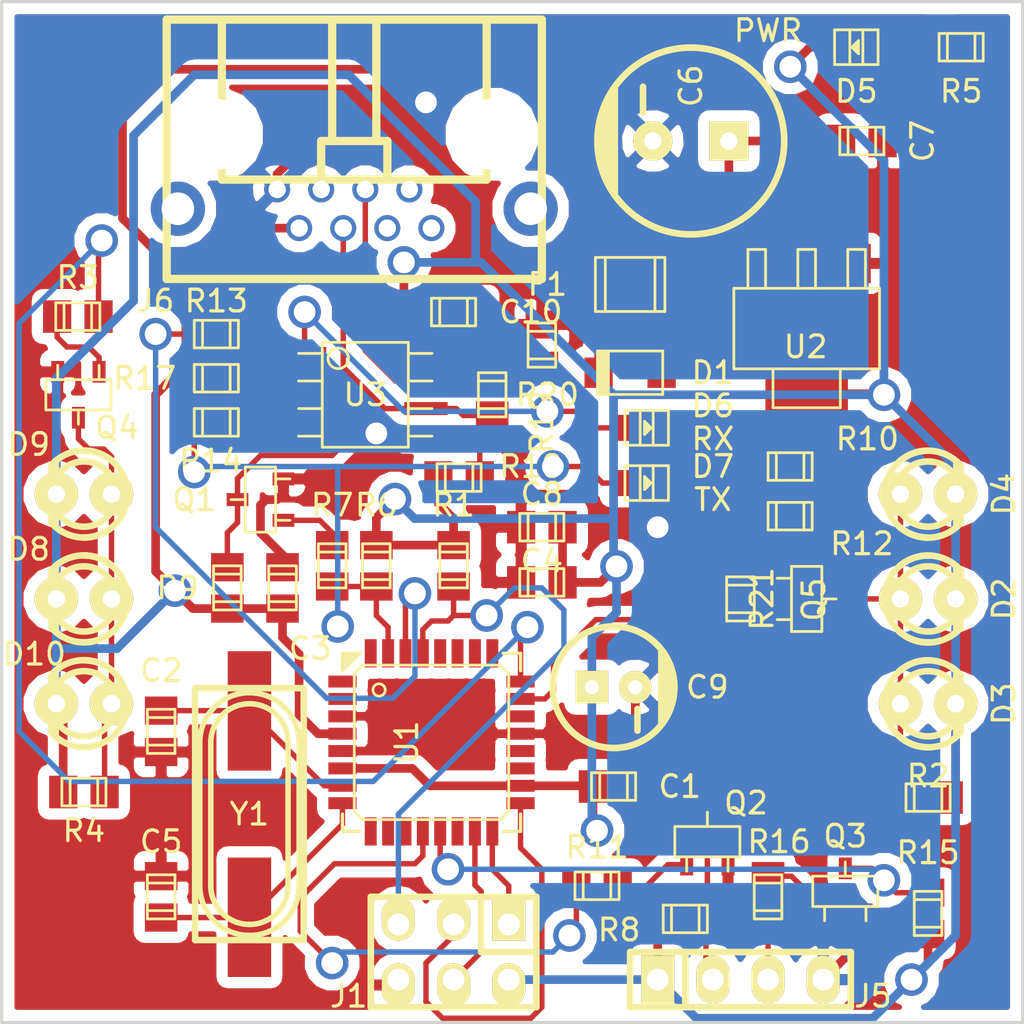
<source format=kicad_pcb>
(kicad_pcb (version 4) (host pcbnew 4.0.6)

  (general
    (links 111)
    (no_connects 0)
    (area 13.326 19.924999 61.217 68.385)
    (thickness 1.6)
    (drawings 4)
    (tracks 369)
    (zones 0)
    (modules 54)
    (nets 53)
  )

  (page A4)
  (title_block
    (title "Trena Serial")
    (date 2018-02-09)
    (rev 3)
    (comment 1 "Mauricio Cukier")
    (comment 2 mauriciocukier@gmail.com)
    (comment 3 "Daniel Losada")
    (comment 4 daniel.losada@gmail.com)
  )

  (layers
    (0 F.Cu signal)
    (31 B.Cu signal)
    (32 B.Adhes user)
    (33 F.Adhes user)
    (34 B.Paste user)
    (35 F.Paste user)
    (36 B.SilkS user)
    (37 F.SilkS user)
    (38 B.Mask user)
    (39 F.Mask user)
    (40 Dwgs.User user)
    (41 Cmts.User user)
    (42 Eco1.User user)
    (43 Eco2.User user)
    (44 Edge.Cuts user)
    (45 Margin user)
    (46 B.CrtYd user)
    (47 F.CrtYd user)
    (48 B.Fab user)
    (49 F.Fab user)
  )

  (setup
    (last_trace_width 0.25)
    (trace_clearance 0.1)
    (zone_clearance 0.508)
    (zone_45_only no)
    (trace_min 0.2)
    (segment_width 0.2)
    (edge_width 0.15)
    (via_size 1.5)
    (via_drill 1)
    (via_min_size 0.4)
    (via_min_drill 0.3)
    (uvia_size 1.5)
    (uvia_drill 1)
    (uvias_allowed no)
    (uvia_min_size 0.2)
    (uvia_min_drill 0.1)
    (pcb_text_width 0.3)
    (pcb_text_size 1.5 1.5)
    (mod_edge_width 0.15)
    (mod_text_size 1 1)
    (mod_text_width 0.15)
    (pad_size 0.55118 1.30048)
    (pad_drill 0)
    (pad_to_mask_clearance 0.2)
    (aux_axis_origin 0 0)
    (visible_elements 7FFFFFFF)
    (pcbplotparams
      (layerselection 0x010f0_80000001)
      (usegerberextensions false)
      (excludeedgelayer true)
      (linewidth 0.100000)
      (plotframeref false)
      (viasonmask false)
      (mode 1)
      (useauxorigin false)
      (hpglpennumber 1)
      (hpglpenspeed 20)
      (hpglpendiameter 15)
      (hpglpenoverlay 2)
      (psnegative false)
      (psa4output false)
      (plotreference false)
      (plotvalue true)
      (plotinvisibletext false)
      (padsonsilk false)
      (subtractmaskfromsilk false)
      (outputformat 4)
      (mirror false)
      (drillshape 0)
      (scaleselection 1)
      (outputdirectory pdf))
  )

  (net 0 "")
  (net 1 +5V)
  (net 2 GND)
  (net 3 /XTAL1)
  (net 4 /XTAL2)
  (net 5 "Net-(C6-Pad1)")
  (net 6 "Net-(D1-Pad2)")
  (net 7 "Net-(D2-Pad1)")
  (net 8 /LED1)
  (net 9 /TX)
  (net 10 "Net-(D5-Pad1)")
  (net 11 /MISO)
  (net 12 /SCK)
  (net 13 /MOSI)
  (net 14 /RESET)
  (net 15 /A)
  (net 16 /B)
  (net 17 "Net-(J4-Pad1)")
  (net 18 "Net-(Q1-Pad2)")
  (net 19 "Net-(Q2-Pad1)")
  (net 20 "Net-(Q3-Pad1)")
  (net 21 /INT2)
  (net 22 /LED2)
  (net 23 /INT1)
  (net 24 /RX)
  (net 25 "Net-(U1-Pad1)")
  (net 26 "Net-(U1-Pad2)")
  (net 27 "Net-(U1-Pad9)")
  (net 28 "Net-(U1-Pad10)")
  (net 29 "Net-(U1-Pad11)")
  (net 30 "Net-(U1-Pad14)")
  (net 31 "Net-(U1-Pad19)")
  (net 32 "Net-(U1-Pad20)")
  (net 33 "Net-(U1-Pad22)")
  (net 34 "Net-(U1-Pad32)")
  (net 35 "Net-(D6-Pad1)")
  (net 36 "Net-(Q1-Pad1)")
  (net 37 /PIN)
  (net 38 "Net-(D6-Pad2)")
  (net 39 "Net-(D7-Pad2)")
  (net 40 "Net-(J3-Pad1)")
  (net 41 "Net-(J6-Pad3)")
  (net 42 "Net-(J6-Pad6)")
  (net 43 "Net-(J6-Pad7)")
  (net 44 "Net-(J6-Pad8)")
  (net 45 "Net-(R14-Pad1)")
  (net 46 "Net-(D10-Pad1)")
  (net 47 "Net-(Q4-Pad1)")
  (net 48 "Net-(Q5-Pad1)")
  (net 49 "Net-(U1-Pad25)")
  (net 50 "Net-(U1-Pad26)")
  (net 51 "Net-(U1-Pad27)")
  (net 52 "Net-(U1-Pad28)")

  (net_class Default "Esta é a classe de net default."
    (clearance 0.1)
    (trace_width 0.25)
    (via_dia 1.5)
    (via_drill 1)
    (uvia_dia 1.5)
    (uvia_drill 1)
    (add_net /A)
    (add_net /B)
    (add_net /INT1)
    (add_net /INT2)
    (add_net /LED1)
    (add_net /LED2)
    (add_net /MISO)
    (add_net /MOSI)
    (add_net /RESET)
    (add_net /RX)
    (add_net /SCK)
    (add_net /TX)
    (add_net /XTAL1)
    (add_net /XTAL2)
    (add_net "Net-(D10-Pad1)")
    (add_net "Net-(D2-Pad1)")
    (add_net "Net-(D5-Pad1)")
    (add_net "Net-(D6-Pad1)")
    (add_net "Net-(D6-Pad2)")
    (add_net "Net-(D7-Pad2)")
    (add_net "Net-(J3-Pad1)")
    (add_net "Net-(J4-Pad1)")
    (add_net "Net-(J6-Pad3)")
    (add_net "Net-(J6-Pad6)")
    (add_net "Net-(J6-Pad7)")
    (add_net "Net-(J6-Pad8)")
    (add_net "Net-(Q1-Pad1)")
    (add_net "Net-(Q1-Pad2)")
    (add_net "Net-(Q2-Pad1)")
    (add_net "Net-(Q3-Pad1)")
    (add_net "Net-(Q4-Pad1)")
    (add_net "Net-(Q5-Pad1)")
    (add_net "Net-(R14-Pad1)")
    (add_net "Net-(U1-Pad1)")
    (add_net "Net-(U1-Pad10)")
    (add_net "Net-(U1-Pad11)")
    (add_net "Net-(U1-Pad14)")
    (add_net "Net-(U1-Pad19)")
    (add_net "Net-(U1-Pad2)")
    (add_net "Net-(U1-Pad20)")
    (add_net "Net-(U1-Pad22)")
    (add_net "Net-(U1-Pad25)")
    (add_net "Net-(U1-Pad26)")
    (add_net "Net-(U1-Pad27)")
    (add_net "Net-(U1-Pad28)")
    (add_net "Net-(U1-Pad32)")
    (add_net "Net-(U1-Pad9)")
  )

  (net_class PWR ""
    (clearance 0.2)
    (trace_width 0.4)
    (via_dia 1.5)
    (via_drill 1)
    (uvia_dia 1.5)
    (uvia_drill 1)
    (add_net +5V)
    (add_net /PIN)
    (add_net GND)
    (add_net "Net-(C6-Pad1)")
    (add_net "Net-(D1-Pad2)")
  )

  (module w_smd_cap:c_0805 (layer F.Cu) (tedit 5A7DA304) (tstamp 5A782EBB)
    (at 42.164 56.134 180)
    (descr "SMT capacitor, 0805")
    (path /5A399362)
    (fp_text reference C1 (at -3.048 0 180) (layer F.SilkS)
      (effects (font (size 1 1) (thickness 0.15)))
    )
    (fp_text value 100n (at 0 0.9906 180) (layer F.SilkS) hide
      (effects (font (size 1 1) (thickness 0.15)))
    )
    (fp_line (start 0.635 -0.635) (end 0.635 0.635) (layer F.SilkS) (width 0.127))
    (fp_line (start -0.635 -0.635) (end -0.635 0.6096) (layer F.SilkS) (width 0.127))
    (fp_line (start -1.016 -0.635) (end 1.016 -0.635) (layer F.SilkS) (width 0.127))
    (fp_line (start 1.016 -0.635) (end 1.016 0.635) (layer F.SilkS) (width 0.127))
    (fp_line (start 1.016 0.635) (end -1.016 0.635) (layer F.SilkS) (width 0.127))
    (fp_line (start -1.016 0.635) (end -1.016 -0.635) (layer F.SilkS) (width 0.127))
    (pad 1 smd rect (at 0.9525 0 180) (size 1.30048 1.4986) (layers F.Cu F.Paste F.Mask)
      (net 1 +5V))
    (pad 2 smd rect (at -0.9525 0 180) (size 1.30048 1.4986) (layers F.Cu F.Paste F.Mask)
      (net 2 GND))
    (model walter/smd_cap/c_0805.wrl
      (at (xyz 0 0 0))
      (scale (xyz 1 1 1))
      (rotate (xyz 0 0 0))
    )
  )

  (module w_smd_cap:c_0805 (layer F.Cu) (tedit 5A78324F) (tstamp 5A782EC7)
    (at 21.336 53.594 90)
    (descr "SMT capacitor, 0805")
    (path /5A399865)
    (fp_text reference C2 (at 2.794 0 180) (layer F.SilkS)
      (effects (font (size 1 1) (thickness 0.15)))
    )
    (fp_text value 22p (at 0 0.9906 90) (layer F.SilkS) hide
      (effects (font (size 1 1) (thickness 0.15)))
    )
    (fp_line (start 0.635 -0.635) (end 0.635 0.635) (layer F.SilkS) (width 0.127))
    (fp_line (start -0.635 -0.635) (end -0.635 0.6096) (layer F.SilkS) (width 0.127))
    (fp_line (start -1.016 -0.635) (end 1.016 -0.635) (layer F.SilkS) (width 0.127))
    (fp_line (start 1.016 -0.635) (end 1.016 0.635) (layer F.SilkS) (width 0.127))
    (fp_line (start 1.016 0.635) (end -1.016 0.635) (layer F.SilkS) (width 0.127))
    (fp_line (start -1.016 0.635) (end -1.016 -0.635) (layer F.SilkS) (width 0.127))
    (pad 1 smd rect (at 0.9525 0 90) (size 1.30048 1.4986) (layers F.Cu F.Paste F.Mask)
      (net 3 /XTAL1))
    (pad 2 smd rect (at -0.9525 0 90) (size 1.30048 1.4986) (layers F.Cu F.Paste F.Mask)
      (net 2 GND))
    (model walter/smd_cap/c_0805.wrl
      (at (xyz 0 0 0))
      (scale (xyz 1 1 1))
      (rotate (xyz 0 0 0))
    )
  )

  (module w_smd_cap:c_0805 (layer F.Cu) (tedit 5A78324A) (tstamp 5A782ED3)
    (at 26.924 46.99 270)
    (descr "SMT capacitor, 0805")
    (path /5A399323)
    (fp_text reference C3 (at 2.794 -1.27 360) (layer F.SilkS)
      (effects (font (size 1 1) (thickness 0.15)))
    )
    (fp_text value 100n (at -0.254 0.762 270) (layer F.SilkS) hide
      (effects (font (size 1 1) (thickness 0.15)))
    )
    (fp_line (start 0.635 -0.635) (end 0.635 0.635) (layer F.SilkS) (width 0.127))
    (fp_line (start -0.635 -0.635) (end -0.635 0.6096) (layer F.SilkS) (width 0.127))
    (fp_line (start -1.016 -0.635) (end 1.016 -0.635) (layer F.SilkS) (width 0.127))
    (fp_line (start 1.016 -0.635) (end 1.016 0.635) (layer F.SilkS) (width 0.127))
    (fp_line (start 1.016 0.635) (end -1.016 0.635) (layer F.SilkS) (width 0.127))
    (fp_line (start -1.016 0.635) (end -1.016 -0.635) (layer F.SilkS) (width 0.127))
    (pad 1 smd rect (at 0.9525 0 270) (size 1.30048 1.4986) (layers F.Cu F.Paste F.Mask)
      (net 1 +5V))
    (pad 2 smd rect (at -0.9525 0 270) (size 1.30048 1.4986) (layers F.Cu F.Paste F.Mask)
      (net 2 GND))
    (model walter/smd_cap/c_0805.wrl
      (at (xyz 0 0 0))
      (scale (xyz 1 1 1))
      (rotate (xyz 0 0 0))
    )
  )

  (module w_smd_cap:c_0805 (layer F.Cu) (tedit 49047394) (tstamp 5A782EDF)
    (at 38.862 46.736)
    (descr "SMT capacitor, 0805")
    (path /5A398E40)
    (fp_text reference C4 (at 0 -0.9906) (layer F.SilkS)
      (effects (font (size 1 1) (thickness 0.15)))
    )
    (fp_text value 100n (at 0 0.9906) (layer F.SilkS) hide
      (effects (font (size 1 1) (thickness 0.15)))
    )
    (fp_line (start 0.635 -0.635) (end 0.635 0.635) (layer F.SilkS) (width 0.127))
    (fp_line (start -0.635 -0.635) (end -0.635 0.6096) (layer F.SilkS) (width 0.127))
    (fp_line (start -1.016 -0.635) (end 1.016 -0.635) (layer F.SilkS) (width 0.127))
    (fp_line (start 1.016 -0.635) (end 1.016 0.635) (layer F.SilkS) (width 0.127))
    (fp_line (start 1.016 0.635) (end -1.016 0.635) (layer F.SilkS) (width 0.127))
    (fp_line (start -1.016 0.635) (end -1.016 -0.635) (layer F.SilkS) (width 0.127))
    (pad 1 smd rect (at 0.9525 0) (size 1.30048 1.4986) (layers F.Cu F.Paste F.Mask)
      (net 1 +5V))
    (pad 2 smd rect (at -0.9525 0) (size 1.30048 1.4986) (layers F.Cu F.Paste F.Mask)
      (net 2 GND))
    (model walter/smd_cap/c_0805.wrl
      (at (xyz 0 0 0))
      (scale (xyz 1 1 1))
      (rotate (xyz 0 0 0))
    )
  )

  (module w_smd_cap:c_0805 (layer F.Cu) (tedit 5A783252) (tstamp 5A782EEB)
    (at 21.336 61.214 270)
    (descr "SMT capacitor, 0805")
    (path /5A3999BA)
    (fp_text reference C5 (at -2.54 0 360) (layer F.SilkS)
      (effects (font (size 1 1) (thickness 0.15)))
    )
    (fp_text value 22p (at 0 0.9906 270) (layer F.SilkS) hide
      (effects (font (size 1 1) (thickness 0.15)))
    )
    (fp_line (start 0.635 -0.635) (end 0.635 0.635) (layer F.SilkS) (width 0.127))
    (fp_line (start -0.635 -0.635) (end -0.635 0.6096) (layer F.SilkS) (width 0.127))
    (fp_line (start -1.016 -0.635) (end 1.016 -0.635) (layer F.SilkS) (width 0.127))
    (fp_line (start 1.016 -0.635) (end 1.016 0.635) (layer F.SilkS) (width 0.127))
    (fp_line (start 1.016 0.635) (end -1.016 0.635) (layer F.SilkS) (width 0.127))
    (fp_line (start -1.016 0.635) (end -1.016 -0.635) (layer F.SilkS) (width 0.127))
    (pad 1 smd rect (at 0.9525 0 270) (size 1.30048 1.4986) (layers F.Cu F.Paste F.Mask)
      (net 4 /XTAL2))
    (pad 2 smd rect (at -0.9525 0 270) (size 1.30048 1.4986) (layers F.Cu F.Paste F.Mask)
      (net 2 GND))
    (model walter/smd_cap/c_0805.wrl
      (at (xyz 0 0 0))
      (scale (xyz 1 1 1))
      (rotate (xyz 0 0 0))
    )
  )

  (module w_capacitors:CP_8x11.5mm (layer F.Cu) (tedit 5A782DD7) (tstamp 5A782EF7)
    (at 45.72 26.416 90)
    (descr "Capacitor, pol, cyl 8x11.5mm")
    (path /5A394C68)
    (fp_text reference C6 (at 2.54 0 90) (layer F.SilkS)
      (effects (font (size 1 1) (thickness 0.15)))
    )
    (fp_text value 470uF (at 0 5.6 90) (layer F.SilkS) hide
      (effects (font (size 1 1) (thickness 0.15)))
    )
    (fp_line (start -2.4 -3.5) (end 2.4 -3.5) (layer F.SilkS) (width 0.3048))
    (fp_circle (center 0 0) (end -4.3 0) (layer F.SilkS) (width 0.3048))
    (fp_line (start -1.8 -3.7) (end 1.8 -3.7) (layer F.SilkS) (width 0.3048))
    (fp_line (start -1.4 -3.9) (end 1.4 -3.9) (layer F.SilkS) (width 0.3048))
    (fp_line (start -0.8 -4.1) (end 0.9 -4.1) (layer F.SilkS) (width 0.3048))
    (fp_line (start 1.3 -2.2) (end 2.5 -2.2) (layer F.SilkS) (width 0.3))
    (pad 1 thru_hole rect (at 0 1.75 90) (size 1.8 1.8) (drill 0.8) (layers *.Cu *.Mask F.SilkS)
      (net 5 "Net-(C6-Pad1)"))
    (pad 2 thru_hole circle (at 0 -1.75 90) (size 1.8 1.8) (drill 0.8) (layers *.Cu *.Mask F.SilkS)
      (net 2 GND))
    (model walter/capacitors/cp_8x11.5mm.wrl
      (at (xyz 0 0 0))
      (scale (xyz 1 1 1))
      (rotate (xyz 0 0 0))
    )
  )

  (module w_smd_cap:c_0805 (layer F.Cu) (tedit 5A782E06) (tstamp 5A782F03)
    (at 53.594 26.416 180)
    (descr "SMT capacitor, 0805")
    (path /5A394E8C)
    (fp_text reference C7 (at -2.794 0 270) (layer F.SilkS)
      (effects (font (size 1 1) (thickness 0.15)))
    )
    (fp_text value 100n (at -0.254 -1.778 180) (layer F.SilkS) hide
      (effects (font (size 1 1) (thickness 0.15)))
    )
    (fp_line (start 0.635 -0.635) (end 0.635 0.635) (layer F.SilkS) (width 0.127))
    (fp_line (start -0.635 -0.635) (end -0.635 0.6096) (layer F.SilkS) (width 0.127))
    (fp_line (start -1.016 -0.635) (end 1.016 -0.635) (layer F.SilkS) (width 0.127))
    (fp_line (start 1.016 -0.635) (end 1.016 0.635) (layer F.SilkS) (width 0.127))
    (fp_line (start 1.016 0.635) (end -1.016 0.635) (layer F.SilkS) (width 0.127))
    (fp_line (start -1.016 0.635) (end -1.016 -0.635) (layer F.SilkS) (width 0.127))
    (pad 1 smd rect (at 0.9525 0 180) (size 1.30048 1.4986) (layers F.Cu F.Paste F.Mask)
      (net 5 "Net-(C6-Pad1)"))
    (pad 2 smd rect (at -0.9525 0 180) (size 1.30048 1.4986) (layers F.Cu F.Paste F.Mask)
      (net 2 GND))
    (model walter/smd_cap/c_0805.wrl
      (at (xyz 0 0 0))
      (scale (xyz 1 1 1))
      (rotate (xyz 0 0 0))
    )
  )

  (module w_smd_cap:c_0805 (layer F.Cu) (tedit 5A782E54) (tstamp 5A782F0F)
    (at 38.862 44.196)
    (descr "SMT capacitor, 0805")
    (path /5A39541D)
    (fp_text reference C8 (at 0 -1.524) (layer F.SilkS)
      (effects (font (size 1 1) (thickness 0.15)))
    )
    (fp_text value 100n (at 0 0.9906) (layer F.SilkS) hide
      (effects (font (size 1 1) (thickness 0.15)))
    )
    (fp_line (start 0.635 -0.635) (end 0.635 0.635) (layer F.SilkS) (width 0.127))
    (fp_line (start -0.635 -0.635) (end -0.635 0.6096) (layer F.SilkS) (width 0.127))
    (fp_line (start -1.016 -0.635) (end 1.016 -0.635) (layer F.SilkS) (width 0.127))
    (fp_line (start 1.016 -0.635) (end 1.016 0.635) (layer F.SilkS) (width 0.127))
    (fp_line (start 1.016 0.635) (end -1.016 0.635) (layer F.SilkS) (width 0.127))
    (fp_line (start -1.016 0.635) (end -1.016 -0.635) (layer F.SilkS) (width 0.127))
    (pad 1 smd rect (at 0.9525 0) (size 1.30048 1.4986) (layers F.Cu F.Paste F.Mask)
      (net 1 +5V))
    (pad 2 smd rect (at -0.9525 0) (size 1.30048 1.4986) (layers F.Cu F.Paste F.Mask)
      (net 2 GND))
    (model walter/smd_cap/c_0805.wrl
      (at (xyz 0 0 0))
      (scale (xyz 1 1 1))
      (rotate (xyz 0 0 0))
    )
  )

  (module w_capacitors:CP_5x7mm (layer F.Cu) (tedit 5A7DA30B) (tstamp 5A782F1A)
    (at 42.164 51.562 270)
    (descr "Capacitor, pol, cyl 5x7mm")
    (path /5A395558)
    (fp_text reference C9 (at 0 -4.318 360) (layer F.SilkS)
      (effects (font (size 1 1) (thickness 0.15)))
    )
    (fp_text value 470uF (at 0 4.2 270) (layer F.SilkS) hide
      (effects (font (size 1 1) (thickness 0.15)))
    )
    (fp_line (start -0.8 -2.6) (end 0.8 -2.6) (layer F.SilkS) (width 0.3048))
    (fp_line (start -1.3 -2.4) (end 1.3 -2.4) (layer F.SilkS) (width 0.3048))
    (fp_line (start -1.7 -2.2) (end 1.7 -2.2) (layer F.SilkS) (width 0.3048))
    (fp_circle (center 0 0) (end 2.8 0) (layer F.SilkS) (width 0.3048))
    (fp_line (start 1 -1.1) (end 2 -1.1) (layer F.SilkS) (width 0.3))
    (pad 1 thru_hole rect (at 0 1 270) (size 1.5 1.5) (drill 0.65) (layers *.Cu *.Mask F.SilkS)
      (net 1 +5V))
    (pad 2 thru_hole circle (at 0 -1 270) (size 1.5 1.5) (drill 0.65) (layers *.Cu *.Mask F.SilkS)
      (net 2 GND))
    (model walter/capacitors/cp_5x7mm.wrl
      (at (xyz 0 0 0))
      (scale (xyz 1 1 1))
      (rotate (xyz 0 0 0))
    )
  )

  (module w_smd_cap:c_0805 (layer F.Cu) (tedit 5A78353E) (tstamp 5A782F26)
    (at 34.798 34.29 180)
    (descr "SMT capacitor, 0805")
    (path /5A3AC0BA)
    (fp_text reference C10 (at -3.556 0 180) (layer F.SilkS)
      (effects (font (size 1 1) (thickness 0.15)))
    )
    (fp_text value 100n (at 0 0.9906 180) (layer F.SilkS) hide
      (effects (font (size 1 1) (thickness 0.15)))
    )
    (fp_line (start 0.635 -0.635) (end 0.635 0.635) (layer F.SilkS) (width 0.127))
    (fp_line (start -0.635 -0.635) (end -0.635 0.6096) (layer F.SilkS) (width 0.127))
    (fp_line (start -1.016 -0.635) (end 1.016 -0.635) (layer F.SilkS) (width 0.127))
    (fp_line (start 1.016 -0.635) (end 1.016 0.635) (layer F.SilkS) (width 0.127))
    (fp_line (start 1.016 0.635) (end -1.016 0.635) (layer F.SilkS) (width 0.127))
    (fp_line (start -1.016 0.635) (end -1.016 -0.635) (layer F.SilkS) (width 0.127))
    (pad 1 smd rect (at 0.9525 0 180) (size 1.30048 1.4986) (layers F.Cu F.Paste F.Mask)
      (net 1 +5V))
    (pad 2 smd rect (at -0.9525 0 180) (size 1.30048 1.4986) (layers F.Cu F.Paste F.Mask)
      (net 2 GND))
    (model walter/smd_cap/c_0805.wrl
      (at (xyz 0 0 0))
      (scale (xyz 1 1 1))
      (rotate (xyz 0 0 0))
    )
  )

  (module w_smd_diode:do219ab (layer F.Cu) (tedit 5A782DC4) (tstamp 5A782F35)
    (at 42.926 37.084 180)
    (descr DO219AB)
    (path /5A394AC3)
    (fp_text reference D1 (at -3.81 0 180) (layer F.SilkS)
      (effects (font (size 1 1) (thickness 0.15)))
    )
    (fp_text value D_ALT (at 0 1.50114 180) (layer F.SilkS) hide
      (effects (font (size 1 1) (thickness 0.15)))
    )
    (fp_line (start 1.39954 1.00076) (end 1.39954 -1.00076) (layer F.SilkS) (width 0.127))
    (fp_line (start 1.30048 -1.00076) (end 1.30048 1.00076) (layer F.SilkS) (width 0.127))
    (fp_line (start 1.19888 1.00076) (end 1.19888 -1.00076) (layer F.SilkS) (width 0.127))
    (fp_line (start 1.09982 -1.00076) (end 1.09982 1.00076) (layer F.SilkS) (width 0.127))
    (fp_line (start 1.00076 -1.00076) (end 1.00076 1.00076) (layer F.SilkS) (width 0.127))
    (fp_line (start 1.50114 -1.00076) (end -1.50114 -1.00076) (layer F.SilkS) (width 0.127))
    (fp_line (start -1.50114 -1.00076) (end -1.50114 1.00076) (layer F.SilkS) (width 0.127))
    (fp_line (start -1.50114 1.00076) (end 1.50114 1.00076) (layer F.SilkS) (width 0.127))
    (fp_line (start 1.50114 1.00076) (end 1.50114 -1.00076) (layer F.SilkS) (width 0.127))
    (pad 2 smd rect (at 1.45034 0 180) (size 1.30048 1.39954) (layers F.Cu F.Paste F.Mask)
      (net 6 "Net-(D1-Pad2)"))
    (pad 1 smd rect (at -1.45034 0 180) (size 1.30048 1.39954) (layers F.Cu F.Paste F.Mask)
      (net 5 "Net-(C6-Pad1)"))
    (model walter/smd_diode/do219ab.wrl
      (at (xyz 0 0 0))
      (scale (xyz 1 1 1))
      (rotate (xyz 0 0 0))
    )
  )

  (module w_smd_leds:Led_0805 (layer F.Cu) (tedit 5A7834B4) (tstamp 5A782F6D)
    (at 53.34 22.098 180)
    (descr "SMD LED, 0805")
    (path /5A3ED0FC)
    (fp_text reference D5 (at 0 -2.032 180) (layer F.SilkS)
      (effects (font (size 1 1) (thickness 0.15)))
    )
    (fp_text value PWR (at 4.064 0.762 180) (layer F.SilkS)
      (effects (font (size 1 1) (thickness 0.15)))
    )
    (fp_line (start 0.20066 0) (end -0.09906 -0.29972) (layer F.SilkS) (width 0.127))
    (fp_line (start -0.09906 -0.29972) (end -0.09906 0.29972) (layer F.SilkS) (width 0.127))
    (fp_line (start -0.09906 0.29972) (end 0.20066 0) (layer F.SilkS) (width 0.127))
    (fp_line (start 0.09906 0.09906) (end 0.09906 -0.09906) (layer F.SilkS) (width 0.127))
    (fp_line (start 0 -0.20066) (end 0 0.20066) (layer F.SilkS) (width 0.127))
    (fp_line (start 0.29972 0.8001) (end 0.29972 -0.8001) (layer F.SilkS) (width 0.127))
    (fp_line (start -0.29972 -0.8001) (end -0.29972 0.8001) (layer F.SilkS) (width 0.127))
    (fp_line (start -1.00076 -0.8001) (end 1.00076 -0.8001) (layer F.SilkS) (width 0.127))
    (fp_line (start 1.00076 -0.8001) (end 1.00076 0.8001) (layer F.SilkS) (width 0.127))
    (fp_line (start 1.00076 0.8001) (end -1.00076 0.8001) (layer F.SilkS) (width 0.127))
    (fp_line (start -1.00076 0.8001) (end -1.00076 -0.8001) (layer F.SilkS) (width 0.127))
    (pad 1 smd rect (at -1.04902 0 180) (size 1.19888 1.19888) (layers F.Cu F.Paste F.Mask)
      (net 10 "Net-(D5-Pad1)"))
    (pad 2 smd rect (at 1.04902 0 180) (size 1.19888 1.19888) (layers F.Cu F.Paste F.Mask)
      (net 1 +5V))
    (model walter/smd_leds/led_0805.wrl
      (at (xyz 0 0 0))
      (scale (xyz 1 1 1))
      (rotate (xyz 0 0 0))
    )
  )

  (module w_smd_leds:Led_0805 (layer F.Cu) (tedit 5A7834D3) (tstamp 5A782F7E)
    (at 43.688 39.624)
    (descr "SMD LED, 0805")
    (path /5A3C639E)
    (fp_text reference D6 (at 3.048 -1.016) (layer F.SilkS)
      (effects (font (size 1 1) (thickness 0.15)))
    )
    (fp_text value RX (at 3.048 0.508) (layer F.SilkS)
      (effects (font (size 1 1) (thickness 0.15)))
    )
    (fp_line (start 0.20066 0) (end -0.09906 -0.29972) (layer F.SilkS) (width 0.127))
    (fp_line (start -0.09906 -0.29972) (end -0.09906 0.29972) (layer F.SilkS) (width 0.127))
    (fp_line (start -0.09906 0.29972) (end 0.20066 0) (layer F.SilkS) (width 0.127))
    (fp_line (start 0.09906 0.09906) (end 0.09906 -0.09906) (layer F.SilkS) (width 0.127))
    (fp_line (start 0 -0.20066) (end 0 0.20066) (layer F.SilkS) (width 0.127))
    (fp_line (start 0.29972 0.8001) (end 0.29972 -0.8001) (layer F.SilkS) (width 0.127))
    (fp_line (start -0.29972 -0.8001) (end -0.29972 0.8001) (layer F.SilkS) (width 0.127))
    (fp_line (start -1.00076 -0.8001) (end 1.00076 -0.8001) (layer F.SilkS) (width 0.127))
    (fp_line (start 1.00076 -0.8001) (end 1.00076 0.8001) (layer F.SilkS) (width 0.127))
    (fp_line (start 1.00076 0.8001) (end -1.00076 0.8001) (layer F.SilkS) (width 0.127))
    (fp_line (start -1.00076 0.8001) (end -1.00076 -0.8001) (layer F.SilkS) (width 0.127))
    (pad 1 smd rect (at -1.04902 0) (size 1.19888 1.19888) (layers F.Cu F.Paste F.Mask)
      (net 35 "Net-(D6-Pad1)"))
    (pad 2 smd rect (at 1.04902 0) (size 1.19888 1.19888) (layers F.Cu F.Paste F.Mask)
      (net 38 "Net-(D6-Pad2)"))
    (model walter/smd_leds/led_0805.wrl
      (at (xyz 0 0 0))
      (scale (xyz 1 1 1))
      (rotate (xyz 0 0 0))
    )
  )

  (module w_smd_leds:Led_0805 (layer F.Cu) (tedit 5A783509) (tstamp 5A782F8F)
    (at 43.688 42.164)
    (descr "SMD LED, 0805")
    (path /5A3C2E43)
    (fp_text reference D7 (at 3.048 -0.762) (layer F.SilkS)
      (effects (font (size 1 1) (thickness 0.15)))
    )
    (fp_text value TX (at 3.048 0.762) (layer F.SilkS)
      (effects (font (size 1 1) (thickness 0.15)))
    )
    (fp_line (start 0.20066 0) (end -0.09906 -0.29972) (layer F.SilkS) (width 0.127))
    (fp_line (start -0.09906 -0.29972) (end -0.09906 0.29972) (layer F.SilkS) (width 0.127))
    (fp_line (start -0.09906 0.29972) (end 0.20066 0) (layer F.SilkS) (width 0.127))
    (fp_line (start 0.09906 0.09906) (end 0.09906 -0.09906) (layer F.SilkS) (width 0.127))
    (fp_line (start 0 -0.20066) (end 0 0.20066) (layer F.SilkS) (width 0.127))
    (fp_line (start 0.29972 0.8001) (end 0.29972 -0.8001) (layer F.SilkS) (width 0.127))
    (fp_line (start -0.29972 -0.8001) (end -0.29972 0.8001) (layer F.SilkS) (width 0.127))
    (fp_line (start -1.00076 -0.8001) (end 1.00076 -0.8001) (layer F.SilkS) (width 0.127))
    (fp_line (start 1.00076 -0.8001) (end 1.00076 0.8001) (layer F.SilkS) (width 0.127))
    (fp_line (start 1.00076 0.8001) (end -1.00076 0.8001) (layer F.SilkS) (width 0.127))
    (fp_line (start -1.00076 0.8001) (end -1.00076 -0.8001) (layer F.SilkS) (width 0.127))
    (pad 1 smd rect (at -1.04902 0) (size 1.19888 1.19888) (layers F.Cu F.Paste F.Mask)
      (net 9 /TX))
    (pad 2 smd rect (at 1.04902 0) (size 1.19888 1.19888) (layers F.Cu F.Paste F.Mask)
      (net 39 "Net-(D7-Pad2)"))
    (model walter/smd_leds/led_0805.wrl
      (at (xyz 0 0 0))
      (scale (xyz 1 1 1))
      (rotate (xyz 0 0 0))
    )
  )

  (module w_smd_resistors:r_1210 (layer F.Cu) (tedit 5A782DC7) (tstamp 5A782F9B)
    (at 42.926 33.02)
    (descr "SMT resistor, 1210")
    (path /5A3948FA)
    (fp_text reference F1 (at -3.81 0 180) (layer F.SilkS)
      (effects (font (size 1 1) (thickness 0.15)))
    )
    (fp_text value Polyfuse (at 0 1.7018) (layer F.SilkS) hide
      (effects (font (size 1 1) (thickness 0.15)))
    )
    (fp_line (start -1.6002 -1.2446) (end -1.6002 1.2446) (layer F.SilkS) (width 0.127))
    (fp_line (start 1.6002 1.2446) (end 1.6002 -1.2446) (layer F.SilkS) (width 0.127))
    (fp_line (start 1.143 -1.2446) (end 1.143 1.2446) (layer F.SilkS) (width 0.127))
    (fp_line (start -1.143 1.2446) (end -1.143 -1.2446) (layer F.SilkS) (width 0.127))
    (fp_line (start -1.6002 1.2446) (end 1.6002 1.2446) (layer F.SilkS) (width 0.127))
    (fp_line (start 1.6002 -1.2446) (end -1.6002 -1.2446) (layer F.SilkS) (width 0.127))
    (pad 1 smd rect (at 1.397 0) (size 1.6002 2.6924) (layers F.Cu F.Paste F.Mask)
      (net 6 "Net-(D1-Pad2)"))
    (pad 2 smd rect (at -1.397 0) (size 1.6002 2.6924) (layers F.Cu F.Paste F.Mask)
      (net 37 /PIN))
    (model walter/smd_resistors/r_1210.wrl
      (at (xyz 0 0 0))
      (scale (xyz 1 1 1))
      (rotate (xyz 0 0 0))
    )
  )

  (module w_pin_strip:pin_strip_3x2 (layer F.Cu) (tedit 5A7DA401) (tstamp 5A782FAB)
    (at 34.798 63.754 180)
    (descr "Pin strip 3x2pin")
    (tags "CONN DEV")
    (path /5A39C28D)
    (fp_text reference J1 (at 4.826 -2.032 180) (layer F.SilkS)
      (effects (font (size 1 1) (thickness 0.15)))
    )
    (fp_text value ICSP (at 4.826 -3.556 180) (layer F.SilkS) hide
      (effects (font (size 1 1) (thickness 0.15)))
    )
    (fp_line (start -3.81 -2.54) (end 3.81 -2.54) (layer F.SilkS) (width 0.3048))
    (fp_line (start 3.81 -2.54) (end 3.81 2.54) (layer F.SilkS) (width 0.3048))
    (fp_line (start 3.81 2.54) (end -3.81 2.54) (layer F.SilkS) (width 0.3048))
    (fp_line (start -3.81 0) (end -1.27 0) (layer F.SilkS) (width 0.3048))
    (fp_line (start -1.27 0) (end -1.27 2.54) (layer F.SilkS) (width 0.3048))
    (fp_line (start -3.81 -2.54) (end -3.81 2.54) (layer F.SilkS) (width 0.3048))
    (pad 1 thru_hole rect (at -2.54 1.27 180) (size 1.524 1.99898) (drill 1.00076 (offset 0 0.24892)) (layers *.Cu *.Mask F.SilkS)
      (net 11 /MISO))
    (pad 2 thru_hole oval (at -2.54 -1.27 180) (size 1.524 1.99898) (drill 1.00076 (offset 0 -0.24892)) (layers *.Cu *.Mask F.SilkS)
      (net 1 +5V))
    (pad 3 thru_hole oval (at 0 1.27 180) (size 1.524 1.99898) (drill 1.00076 (offset 0 0.24892)) (layers *.Cu *.Mask F.SilkS)
      (net 12 /SCK))
    (pad 4 thru_hole oval (at 0 -1.27 180) (size 1.524 1.99898) (drill 1.00076 (offset 0 -0.24892)) (layers *.Cu *.Mask F.SilkS)
      (net 13 /MOSI))
    (pad 5 thru_hole oval (at 2.54 1.27 180) (size 1.524 1.99898) (drill 1.00076 (offset 0 0.24892)) (layers *.Cu *.Mask F.SilkS)
      (net 14 /RESET))
    (pad 6 thru_hole oval (at 2.54 -1.27 180) (size 1.524 1.99898) (drill 1.00076 (offset 0 -0.24892)) (layers *.Cu *.Mask F.SilkS)
      (net 2 GND))
    (model walter/pin_strip/pin_strip_3x2.wrl
      (at (xyz 0 0 0))
      (scale (xyz 1 1 1))
      (rotate (xyz 0 0 0))
    )
  )

  (module w_pin_strip:pin_socket_4 (layer F.Cu) (tedit 5A7DA2BF) (tstamp 5A782FDF)
    (at 48.006 65.024)
    (descr "Pin socket 4pin")
    (tags "CONN DEV")
    (path /5A71B6EF)
    (fp_text reference J5 (at 6.096 0.762) (layer F.SilkS)
      (effects (font (size 1 1) (thickness 0.15)))
    )
    (fp_text value HC-SR04 (at 0.254 -3.556) (layer F.SilkS) hide
      (effects (font (size 1 1) (thickness 0.15)))
    )
    (fp_line (start -2.54 -1.27) (end -2.54 1.27) (layer F.SilkS) (width 0.3048))
    (fp_line (start 5.08 1.27) (end -5.08 1.27) (layer F.SilkS) (width 0.3048))
    (fp_line (start -5.08 -1.27) (end 5.08 -1.27) (layer F.SilkS) (width 0.3048))
    (fp_line (start -5.08 1.27) (end -5.08 -1.27) (layer F.SilkS) (width 0.3048))
    (fp_line (start 5.08 -1.27) (end 5.08 1.27) (layer F.SilkS) (width 0.3048))
    (pad 1 thru_hole rect (at -3.81 0) (size 1.524 2.19964) (drill 1.00076) (layers *.Cu *.Mask F.SilkS)
      (net 1 +5V))
    (pad 2 thru_hole oval (at -1.27 0) (size 1.524 2.19964) (drill 1.00076) (layers *.Cu *.Mask F.SilkS)
      (net 17 "Net-(J4-Pad1)"))
    (pad 3 thru_hole oval (at 1.27 0) (size 1.524 2.19964) (drill 1.00076) (layers *.Cu *.Mask F.SilkS)
      (net 40 "Net-(J3-Pad1)"))
    (pad 4 thru_hole oval (at 3.81 0) (size 1.524 2.19964) (drill 1.00076) (layers *.Cu *.Mask F.SilkS)
      (net 2 GND))
    (model walter/pin_strip/pin_socket_4.wrl
      (at (xyz 0 0 0))
      (scale (xyz 1 1 1))
      (rotate (xyz 0 0 0))
    )
  )

  (module w_conn_pc:rj45-shield (layer F.Cu) (tedit 5A78353B) (tstamp 5A782FFB)
    (at 30.226 26.162 180)
    (descr "RJ45, shielded")
    (path /5A3E658B)
    (fp_text reference J6 (at 9.144 -7.62 180) (layer F.SilkS)
      (effects (font (size 1 1) (thickness 0.15)))
    )
    (fp_text value RJ45 (at 0 -7.874 180) (layer F.SilkS) hide
      (effects (font (size 1 1) (thickness 0.15)))
    )
    (fp_line (start 8.636 5.334) (end 8.636 -6.604) (layer F.SilkS) (width 0.381))
    (fp_line (start -8.636 -6.604) (end -8.636 5.334) (layer F.SilkS) (width 0.381))
    (fp_line (start 1.524 -0.254) (end -1.524 -0.254) (layer F.SilkS) (width 0.381))
    (fp_line (start 1.016 -0.254) (end 1.016 5.334) (layer F.SilkS) (width 0.381))
    (fp_line (start 1.524 -2.032) (end 1.524 -0.254) (layer F.SilkS) (width 0.381))
    (fp_line (start -1.524 -0.254) (end -1.524 -2.032) (layer F.SilkS) (width 0.381))
    (fp_line (start -1.016 5.334) (end -1.016 -0.254) (layer F.SilkS) (width 0.381))
    (fp_line (start -6.096 5.334) (end -6.096 -2.032) (layer F.SilkS) (width 0.381))
    (fp_line (start -6.096 -2.032) (end 6.096 -2.032) (layer F.SilkS) (width 0.381))
    (fp_line (start 6.096 -2.032) (end 6.096 5.334) (layer F.SilkS) (width 0.381))
    (fp_line (start -8.636 -6.604) (end 8.636 -6.604) (layer F.SilkS) (width 0.381))
    (fp_line (start 8.636 5.334) (end -8.636 5.334) (layer F.SilkS) (width 0.381))
    (pad 3 thru_hole circle (at 1.52146 -2.48412 180) (size 1.19888 1.19888) (drill 0.8001) (layers *.Cu *.Mask)
      (net 41 "Net-(J6-Pad3)"))
    (pad 1 thru_hole circle (at 3.55092 -2.48412 180) (size 1.19888 1.19888) (drill 0.8001) (layers *.Cu *.Mask)
      (net 2 GND))
    (pad 2 thru_hole circle (at 2.53746 -4.26466 180) (size 1.19888 1.19888) (drill 0.8001) (layers *.Cu *.Mask)
      (net 37 /PIN))
    (pad 4 thru_hole circle (at 0.508 -4.26466 180) (size 1.19888 1.19888) (drill 0.8001) (layers *.Cu *.Mask)
      (net 15 /A))
    (pad 5 thru_hole circle (at -0.508 -2.48412 180) (size 1.19888 1.19888) (drill 0.8001) (layers *.Cu *.Mask)
      (net 16 /B))
    (pad 6 thru_hole circle (at -1.52146 -4.26466 180) (size 1.19888 1.19888) (drill 0.8001) (layers *.Cu *.Mask)
      (net 42 "Net-(J6-Pad6)"))
    (pad 7 thru_hole circle (at -2.53746 -2.48412 180) (size 1.19888 1.19888) (drill 0.8001) (layers *.Cu *.Mask)
      (net 43 "Net-(J6-Pad7)"))
    (pad 8 thru_hole circle (at -3.55092 -4.26466 180) (size 1.19888 1.19888) (drill 0.8001) (layers *.Cu *.Mask)
      (net 44 "Net-(J6-Pad8)"))
    (pad "" thru_hole circle (at -8.12038 -3.37312 180) (size 2.49936 2.49936) (drill 1.50114) (layers *.Cu *.Mask))
    (pad "" thru_hole circle (at 8.12038 -3.37312 180) (size 2.49936 2.49936) (drill 1.50114) (layers *.Cu *.Mask))
    (pad "" np_thru_hole circle (at -6.33984 0.05588 180) (size 3.2512 3.2512) (drill 3.2512) (layers *.Cu))
    (pad "" np_thru_hole circle (at 6.33984 0.05588 180) (size 3.2512 3.2512) (drill 3.2512) (layers *.Cu))
    (model walter/conn_pc/rj45-shield.wrl
      (at (xyz 0 0 0))
      (scale (xyz 1 1 1))
      (rotate (xyz 0 0 0))
    )
  )

  (module w_smd_trans:sot23 (layer F.Cu) (tedit 5A78321E) (tstamp 5A783009)
    (at 25.908 42.926 90)
    (descr SOT23)
    (path /5A3A36F7)
    (fp_text reference Q1 (at 0 -3.048 180) (layer F.SilkS)
      (effects (font (size 1 1) (thickness 0.15)))
    )
    (fp_text value PN2222A (at 0 0.3302 90) (layer F.SilkS) hide
      (effects (font (size 1 1) (thickness 0.15)))
    )
    (fp_line (start 0.9525 0.6985) (end 0.9525 1.3589) (layer F.SilkS) (width 0.127))
    (fp_line (start -0.9525 0.6985) (end -0.9525 1.3589) (layer F.SilkS) (width 0.127))
    (fp_line (start 0 -0.6985) (end 0 -1.3589) (layer F.SilkS) (width 0.127))
    (fp_line (start -1.4986 -0.6985) (end 1.4986 -0.6985) (layer F.SilkS) (width 0.127))
    (fp_line (start 1.4986 -0.6985) (end 1.4986 0.6985) (layer F.SilkS) (width 0.127))
    (fp_line (start 1.4986 0.6985) (end -1.4986 0.6985) (layer F.SilkS) (width 0.127))
    (fp_line (start -1.4986 0.6985) (end -1.4986 -0.6985) (layer F.SilkS) (width 0.127))
    (pad 1 smd rect (at -0.9525 1.05664 90) (size 0.59944 1.00076) (layers F.Cu F.Paste F.Mask)
      (net 36 "Net-(Q1-Pad1)"))
    (pad 2 smd rect (at 0 -1.05664 90) (size 0.59944 1.00076) (layers F.Cu F.Paste F.Mask)
      (net 18 "Net-(Q1-Pad2)"))
    (pad 3 smd rect (at 0.9525 1.05664 90) (size 0.59944 1.00076) (layers F.Cu F.Paste F.Mask)
      (net 2 GND))
    (model walter/smd_trans/sot23.wrl
      (at (xyz 0 0 0))
      (scale (xyz 1 1 1))
      (rotate (xyz 0 0 0))
    )
  )

  (module w_smd_trans:sot23 (layer F.Cu) (tedit 5A7DA308) (tstamp 5A783017)
    (at 46.482 58.674)
    (descr SOT23)
    (path /5A3A0F37)
    (fp_text reference Q2 (at 1.778 -1.778 180) (layer F.SilkS)
      (effects (font (size 1 1) (thickness 0.15)))
    )
    (fp_text value BC817-40 (at 0 0.3302) (layer F.SilkS) hide
      (effects (font (size 1 1) (thickness 0.15)))
    )
    (fp_line (start 0.9525 0.6985) (end 0.9525 1.3589) (layer F.SilkS) (width 0.127))
    (fp_line (start -0.9525 0.6985) (end -0.9525 1.3589) (layer F.SilkS) (width 0.127))
    (fp_line (start 0 -0.6985) (end 0 -1.3589) (layer F.SilkS) (width 0.127))
    (fp_line (start -1.4986 -0.6985) (end 1.4986 -0.6985) (layer F.SilkS) (width 0.127))
    (fp_line (start 1.4986 -0.6985) (end 1.4986 0.6985) (layer F.SilkS) (width 0.127))
    (fp_line (start 1.4986 0.6985) (end -1.4986 0.6985) (layer F.SilkS) (width 0.127))
    (fp_line (start -1.4986 0.6985) (end -1.4986 -0.6985) (layer F.SilkS) (width 0.127))
    (pad 1 smd rect (at -0.9525 1.05664) (size 0.59944 1.00076) (layers F.Cu F.Paste F.Mask)
      (net 19 "Net-(Q2-Pad1)"))
    (pad 2 smd rect (at 0 -1.05664) (size 0.59944 1.00076) (layers F.Cu F.Paste F.Mask)
      (net 17 "Net-(J4-Pad1)"))
    (pad 3 smd rect (at 0.9525 1.05664) (size 0.59944 1.00076) (layers F.Cu F.Paste F.Mask)
      (net 2 GND))
    (model walter/smd_trans/sot23.wrl
      (at (xyz 0 0 0))
      (scale (xyz 1 1 1))
      (rotate (xyz 0 0 0))
    )
  )

  (module w_smd_trans:sot23 (layer F.Cu) (tedit 5A7DA2A9) (tstamp 5A783025)
    (at 52.832 60.96)
    (descr SOT23)
    (path /5A3A52B9)
    (fp_text reference Q3 (at 0 -2.54 180) (layer F.SilkS)
      (effects (font (size 1 1) (thickness 0.15)))
    )
    (fp_text value BC817-40 (at 0 0.3302) (layer F.SilkS) hide
      (effects (font (size 1 1) (thickness 0.15)))
    )
    (fp_line (start 0.9525 0.6985) (end 0.9525 1.3589) (layer F.SilkS) (width 0.127))
    (fp_line (start -0.9525 0.6985) (end -0.9525 1.3589) (layer F.SilkS) (width 0.127))
    (fp_line (start 0 -0.6985) (end 0 -1.3589) (layer F.SilkS) (width 0.127))
    (fp_line (start -1.4986 -0.6985) (end 1.4986 -0.6985) (layer F.SilkS) (width 0.127))
    (fp_line (start 1.4986 -0.6985) (end 1.4986 0.6985) (layer F.SilkS) (width 0.127))
    (fp_line (start 1.4986 0.6985) (end -1.4986 0.6985) (layer F.SilkS) (width 0.127))
    (fp_line (start -1.4986 0.6985) (end -1.4986 -0.6985) (layer F.SilkS) (width 0.127))
    (pad 1 smd rect (at -0.9525 1.05664) (size 0.59944 1.00076) (layers F.Cu F.Paste F.Mask)
      (net 20 "Net-(Q3-Pad1)"))
    (pad 2 smd rect (at 0 -1.05664) (size 0.59944 1.00076) (layers F.Cu F.Paste F.Mask)
      (net 21 /INT2))
    (pad 3 smd rect (at 0.9525 1.05664) (size 0.59944 1.00076) (layers F.Cu F.Paste F.Mask)
      (net 2 GND))
    (model walter/smd_trans/sot23.wrl
      (at (xyz 0 0 0))
      (scale (xyz 1 1 1))
      (rotate (xyz 0 0 0))
    )
  )

  (module w_smd_resistors:r_0805 (layer F.Cu) (tedit 5A7831CC) (tstamp 5A783031)
    (at 34.798 45.974 90)
    (descr "SMT resistor, 0805")
    (path /5A39F8DB)
    (fp_text reference R1 (at 2.794 0 180) (layer F.SilkS)
      (effects (font (size 1 1) (thickness 0.15)))
    )
    (fp_text value 10k (at 0 0.9906 90) (layer F.SilkS) hide
      (effects (font (size 1 1) (thickness 0.15)))
    )
    (fp_line (start 0.635 -0.635) (end 0.635 0.635) (layer F.SilkS) (width 0.127))
    (fp_line (start -0.635 -0.635) (end -0.635 0.6096) (layer F.SilkS) (width 0.127))
    (fp_line (start -1.016 -0.635) (end 1.016 -0.635) (layer F.SilkS) (width 0.127))
    (fp_line (start 1.016 -0.635) (end 1.016 0.635) (layer F.SilkS) (width 0.127))
    (fp_line (start 1.016 0.635) (end -1.016 0.635) (layer F.SilkS) (width 0.127))
    (fp_line (start -1.016 0.635) (end -1.016 -0.635) (layer F.SilkS) (width 0.127))
    (pad 1 smd rect (at 0.9525 0 90) (size 1.30048 1.4986) (layers F.Cu F.Paste F.Mask)
      (net 1 +5V))
    (pad 2 smd rect (at -0.9525 0 90) (size 1.30048 1.4986) (layers F.Cu F.Paste F.Mask)
      (net 14 /RESET))
    (model walter/smd_resistors/r_0805.wrl
      (at (xyz 0 0 0))
      (scale (xyz 1 1 1))
      (rotate (xyz 0 0 0))
    )
  )

  (module w_smd_resistors:r_0805 (layer F.Cu) (tedit 5A7834B0) (tstamp 5A783061)
    (at 58.166 22.098)
    (descr "SMT resistor, 0805")
    (path /5A3EE5AB)
    (fp_text reference R5 (at 0 2.032) (layer F.SilkS)
      (effects (font (size 1 1) (thickness 0.15)))
    )
    (fp_text value 1k (at 0 0.9906) (layer F.SilkS) hide
      (effects (font (size 1 1) (thickness 0.15)))
    )
    (fp_line (start 0.635 -0.635) (end 0.635 0.635) (layer F.SilkS) (width 0.127))
    (fp_line (start -0.635 -0.635) (end -0.635 0.6096) (layer F.SilkS) (width 0.127))
    (fp_line (start -1.016 -0.635) (end 1.016 -0.635) (layer F.SilkS) (width 0.127))
    (fp_line (start 1.016 -0.635) (end 1.016 0.635) (layer F.SilkS) (width 0.127))
    (fp_line (start 1.016 0.635) (end -1.016 0.635) (layer F.SilkS) (width 0.127))
    (fp_line (start -1.016 0.635) (end -1.016 -0.635) (layer F.SilkS) (width 0.127))
    (pad 1 smd rect (at 0.9525 0) (size 1.30048 1.4986) (layers F.Cu F.Paste F.Mask)
      (net 2 GND))
    (pad 2 smd rect (at -0.9525 0) (size 1.30048 1.4986) (layers F.Cu F.Paste F.Mask)
      (net 10 "Net-(D5-Pad1)"))
    (model walter/smd_resistors/r_0805.wrl
      (at (xyz 0 0 0))
      (scale (xyz 1 1 1))
      (rotate (xyz 0 0 0))
    )
  )

  (module w_smd_resistors:r_0805 (layer F.Cu) (tedit 5A7831CF) (tstamp 5A78306D)
    (at 31.242 45.974 270)
    (descr "SMT resistor, 0805")
    (path /5A3E46B2)
    (fp_text reference R6 (at -2.794 0 360) (layer F.SilkS)
      (effects (font (size 1 1) (thickness 0.15)))
    )
    (fp_text value 10k (at 0 0.9906 270) (layer F.SilkS) hide
      (effects (font (size 1 1) (thickness 0.15)))
    )
    (fp_line (start 0.635 -0.635) (end 0.635 0.635) (layer F.SilkS) (width 0.127))
    (fp_line (start -0.635 -0.635) (end -0.635 0.6096) (layer F.SilkS) (width 0.127))
    (fp_line (start -1.016 -0.635) (end 1.016 -0.635) (layer F.SilkS) (width 0.127))
    (fp_line (start 1.016 -0.635) (end 1.016 0.635) (layer F.SilkS) (width 0.127))
    (fp_line (start 1.016 0.635) (end -1.016 0.635) (layer F.SilkS) (width 0.127))
    (fp_line (start -1.016 0.635) (end -1.016 -0.635) (layer F.SilkS) (width 0.127))
    (pad 1 smd rect (at 0.9525 0 270) (size 1.30048 1.4986) (layers F.Cu F.Paste F.Mask)
      (net 9 /TX))
    (pad 2 smd rect (at -0.9525 0 270) (size 1.30048 1.4986) (layers F.Cu F.Paste F.Mask)
      (net 1 +5V))
    (model walter/smd_resistors/r_0805.wrl
      (at (xyz 0 0 0))
      (scale (xyz 1 1 1))
      (rotate (xyz 0 0 0))
    )
  )

  (module w_smd_resistors:r_0805 (layer F.Cu) (tedit 5A783228) (tstamp 5A783079)
    (at 29.21 45.974 270)
    (descr "SMT resistor, 0805")
    (path /5A3A7361)
    (fp_text reference R7 (at -2.794 0 360) (layer F.SilkS)
      (effects (font (size 1 1) (thickness 0.15)))
    )
    (fp_text value 1k (at 0 0.9906 270) (layer F.SilkS) hide
      (effects (font (size 1 1) (thickness 0.15)))
    )
    (fp_line (start 0.635 -0.635) (end 0.635 0.635) (layer F.SilkS) (width 0.127))
    (fp_line (start -0.635 -0.635) (end -0.635 0.6096) (layer F.SilkS) (width 0.127))
    (fp_line (start -1.016 -0.635) (end 1.016 -0.635) (layer F.SilkS) (width 0.127))
    (fp_line (start 1.016 -0.635) (end 1.016 0.635) (layer F.SilkS) (width 0.127))
    (fp_line (start 1.016 0.635) (end -1.016 0.635) (layer F.SilkS) (width 0.127))
    (fp_line (start -1.016 0.635) (end -1.016 -0.635) (layer F.SilkS) (width 0.127))
    (pad 1 smd rect (at 0.9525 0 270) (size 1.30048 1.4986) (layers F.Cu F.Paste F.Mask)
      (net 9 /TX))
    (pad 2 smd rect (at -0.9525 0 270) (size 1.30048 1.4986) (layers F.Cu F.Paste F.Mask)
      (net 36 "Net-(Q1-Pad1)"))
    (model walter/smd_resistors/r_0805.wrl
      (at (xyz 0 0 0))
      (scale (xyz 1 1 1))
      (rotate (xyz 0 0 0))
    )
  )

  (module w_smd_resistors:r_0805 (layer F.Cu) (tedit 5A7DA2F1) (tstamp 5A783085)
    (at 41.402 60.706)
    (descr "SMT resistor, 0805")
    (path /5A3A137E)
    (fp_text reference R8 (at 1.016 2.032) (layer F.SilkS)
      (effects (font (size 1 1) (thickness 0.15)))
    )
    (fp_text value 1k (at 0 0.9906) (layer F.SilkS) hide
      (effects (font (size 1 1) (thickness 0.15)))
    )
    (fp_line (start 0.635 -0.635) (end 0.635 0.635) (layer F.SilkS) (width 0.127))
    (fp_line (start -0.635 -0.635) (end -0.635 0.6096) (layer F.SilkS) (width 0.127))
    (fp_line (start -1.016 -0.635) (end 1.016 -0.635) (layer F.SilkS) (width 0.127))
    (fp_line (start 1.016 -0.635) (end 1.016 0.635) (layer F.SilkS) (width 0.127))
    (fp_line (start 1.016 0.635) (end -1.016 0.635) (layer F.SilkS) (width 0.127))
    (fp_line (start -1.016 0.635) (end -1.016 -0.635) (layer F.SilkS) (width 0.127))
    (pad 1 smd rect (at 0.9525 0) (size 1.30048 1.4986) (layers F.Cu F.Paste F.Mask)
      (net 19 "Net-(Q2-Pad1)"))
    (pad 2 smd rect (at -0.9525 0) (size 1.30048 1.4986) (layers F.Cu F.Paste F.Mask)
      (net 23 /INT1))
    (model walter/smd_resistors/r_0805.wrl
      (at (xyz 0 0 0))
      (scale (xyz 1 1 1))
      (rotate (xyz 0 0 0))
    )
  )

  (module w_smd_resistors:r_0805 (layer F.Cu) (tedit 5A783246) (tstamp 5A783091)
    (at 24.384 46.99 270)
    (descr "SMT resistor, 0805")
    (path /5A3A808C)
    (fp_text reference R9 (at 0 2.286 360) (layer F.SilkS)
      (effects (font (size 1 1) (thickness 0.15)))
    )
    (fp_text value 10k (at 0 0.9906 270) (layer F.SilkS) hide
      (effects (font (size 1 1) (thickness 0.15)))
    )
    (fp_line (start 0.635 -0.635) (end 0.635 0.635) (layer F.SilkS) (width 0.127))
    (fp_line (start -0.635 -0.635) (end -0.635 0.6096) (layer F.SilkS) (width 0.127))
    (fp_line (start -1.016 -0.635) (end 1.016 -0.635) (layer F.SilkS) (width 0.127))
    (fp_line (start 1.016 -0.635) (end 1.016 0.635) (layer F.SilkS) (width 0.127))
    (fp_line (start 1.016 0.635) (end -1.016 0.635) (layer F.SilkS) (width 0.127))
    (fp_line (start -1.016 0.635) (end -1.016 -0.635) (layer F.SilkS) (width 0.127))
    (pad 1 smd rect (at 0.9525 0 270) (size 1.30048 1.4986) (layers F.Cu F.Paste F.Mask)
      (net 1 +5V))
    (pad 2 smd rect (at -0.9525 0 270) (size 1.30048 1.4986) (layers F.Cu F.Paste F.Mask)
      (net 18 "Net-(Q1-Pad2)"))
    (model walter/smd_resistors/r_0805.wrl
      (at (xyz 0 0 0))
      (scale (xyz 1 1 1))
      (rotate (xyz 0 0 0))
    )
  )

  (module w_smd_resistors:r_0805 (layer F.Cu) (tedit 5A7D9E40) (tstamp 5A78309D)
    (at 50.292 41.402 180)
    (descr "SMT resistor, 0805")
    (path /5A3C3DB6)
    (fp_text reference R10 (at -3.556 1.27 180) (layer F.SilkS)
      (effects (font (size 1 1) (thickness 0.15)))
    )
    (fp_text value 560R (at 0 0.9906 180) (layer F.SilkS) hide
      (effects (font (size 1 1) (thickness 0.15)))
    )
    (fp_line (start 0.635 -0.635) (end 0.635 0.635) (layer F.SilkS) (width 0.127))
    (fp_line (start -0.635 -0.635) (end -0.635 0.6096) (layer F.SilkS) (width 0.127))
    (fp_line (start -1.016 -0.635) (end 1.016 -0.635) (layer F.SilkS) (width 0.127))
    (fp_line (start 1.016 -0.635) (end 1.016 0.635) (layer F.SilkS) (width 0.127))
    (fp_line (start 1.016 0.635) (end -1.016 0.635) (layer F.SilkS) (width 0.127))
    (fp_line (start -1.016 0.635) (end -1.016 -0.635) (layer F.SilkS) (width 0.127))
    (pad 1 smd rect (at 0.9525 0 180) (size 1.30048 1.4986) (layers F.Cu F.Paste F.Mask)
      (net 38 "Net-(D6-Pad2)"))
    (pad 2 smd rect (at -0.9525 0 180) (size 1.30048 1.4986) (layers F.Cu F.Paste F.Mask)
      (net 1 +5V))
    (model walter/smd_resistors/r_0805.wrl
      (at (xyz 0 0 0))
      (scale (xyz 1 1 1))
      (rotate (xyz 0 0 0))
    )
  )

  (module w_smd_resistors:r_0805 (layer F.Cu) (tedit 5A7DA2F7) (tstamp 5A7830A9)
    (at 45.466 62.23 180)
    (descr "SMT resistor, 0805")
    (path /5A3A19E2)
    (fp_text reference R11 (at 4.064 3.302 180) (layer F.SilkS)
      (effects (font (size 1 1) (thickness 0.15)))
    )
    (fp_text value 10k (at 0 0.9906 180) (layer F.SilkS) hide
      (effects (font (size 1 1) (thickness 0.15)))
    )
    (fp_line (start 0.635 -0.635) (end 0.635 0.635) (layer F.SilkS) (width 0.127))
    (fp_line (start -0.635 -0.635) (end -0.635 0.6096) (layer F.SilkS) (width 0.127))
    (fp_line (start -1.016 -0.635) (end 1.016 -0.635) (layer F.SilkS) (width 0.127))
    (fp_line (start 1.016 -0.635) (end 1.016 0.635) (layer F.SilkS) (width 0.127))
    (fp_line (start 1.016 0.635) (end -1.016 0.635) (layer F.SilkS) (width 0.127))
    (fp_line (start -1.016 0.635) (end -1.016 -0.635) (layer F.SilkS) (width 0.127))
    (pad 1 smd rect (at 0.9525 0 180) (size 1.30048 1.4986) (layers F.Cu F.Paste F.Mask)
      (net 1 +5V))
    (pad 2 smd rect (at -0.9525 0 180) (size 1.30048 1.4986) (layers F.Cu F.Paste F.Mask)
      (net 17 "Net-(J4-Pad1)"))
    (model walter/smd_resistors/r_0805.wrl
      (at (xyz 0 0 0))
      (scale (xyz 1 1 1))
      (rotate (xyz 0 0 0))
    )
  )

  (module w_smd_resistors:r_0805 (layer F.Cu) (tedit 5A7D9E3E) (tstamp 5A7830B5)
    (at 50.292 43.688)
    (descr "SMT resistor, 0805")
    (path /5A3C7384)
    (fp_text reference R12 (at 3.302 1.27) (layer F.SilkS)
      (effects (font (size 1 1) (thickness 0.15)))
    )
    (fp_text value 560R (at 0 0.9906) (layer F.SilkS) hide
      (effects (font (size 1 1) (thickness 0.15)))
    )
    (fp_line (start 0.635 -0.635) (end 0.635 0.635) (layer F.SilkS) (width 0.127))
    (fp_line (start -0.635 -0.635) (end -0.635 0.6096) (layer F.SilkS) (width 0.127))
    (fp_line (start -1.016 -0.635) (end 1.016 -0.635) (layer F.SilkS) (width 0.127))
    (fp_line (start 1.016 -0.635) (end 1.016 0.635) (layer F.SilkS) (width 0.127))
    (fp_line (start 1.016 0.635) (end -1.016 0.635) (layer F.SilkS) (width 0.127))
    (fp_line (start -1.016 0.635) (end -1.016 -0.635) (layer F.SilkS) (width 0.127))
    (pad 1 smd rect (at 0.9525 0) (size 1.30048 1.4986) (layers F.Cu F.Paste F.Mask)
      (net 1 +5V))
    (pad 2 smd rect (at -0.9525 0) (size 1.30048 1.4986) (layers F.Cu F.Paste F.Mask)
      (net 39 "Net-(D7-Pad2)"))
    (model walter/smd_resistors/r_0805.wrl
      (at (xyz 0 0 0))
      (scale (xyz 1 1 1))
      (rotate (xyz 0 0 0))
    )
  )

  (module w_smd_resistors:r_0805 (layer F.Cu) (tedit 5A783541) (tstamp 5A7830C1)
    (at 23.876 35.306)
    (descr "SMT resistor, 0805")
    (path /5A3A93CB)
    (fp_text reference R13 (at 0 -1.524) (layer F.SilkS)
      (effects (font (size 1 1) (thickness 0.15)))
    )
    (fp_text value 360R (at 0 0.9906) (layer F.SilkS) hide
      (effects (font (size 1 1) (thickness 0.15)))
    )
    (fp_line (start 0.635 -0.635) (end 0.635 0.635) (layer F.SilkS) (width 0.127))
    (fp_line (start -0.635 -0.635) (end -0.635 0.6096) (layer F.SilkS) (width 0.127))
    (fp_line (start -1.016 -0.635) (end 1.016 -0.635) (layer F.SilkS) (width 0.127))
    (fp_line (start 1.016 -0.635) (end 1.016 0.635) (layer F.SilkS) (width 0.127))
    (fp_line (start 1.016 0.635) (end -1.016 0.635) (layer F.SilkS) (width 0.127))
    (fp_line (start -1.016 0.635) (end -1.016 -0.635) (layer F.SilkS) (width 0.127))
    (pad 1 smd rect (at 0.9525 0) (size 1.30048 1.4986) (layers F.Cu F.Paste F.Mask)
      (net 35 "Net-(D6-Pad1)"))
    (pad 2 smd rect (at -0.9525 0) (size 1.30048 1.4986) (layers F.Cu F.Paste F.Mask)
      (net 24 /RX))
    (model walter/smd_resistors/r_0805.wrl
      (at (xyz 0 0 0))
      (scale (xyz 1 1 1))
      (rotate (xyz 0 0 0))
    )
  )

  (module w_smd_resistors:r_0805 (layer F.Cu) (tedit 5A783547) (tstamp 5A7830CD)
    (at 23.876 39.37)
    (descr "SMT resistor, 0805")
    (path /5A3A9C03)
    (fp_text reference R14 (at -0.254 1.778) (layer F.SilkS)
      (effects (font (size 1 1) (thickness 0.15)))
    )
    (fp_text value 360R (at 0 0.9906) (layer F.SilkS) hide
      (effects (font (size 1 1) (thickness 0.15)))
    )
    (fp_line (start 0.635 -0.635) (end 0.635 0.635) (layer F.SilkS) (width 0.127))
    (fp_line (start -0.635 -0.635) (end -0.635 0.6096) (layer F.SilkS) (width 0.127))
    (fp_line (start -1.016 -0.635) (end 1.016 -0.635) (layer F.SilkS) (width 0.127))
    (fp_line (start 1.016 -0.635) (end 1.016 0.635) (layer F.SilkS) (width 0.127))
    (fp_line (start 1.016 0.635) (end -1.016 0.635) (layer F.SilkS) (width 0.127))
    (fp_line (start -1.016 0.635) (end -1.016 -0.635) (layer F.SilkS) (width 0.127))
    (pad 1 smd rect (at 0.9525 0) (size 1.30048 1.4986) (layers F.Cu F.Paste F.Mask)
      (net 45 "Net-(R14-Pad1)"))
    (pad 2 smd rect (at -0.9525 0) (size 1.30048 1.4986) (layers F.Cu F.Paste F.Mask)
      (net 9 /TX))
    (model walter/smd_resistors/r_0805.wrl
      (at (xyz 0 0 0))
      (scale (xyz 1 1 1))
      (rotate (xyz 0 0 0))
    )
  )

  (module w_smd_resistors:r_0805 (layer F.Cu) (tedit 5A7DA2A6) (tstamp 5A7830D9)
    (at 56.642 61.976 270)
    (descr "SMT resistor, 0805")
    (path /5A3A553A)
    (fp_text reference R15 (at -2.794 0 360) (layer F.SilkS)
      (effects (font (size 1 1) (thickness 0.15)))
    )
    (fp_text value 10k (at 0 0.9906 270) (layer F.SilkS) hide
      (effects (font (size 1 1) (thickness 0.15)))
    )
    (fp_line (start 0.635 -0.635) (end 0.635 0.635) (layer F.SilkS) (width 0.127))
    (fp_line (start -0.635 -0.635) (end -0.635 0.6096) (layer F.SilkS) (width 0.127))
    (fp_line (start -1.016 -0.635) (end 1.016 -0.635) (layer F.SilkS) (width 0.127))
    (fp_line (start 1.016 -0.635) (end 1.016 0.635) (layer F.SilkS) (width 0.127))
    (fp_line (start 1.016 0.635) (end -1.016 0.635) (layer F.SilkS) (width 0.127))
    (fp_line (start -1.016 0.635) (end -1.016 -0.635) (layer F.SilkS) (width 0.127))
    (pad 1 smd rect (at 0.9525 0 270) (size 1.30048 1.4986) (layers F.Cu F.Paste F.Mask)
      (net 1 +5V))
    (pad 2 smd rect (at -0.9525 0 270) (size 1.30048 1.4986) (layers F.Cu F.Paste F.Mask)
      (net 21 /INT2))
    (model walter/smd_resistors/r_0805.wrl
      (at (xyz 0 0 0))
      (scale (xyz 1 1 1))
      (rotate (xyz 0 0 0))
    )
  )

  (module w_smd_resistors:r_0805 (layer F.Cu) (tedit 5A7DA2DF) (tstamp 5A7830E5)
    (at 49.276 61.214 90)
    (descr "SMT resistor, 0805")
    (path /5A3A5332)
    (fp_text reference R16 (at 2.54 0.508 180) (layer F.SilkS)
      (effects (font (size 1 1) (thickness 0.15)))
    )
    (fp_text value 1k (at 0 0.9906 90) (layer F.SilkS) hide
      (effects (font (size 1 1) (thickness 0.15)))
    )
    (fp_line (start 0.635 -0.635) (end 0.635 0.635) (layer F.SilkS) (width 0.127))
    (fp_line (start -0.635 -0.635) (end -0.635 0.6096) (layer F.SilkS) (width 0.127))
    (fp_line (start -1.016 -0.635) (end 1.016 -0.635) (layer F.SilkS) (width 0.127))
    (fp_line (start 1.016 -0.635) (end 1.016 0.635) (layer F.SilkS) (width 0.127))
    (fp_line (start 1.016 0.635) (end -1.016 0.635) (layer F.SilkS) (width 0.127))
    (fp_line (start -1.016 0.635) (end -1.016 -0.635) (layer F.SilkS) (width 0.127))
    (pad 1 smd rect (at 0.9525 0 90) (size 1.30048 1.4986) (layers F.Cu F.Paste F.Mask)
      (net 20 "Net-(Q3-Pad1)"))
    (pad 2 smd rect (at -0.9525 0 90) (size 1.30048 1.4986) (layers F.Cu F.Paste F.Mask)
      (net 40 "Net-(J3-Pad1)"))
    (model walter/smd_resistors/r_0805.wrl
      (at (xyz 0 0 0))
      (scale (xyz 1 1 1))
      (rotate (xyz 0 0 0))
    )
  )

  (module w_smd_resistors:r_0805 (layer F.Cu) (tedit 5A7DA412) (tstamp 5A7830F1)
    (at 23.876 37.338 180)
    (descr "SMT resistor, 0805")
    (path /5A3C4726)
    (fp_text reference R17 (at 3.302 0 360) (layer F.SilkS)
      (effects (font (size 1 1) (thickness 0.15)))
    )
    (fp_text value 10k (at 0 0.9906 180) (layer F.SilkS) hide
      (effects (font (size 1 1) (thickness 0.15)))
    )
    (fp_line (start 0.635 -0.635) (end 0.635 0.635) (layer F.SilkS) (width 0.127))
    (fp_line (start -0.635 -0.635) (end -0.635 0.6096) (layer F.SilkS) (width 0.127))
    (fp_line (start -1.016 -0.635) (end 1.016 -0.635) (layer F.SilkS) (width 0.127))
    (fp_line (start 1.016 -0.635) (end 1.016 0.635) (layer F.SilkS) (width 0.127))
    (fp_line (start 1.016 0.635) (end -1.016 0.635) (layer F.SilkS) (width 0.127))
    (fp_line (start -1.016 0.635) (end -1.016 -0.635) (layer F.SilkS) (width 0.127))
    (pad 1 smd rect (at 0.9525 0 180) (size 1.30048 1.4986) (layers F.Cu F.Paste F.Mask)
      (net 1 +5V))
    (pad 2 smd rect (at -0.9525 0 180) (size 1.30048 1.4986) (layers F.Cu F.Paste F.Mask)
      (net 35 "Net-(D6-Pad1)"))
    (model walter/smd_resistors/r_0805.wrl
      (at (xyz 0 0 0))
      (scale (xyz 1 1 1))
      (rotate (xyz 0 0 0))
    )
  )

  (module w_smd_resistors:r_0805 (layer F.Cu) (tedit 5A783557) (tstamp 5A7830FD)
    (at 35.052 41.91)
    (descr "SMT resistor, 0805")
    (path /5A3AFED2)
    (fp_text reference R18 (at 3.302 -0.508) (layer F.SilkS)
      (effects (font (size 1 1) (thickness 0.15)))
    )
    (fp_text value 560R (at 0 0.9906) (layer F.SilkS) hide
      (effects (font (size 1 1) (thickness 0.15)))
    )
    (fp_line (start 0.635 -0.635) (end 0.635 0.635) (layer F.SilkS) (width 0.127))
    (fp_line (start -0.635 -0.635) (end -0.635 0.6096) (layer F.SilkS) (width 0.127))
    (fp_line (start -1.016 -0.635) (end 1.016 -0.635) (layer F.SilkS) (width 0.127))
    (fp_line (start 1.016 -0.635) (end 1.016 0.635) (layer F.SilkS) (width 0.127))
    (fp_line (start 1.016 0.635) (end -1.016 0.635) (layer F.SilkS) (width 0.127))
    (fp_line (start -1.016 0.635) (end -1.016 -0.635) (layer F.SilkS) (width 0.127))
    (pad 1 smd rect (at 0.9525 0) (size 1.30048 1.4986) (layers F.Cu F.Paste F.Mask)
      (net 15 /A))
    (pad 2 smd rect (at -0.9525 0) (size 1.30048 1.4986) (layers F.Cu F.Paste F.Mask)
      (net 1 +5V))
    (model walter/smd_resistors/r_0805.wrl
      (at (xyz 0 0 0))
      (scale (xyz 1 1 1))
      (rotate (xyz 0 0 0))
    )
  )

  (module w_smd_resistors:r_0805 (layer F.Cu) (tedit 5A783550) (tstamp 5A783109)
    (at 38.862 35.814 90)
    (descr "SMT resistor, 0805")
    (path /5A3B0BE8)
    (fp_text reference R19 (at -3.556 0 90) (layer F.SilkS)
      (effects (font (size 1 1) (thickness 0.15)))
    )
    (fp_text value 560R (at 0 0.9906 90) (layer F.SilkS) hide
      (effects (font (size 1 1) (thickness 0.15)))
    )
    (fp_line (start 0.635 -0.635) (end 0.635 0.635) (layer F.SilkS) (width 0.127))
    (fp_line (start -0.635 -0.635) (end -0.635 0.6096) (layer F.SilkS) (width 0.127))
    (fp_line (start -1.016 -0.635) (end 1.016 -0.635) (layer F.SilkS) (width 0.127))
    (fp_line (start 1.016 -0.635) (end 1.016 0.635) (layer F.SilkS) (width 0.127))
    (fp_line (start 1.016 0.635) (end -1.016 0.635) (layer F.SilkS) (width 0.127))
    (fp_line (start -1.016 0.635) (end -1.016 -0.635) (layer F.SilkS) (width 0.127))
    (pad 1 smd rect (at 0.9525 0 90) (size 1.30048 1.4986) (layers F.Cu F.Paste F.Mask)
      (net 2 GND))
    (pad 2 smd rect (at -0.9525 0 90) (size 1.30048 1.4986) (layers F.Cu F.Paste F.Mask)
      (net 16 /B))
    (model walter/smd_resistors/r_0805.wrl
      (at (xyz 0 0 0))
      (scale (xyz 1 1 1))
      (rotate (xyz 0 0 0))
    )
  )

  (module w_smd_resistors:r_0805 (layer F.Cu) (tedit 5A783553) (tstamp 5A783115)
    (at 36.576 38.1 90)
    (descr "SMT resistor, 0805")
    (path /5A3B096E)
    (fp_text reference R20 (at 0 2.54 180) (layer F.SilkS)
      (effects (font (size 1 1) (thickness 0.15)))
    )
    (fp_text value 120R (at 0 0.9906 90) (layer F.SilkS) hide
      (effects (font (size 1 1) (thickness 0.15)))
    )
    (fp_line (start 0.635 -0.635) (end 0.635 0.635) (layer F.SilkS) (width 0.127))
    (fp_line (start -0.635 -0.635) (end -0.635 0.6096) (layer F.SilkS) (width 0.127))
    (fp_line (start -1.016 -0.635) (end 1.016 -0.635) (layer F.SilkS) (width 0.127))
    (fp_line (start 1.016 -0.635) (end 1.016 0.635) (layer F.SilkS) (width 0.127))
    (fp_line (start 1.016 0.635) (end -1.016 0.635) (layer F.SilkS) (width 0.127))
    (fp_line (start -1.016 0.635) (end -1.016 -0.635) (layer F.SilkS) (width 0.127))
    (pad 1 smd rect (at 0.9525 0 90) (size 1.30048 1.4986) (layers F.Cu F.Paste F.Mask)
      (net 16 /B))
    (pad 2 smd rect (at -0.9525 0 90) (size 1.30048 1.4986) (layers F.Cu F.Paste F.Mask)
      (net 15 /A))
    (model walter/smd_resistors/r_0805.wrl
      (at (xyz 0 0 0))
      (scale (xyz 1 1 1))
      (rotate (xyz 0 0 0))
    )
  )

  (module w_smd_lqfp:lqfp32 (layer F.Cu) (tedit 5A782F9F) (tstamp 5A78314E)
    (at 33.782 54.102 270)
    (descr LQFP-32)
    (path /5A39475F)
    (fp_text reference U1 (at 0 1.143 270) (layer F.SilkS)
      (effects (font (size 1 1) (thickness 0.15)))
    )
    (fp_text value ATMEGA328P-AU (at 0 -1.143 270) (layer F.SilkS) hide
      (effects (font (size 1 1) (thickness 0.15)))
    )
    (fp_line (start -3.8989 4.09956) (end -4.09956 3.8989) (layer F.SilkS) (width 0.14986))
    (fp_line (start -4.09956 3.70078) (end -3.70078 4.09956) (layer F.SilkS) (width 0.14986))
    (fp_line (start -3.50012 4.09956) (end -4.09956 3.50012) (layer F.SilkS) (width 0.14986))
    (fp_line (start -3.29946 4.09956) (end -4.09956 4.09956) (layer F.SilkS) (width 0.14986))
    (fp_line (start -4.09956 4.09956) (end -4.09956 3.29946) (layer F.SilkS) (width 0.14986))
    (fp_line (start -4.09956 3.29946) (end -3.29946 4.09956) (layer F.SilkS) (width 0.14986))
    (fp_line (start 4.09956 3.29946) (end 4.09956 4.09956) (layer F.SilkS) (width 0.14986))
    (fp_line (start 4.09956 4.09956) (end 3.29946 4.09956) (layer F.SilkS) (width 0.14986))
    (fp_line (start 3.29946 -4.09956) (end 4.09956 -4.09956) (layer F.SilkS) (width 0.14986))
    (fp_line (start 4.09956 -4.09956) (end 4.09956 -3.29946) (layer F.SilkS) (width 0.14986))
    (fp_line (start -4.09956 -3.29946) (end -4.09956 -4.09956) (layer F.SilkS) (width 0.14986))
    (fp_line (start -4.09956 -4.09956) (end -3.29946 -4.09956) (layer F.SilkS) (width 0.14986))
    (fp_circle (center -2.413 2.413) (end -2.667 2.54) (layer F.SilkS) (width 0.127))
    (fp_line (start 3.556 3.175) (end 3.175 3.556) (layer F.SilkS) (width 0.127))
    (fp_line (start 3.175 3.556) (end -3.175 3.556) (layer F.SilkS) (width 0.127))
    (fp_line (start -3.175 3.556) (end -3.556 3.175) (layer F.SilkS) (width 0.127))
    (fp_line (start -3.556 3.175) (end -3.556 -3.175) (layer F.SilkS) (width 0.127))
    (fp_line (start -3.556 -3.175) (end -3.175 -3.556) (layer F.SilkS) (width 0.127))
    (fp_line (start -3.175 -3.556) (end 3.175 -3.556) (layer F.SilkS) (width 0.127))
    (fp_line (start 3.175 -3.556) (end 3.556 -3.175) (layer F.SilkS) (width 0.127))
    (fp_line (start 3.556 -3.175) (end 3.556 3.175) (layer F.SilkS) (width 0.127))
    (pad 4 smd rect (at -0.39878 4.09956 270) (size 0.55118 1.30048) (layers F.Cu F.Paste F.Mask)
      (net 1 +5V))
    (pad 5 smd rect (at 0.39878 4.09956 270) (size 0.55118 1.30048) (layers F.Cu F.Paste F.Mask)
      (net 2 GND))
    (pad 6 smd rect (at 1.19888 4.09956 270) (size 0.55118 1.30048) (layers F.Cu F.Paste F.Mask)
      (net 1 +5V))
    (pad 7 smd rect (at 1.99898 4.09956 270) (size 0.55118 1.30048) (layers F.Cu F.Paste F.Mask)
      (net 3 /XTAL1))
    (pad 8 smd rect (at 2.79908 4.09956 270) (size 0.55118 1.30048) (layers F.Cu F.Paste F.Mask)
      (net 4 /XTAL2))
    (pad 1 smd rect (at -2.79908 4.09956 270) (size 0.55118 1.30048) (layers F.Cu F.Paste F.Mask)
      (net 25 "Net-(U1-Pad1)"))
    (pad 2 smd rect (at -1.99898 4.09956 270) (size 0.55118 1.30048) (layers F.Cu F.Paste F.Mask)
      (net 26 "Net-(U1-Pad2)"))
    (pad 3 smd rect (at -1.19888 4.09956 270) (size 0.55118 1.30048) (layers F.Cu F.Paste F.Mask)
      (net 2 GND))
    (pad 9 smd rect (at 4.09956 2.79908 270) (size 1.30048 0.55118) (layers F.Cu F.Paste F.Mask)
      (net 27 "Net-(U1-Pad9)"))
    (pad 10 smd rect (at 4.09956 1.99898 270) (size 1.30048 0.55118) (layers F.Cu F.Paste F.Mask)
      (net 28 "Net-(U1-Pad10)"))
    (pad 11 smd rect (at 4.09956 1.19888 270) (size 1.30048 0.55118) (layers F.Cu F.Paste F.Mask)
      (net 29 "Net-(U1-Pad11)"))
    (pad 12 smd rect (at 4.09956 0.39878 270) (size 1.30048 0.55118) (layers F.Cu F.Paste F.Mask)
      (net 23 /INT1))
    (pad 13 smd rect (at 4.09956 -0.39878 270) (size 1.30048 0.55118) (layers F.Cu F.Paste F.Mask)
      (net 21 /INT2))
    (pad 14 smd rect (at 4.09956 -1.19888 270) (size 1.30048 0.55118) (layers F.Cu F.Paste F.Mask)
      (net 30 "Net-(U1-Pad14)"))
    (pad 15 smd rect (at 4.09956 -1.99898 270) (size 1.30048 0.55118) (layers F.Cu F.Paste F.Mask)
      (net 13 /MOSI))
    (pad 16 smd rect (at 4.09956 -2.79908 270) (size 1.30048 0.55118) (layers F.Cu F.Paste F.Mask)
      (net 11 /MISO))
    (pad 17 smd rect (at 2.79908 -4.09956 270) (size 0.55118 1.30048) (layers F.Cu F.Paste F.Mask)
      (net 12 /SCK))
    (pad 18 smd rect (at 1.99898 -4.09956 270) (size 0.55118 1.30048) (layers F.Cu F.Paste F.Mask)
      (net 1 +5V))
    (pad 19 smd rect (at 1.19888 -4.09956 270) (size 0.55118 1.30048) (layers F.Cu F.Paste F.Mask)
      (net 31 "Net-(U1-Pad19)"))
    (pad 20 smd rect (at 0.39878 -4.09956 270) (size 0.55118 1.30048) (layers F.Cu F.Paste F.Mask)
      (net 32 "Net-(U1-Pad20)"))
    (pad 21 smd rect (at -0.39878 -4.09956 270) (size 0.55118 1.30048) (layers F.Cu F.Paste F.Mask)
      (net 2 GND))
    (pad 22 smd rect (at -1.19888 -4.09956 270) (size 0.55118 1.30048) (layers F.Cu F.Paste F.Mask)
      (net 33 "Net-(U1-Pad22)"))
    (pad 23 smd rect (at -1.99898 -4.09956 270) (size 0.55118 1.30048) (layers F.Cu F.Paste F.Mask)
      (net 8 /LED1))
    (pad 24 smd rect (at -2.79908 -4.09956 270) (size 0.55118 1.30048) (layers F.Cu F.Paste F.Mask)
      (net 22 /LED2))
    (pad 25 smd rect (at -4.09956 -2.79908 270) (size 1.30048 0.55118) (layers F.Cu F.Paste F.Mask)
      (net 49 "Net-(U1-Pad25)"))
    (pad 26 smd rect (at -4.09956 -1.99898 270) (size 1.30048 0.55118) (layers F.Cu F.Paste F.Mask)
      (net 50 "Net-(U1-Pad26)"))
    (pad 27 smd rect (at -4.09956 -1.19888 270) (size 1.30048 0.55118) (layers F.Cu F.Paste F.Mask)
      (net 51 "Net-(U1-Pad27)"))
    (pad 28 smd rect (at -4.09956 -0.39878 270) (size 1.30048 0.55118) (layers F.Cu F.Paste F.Mask)
      (net 52 "Net-(U1-Pad28)"))
    (pad 29 smd rect (at -4.09956 0.39878 270) (size 1.30048 0.55118) (layers F.Cu F.Paste F.Mask)
      (net 14 /RESET))
    (pad 30 smd rect (at -4.09956 1.19888 270) (size 1.30048 0.55118) (layers F.Cu F.Paste F.Mask)
      (net 24 /RX))
    (pad 31 smd rect (at -4.09956 1.99898 270) (size 1.30048 0.55118) (layers F.Cu F.Paste F.Mask)
      (net 9 /TX))
    (pad 32 smd rect (at -4.09956 2.79908 270) (size 1.30048 0.55118) (layers F.Cu F.Paste F.Mask)
      (net 34 "Net-(U1-Pad32)"))
    (model walter/smd_lqfp/lqfp-32.wrl
      (at (xyz 0 0 0))
      (scale (xyz 1 1 1))
      (rotate (xyz 0 0 0))
    )
  )

  (module w_smd_trans:sot223 (layer F.Cu) (tedit 49047669) (tstamp 5A783166)
    (at 51.054 35.052 180)
    (descr SOT223)
    (path /5A3950E9)
    (fp_text reference U2 (at 0.0508 -0.8382 180) (layer F.SilkS)
      (effects (font (size 1 1) (thickness 0.15)))
    )
    (fp_text value LM1117-5.0 (at 0 1.0414 180) (layer F.SilkS) hide
      (effects (font (size 1 1) (thickness 0.15)))
    )
    (fp_line (start -1.5494 -3.6449) (end 1.5494 -3.6449) (layer F.SilkS) (width 0.127))
    (fp_line (start 1.5494 -3.6449) (end 1.5494 -1.8542) (layer F.SilkS) (width 0.127))
    (fp_line (start -1.5494 -3.6449) (end -1.5494 -1.8542) (layer F.SilkS) (width 0.127))
    (fp_line (start 1.8923 3.6449) (end 2.7051 3.6449) (layer F.SilkS) (width 0.127))
    (fp_line (start 2.7051 3.6449) (end 2.7051 1.8542) (layer F.SilkS) (width 0.127))
    (fp_line (start 1.8923 3.6449) (end 1.8923 1.8542) (layer F.SilkS) (width 0.127))
    (fp_line (start -0.4064 3.6449) (end -0.4064 1.8542) (layer F.SilkS) (width 0.127))
    (fp_line (start 0.4064 3.6449) (end 0.4064 1.8542) (layer F.SilkS) (width 0.127))
    (fp_line (start -0.4064 3.6449) (end 0.4064 3.6449) (layer F.SilkS) (width 0.127))
    (fp_line (start -2.7051 3.6449) (end -1.8923 3.6449) (layer F.SilkS) (width 0.127))
    (fp_line (start -1.8923 3.6449) (end -1.8923 1.8542) (layer F.SilkS) (width 0.127))
    (fp_line (start -2.7051 3.6449) (end -2.7051 1.8542) (layer F.SilkS) (width 0.127))
    (fp_line (start 3.3528 1.8542) (end -3.3528 1.8542) (layer F.SilkS) (width 0.127))
    (fp_line (start -3.3528 1.8542) (end -3.3528 -1.8542) (layer F.SilkS) (width 0.127))
    (fp_line (start -3.3528 -1.8542) (end 3.3528 -1.8542) (layer F.SilkS) (width 0.127))
    (fp_line (start 3.3528 -1.8542) (end 3.3528 1.8542) (layer F.SilkS) (width 0.127))
    (pad 1 smd rect (at -2.30124 2.99974 180) (size 1.30048 1.80086) (layers F.Cu F.Paste F.Mask)
      (net 2 GND))
    (pad 2 smd rect (at 0 2.99974 180) (size 1.30048 1.80086) (layers F.Cu F.Paste F.Mask)
      (net 1 +5V))
    (pad 3 smd rect (at 2.30124 2.99974 180) (size 1.30048 1.80086) (layers F.Cu F.Paste F.Mask)
      (net 5 "Net-(C6-Pad1)"))
    (pad 4 smd rect (at 0 -2.99974 180) (size 3.79984 1.80086) (layers F.Cu F.Paste F.Mask)
      (net 1 +5V))
    (model walter/smd_trans/sot223.wrl
      (at (xyz 0 0 0))
      (scale (xyz 1 1 1))
      (rotate (xyz 0 0 0))
    )
  )

  (module w_smd_dil:so-8 (layer F.Cu) (tedit 5A78355D) (tstamp 5A78317F)
    (at 30.734 38.1 270)
    (descr SO-8)
    (path /5A3A8A65)
    (fp_text reference U3 (at 0 0 360) (layer F.SilkS)
      (effects (font (size 1 1) (thickness 0.15)))
    )
    (fp_text value SP3485CN (at 0 1.016 270) (layer F.SilkS) hide
      (effects (font (size 1 1) (thickness 0.15)))
    )
    (fp_line (start -2.413 -1.9812) (end -2.413 1.9812) (layer F.SilkS) (width 0.127))
    (fp_line (start -2.413 1.9812) (end 2.413 1.9812) (layer F.SilkS) (width 0.127))
    (fp_line (start 2.413 1.9812) (end 2.413 -1.9812) (layer F.SilkS) (width 0.127))
    (fp_line (start 2.413 -1.9812) (end -2.413 -1.9812) (layer F.SilkS) (width 0.127))
    (fp_line (start -1.905 -1.9812) (end -1.905 -3.0734) (layer F.SilkS) (width 0.127))
    (fp_line (start -0.635 -1.9812) (end -0.635 -3.0734) (layer F.SilkS) (width 0.127))
    (fp_line (start 0.635 -1.9812) (end 0.635 -3.0734) (layer F.SilkS) (width 0.127))
    (fp_line (start 1.905 -3.0734) (end 1.905 -1.9812) (layer F.SilkS) (width 0.127))
    (fp_line (start 1.905 1.9812) (end 1.905 3.0734) (layer F.SilkS) (width 0.127))
    (fp_line (start 0.635 3.0734) (end 0.635 1.9812) (layer F.SilkS) (width 0.127))
    (fp_line (start -0.635 3.0734) (end -0.635 1.9812) (layer F.SilkS) (width 0.127))
    (fp_line (start -1.905 3.0734) (end -1.905 1.9812) (layer F.SilkS) (width 0.127))
    (fp_circle (center -1.6764 1.2446) (end -1.9558 1.6256) (layer F.SilkS) (width 0.127))
    (pad 1 smd rect (at -1.905 2.794 270) (size 0.59944 1.99898) (layers F.Cu F.Paste F.Mask)
      (net 35 "Net-(D6-Pad1)"))
    (pad 2 smd rect (at -0.635 2.794 270) (size 0.59944 1.99898) (layers F.Cu F.Paste F.Mask)
      (net 18 "Net-(Q1-Pad2)"))
    (pad 3 smd rect (at 0.635 2.794 270) (size 0.59944 1.99898) (layers F.Cu F.Paste F.Mask)
      (net 18 "Net-(Q1-Pad2)"))
    (pad 4 smd rect (at 1.905 2.794 270) (size 0.59944 1.99898) (layers F.Cu F.Paste F.Mask)
      (net 45 "Net-(R14-Pad1)"))
    (pad 5 smd rect (at 1.905 -2.794 270) (size 0.59944 1.99898) (layers F.Cu F.Paste F.Mask)
      (net 2 GND))
    (pad 6 smd rect (at 0.635 -2.794 270) (size 0.59944 1.99898) (layers F.Cu F.Paste F.Mask)
      (net 15 /A))
    (pad 7 smd rect (at -0.635 -2.794 270) (size 0.59944 1.99898) (layers F.Cu F.Paste F.Mask)
      (net 16 /B))
    (pad 8 smd rect (at -1.905 -2.794 270) (size 0.59944 1.99898) (layers F.Cu F.Paste F.Mask)
      (net 1 +5V))
    (model walter/smd_dil/so-8.wrl
      (at (xyz 0 0 0))
      (scale (xyz 1 1 1))
      (rotate (xyz 0 0 0))
    )
  )

  (module w_crystal:crystal_hc-49%2fsmd (layer F.Cu) (tedit 5A7DA3ED) (tstamp 5A783195)
    (at 25.4 57.404 270)
    (descr "Crystal, HC-49/SMD")
    (tags QUARTZ)
    (path /5A399711)
    (autoplace_cost180 10)
    (fp_text reference Y1 (at 0 0 360) (layer F.SilkS)
      (effects (font (size 1 1) (thickness 0.15)))
    )
    (fp_text value Crystal (at 0 3.302 270) (layer F.SilkS) hide
      (effects (font (size 1 1) (thickness 0.15)))
    )
    (fp_line (start -5.79882 -2.49936) (end -5.79882 2.49936) (layer F.SilkS) (width 0.29972))
    (fp_line (start -5.79882 2.49936) (end 5.79882 2.49936) (layer F.SilkS) (width 0.29972))
    (fp_line (start 5.79882 2.49936) (end 5.79882 -2.49936) (layer F.SilkS) (width 0.29972))
    (fp_line (start 5.79882 -2.49936) (end -5.79882 -2.49936) (layer F.SilkS) (width 0.29972))
    (fp_arc (start 3.302 0) (end 3.302 -2.286) (angle 90) (layer F.SilkS) (width 0.254))
    (fp_line (start -3.302 1.778) (end 3.302 1.778) (layer F.SilkS) (width 0.254))
    (fp_line (start 3.302 -1.778) (end -3.302 -1.778) (layer F.SilkS) (width 0.254))
    (fp_arc (start 3.302 0) (end 5.08 0) (angle 90) (layer F.SilkS) (width 0.254))
    (fp_arc (start 3.302 0) (end 3.302 -1.778) (angle 90) (layer F.SilkS) (width 0.254))
    (fp_arc (start -3.302 0) (end -3.302 1.778) (angle 90) (layer F.SilkS) (width 0.254))
    (fp_arc (start -3.302 0) (end -5.08 0) (angle 90) (layer F.SilkS) (width 0.254))
    (fp_arc (start 3.302 0) (end 5.588 0) (angle 90) (layer F.SilkS) (width 0.254))
    (fp_line (start 3.302 2.286) (end -3.302 2.286) (layer F.SilkS) (width 0.254))
    (fp_line (start -3.302 -2.286) (end 3.302 -2.286) (layer F.SilkS) (width 0.254))
    (fp_arc (start -3.302 0) (end -3.302 2.286) (angle 90) (layer F.SilkS) (width 0.254))
    (fp_arc (start -3.302 0) (end -5.588 0) (angle 90) (layer F.SilkS) (width 0.254))
    (pad 1 smd rect (at -4.7498 0 270) (size 5.4991 1.99898) (layers F.Cu F.Paste F.Mask)
      (net 3 /XTAL1))
    (pad 2 smd rect (at 4.7498 0 270) (size 5.4991 1.99898) (layers F.Cu F.Paste F.Mask)
      (net 4 /XTAL2))
    (model walter/crystal/crystal_hc-49-smd.wrl
      (at (xyz 0 0 0))
      (scale (xyz 1 1 1))
      (rotate (xyz 0 0 0))
    )
  )

  (module w_indicators:led_3mm_clear (layer F.Cu) (tedit 5A7D9C35) (tstamp 5A7C3821)
    (at 56.642 47.498 90)
    (descr "3mm clear led")
    (tags led)
    (path /5A3BA337)
    (fp_text reference D2 (at 0 3.5 90) (layer F.SilkS)
      (effects (font (size 1 1) (thickness 0.15)))
    )
    (fp_text value "LED VERDE" (at 0 -3.5 90) (layer F.SilkS) hide
      (effects (font (size 1 1) (thickness 0.15)))
    )
    (fp_arc (start 0 0) (end 1.50876 -1.31064) (angle 90) (layer F.SilkS) (width 0.29972))
    (fp_arc (start 0 0) (end -1.33096 1.50114) (angle 90) (layer F.SilkS) (width 0.29972))
    (fp_arc (start 0 0) (end 0 -1.99898) (angle 90) (layer F.SilkS) (width 0.29972))
    (fp_arc (start 0 0) (end -1.99898 0) (angle 90) (layer F.SilkS) (width 0.29972))
    (fp_line (start -1.50114 1.30048) (end 1.50114 1.30048) (layer F.SilkS) (width 0.29972))
    (fp_line (start -1.30048 1.50114) (end 1.30048 1.50114) (layer F.SilkS) (width 0.29972))
    (fp_circle (center 0 0) (end -1.50114 0) (layer F.SilkS) (width 0.29972))
    (pad 1 thru_hole circle (at 0 -1.27 90) (size 1.99898 1.99898) (drill 0.8001) (layers *.Cu *.Mask F.SilkS)
      (net 7 "Net-(D2-Pad1)"))
    (pad 2 thru_hole circle (at 0 1.27 90) (size 1.99898 1.99898) (drill 0.8001) (layers *.Cu *.Mask F.SilkS)
      (net 1 +5V))
    (model walter/indicators/led_3mm_clear.wrl
      (at (xyz 0 0 0))
      (scale (xyz 1 1 1))
      (rotate (xyz 0 0 0))
    )
  )

  (module w_indicators:led_3mm_clear (layer F.Cu) (tedit 5A7D9C2E) (tstamp 5A7C382E)
    (at 56.642 52.324 90)
    (descr "3mm clear led")
    (tags led)
    (path /5A3BAC00)
    (fp_text reference D3 (at 0 3.5 90) (layer F.SilkS)
      (effects (font (size 1 1) (thickness 0.15)))
    )
    (fp_text value "LED VERDE" (at 0 -3.5 90) (layer F.SilkS) hide
      (effects (font (size 1 1) (thickness 0.15)))
    )
    (fp_arc (start 0 0) (end 1.50876 -1.31064) (angle 90) (layer F.SilkS) (width 0.29972))
    (fp_arc (start 0 0) (end -1.33096 1.50114) (angle 90) (layer F.SilkS) (width 0.29972))
    (fp_arc (start 0 0) (end 0 -1.99898) (angle 90) (layer F.SilkS) (width 0.29972))
    (fp_arc (start 0 0) (end -1.99898 0) (angle 90) (layer F.SilkS) (width 0.29972))
    (fp_line (start -1.50114 1.30048) (end 1.50114 1.30048) (layer F.SilkS) (width 0.29972))
    (fp_line (start -1.30048 1.50114) (end 1.30048 1.50114) (layer F.SilkS) (width 0.29972))
    (fp_circle (center 0 0) (end -1.50114 0) (layer F.SilkS) (width 0.29972))
    (pad 1 thru_hole circle (at 0 -1.27 90) (size 1.99898 1.99898) (drill 0.8001) (layers *.Cu *.Mask F.SilkS)
      (net 7 "Net-(D2-Pad1)"))
    (pad 2 thru_hole circle (at 0 1.27 90) (size 1.99898 1.99898) (drill 0.8001) (layers *.Cu *.Mask F.SilkS)
      (net 1 +5V))
    (model walter/indicators/led_3mm_clear.wrl
      (at (xyz 0 0 0))
      (scale (xyz 1 1 1))
      (rotate (xyz 0 0 0))
    )
  )

  (module w_indicators:led_3mm_clear (layer F.Cu) (tedit 5A7D9C38) (tstamp 5A7C383B)
    (at 56.642 42.672 90)
    (descr "3mm clear led")
    (tags led)
    (path /5A3D8898)
    (fp_text reference D4 (at 0 3.5 90) (layer F.SilkS)
      (effects (font (size 1 1) (thickness 0.15)))
    )
    (fp_text value "LED VERDE" (at 0 -3.5 90) (layer F.SilkS) hide
      (effects (font (size 1 1) (thickness 0.15)))
    )
    (fp_arc (start 0 0) (end 1.50876 -1.31064) (angle 90) (layer F.SilkS) (width 0.29972))
    (fp_arc (start 0 0) (end -1.33096 1.50114) (angle 90) (layer F.SilkS) (width 0.29972))
    (fp_arc (start 0 0) (end 0 -1.99898) (angle 90) (layer F.SilkS) (width 0.29972))
    (fp_arc (start 0 0) (end -1.99898 0) (angle 90) (layer F.SilkS) (width 0.29972))
    (fp_line (start -1.50114 1.30048) (end 1.50114 1.30048) (layer F.SilkS) (width 0.29972))
    (fp_line (start -1.30048 1.50114) (end 1.30048 1.50114) (layer F.SilkS) (width 0.29972))
    (fp_circle (center 0 0) (end -1.50114 0) (layer F.SilkS) (width 0.29972))
    (pad 1 thru_hole circle (at 0 -1.27 90) (size 1.99898 1.99898) (drill 0.8001) (layers *.Cu *.Mask F.SilkS)
      (net 7 "Net-(D2-Pad1)"))
    (pad 2 thru_hole circle (at 0 1.27 90) (size 1.99898 1.99898) (drill 0.8001) (layers *.Cu *.Mask F.SilkS)
      (net 1 +5V))
    (model walter/indicators/led_3mm_clear.wrl
      (at (xyz 0 0 0))
      (scale (xyz 1 1 1))
      (rotate (xyz 0 0 0))
    )
  )

  (module w_indicators:led_3mm_clear (layer F.Cu) (tedit 5A7D9E7F) (tstamp 5A7C3848)
    (at 17.78 47.498 270)
    (descr "3mm clear led")
    (tags led)
    (path /5A7CF6BF)
    (fp_text reference D8 (at -2.286 2.54 360) (layer F.SilkS)
      (effects (font (size 1 1) (thickness 0.15)))
    )
    (fp_text value LED1 (at 0 -3.5 270) (layer F.SilkS) hide
      (effects (font (size 1 1) (thickness 0.15)))
    )
    (fp_arc (start 0 0) (end 1.50876 -1.31064) (angle 90) (layer F.SilkS) (width 0.29972))
    (fp_arc (start 0 0) (end -1.33096 1.50114) (angle 90) (layer F.SilkS) (width 0.29972))
    (fp_arc (start 0 0) (end 0 -1.99898) (angle 90) (layer F.SilkS) (width 0.29972))
    (fp_arc (start 0 0) (end -1.99898 0) (angle 90) (layer F.SilkS) (width 0.29972))
    (fp_line (start -1.50114 1.30048) (end 1.50114 1.30048) (layer F.SilkS) (width 0.29972))
    (fp_line (start -1.30048 1.50114) (end 1.30048 1.50114) (layer F.SilkS) (width 0.29972))
    (fp_circle (center 0 0) (end -1.50114 0) (layer F.SilkS) (width 0.29972))
    (pad 1 thru_hole circle (at 0 -1.27 270) (size 1.99898 1.99898) (drill 0.8001) (layers *.Cu *.Mask F.SilkS)
      (net 46 "Net-(D10-Pad1)"))
    (pad 2 thru_hole circle (at 0 1.27 270) (size 1.99898 1.99898) (drill 0.8001) (layers *.Cu *.Mask F.SilkS)
      (net 1 +5V))
    (model walter/indicators/led_3mm_clear.wrl
      (at (xyz 0 0 0))
      (scale (xyz 1 1 1))
      (rotate (xyz 0 0 0))
    )
  )

  (module w_indicators:led_3mm_clear (layer F.Cu) (tedit 5A7D9E76) (tstamp 5A7C3855)
    (at 17.78 42.672 270)
    (descr "3mm clear led")
    (tags led)
    (path /5A7CF6C5)
    (fp_text reference D9 (at -2.286 2.54 360) (layer F.SilkS)
      (effects (font (size 1 1) (thickness 0.15)))
    )
    (fp_text value LED_2 (at 0 -3.5 270) (layer F.SilkS) hide
      (effects (font (size 1 1) (thickness 0.15)))
    )
    (fp_arc (start 0 0) (end 1.50876 -1.31064) (angle 90) (layer F.SilkS) (width 0.29972))
    (fp_arc (start 0 0) (end -1.33096 1.50114) (angle 90) (layer F.SilkS) (width 0.29972))
    (fp_arc (start 0 0) (end 0 -1.99898) (angle 90) (layer F.SilkS) (width 0.29972))
    (fp_arc (start 0 0) (end -1.99898 0) (angle 90) (layer F.SilkS) (width 0.29972))
    (fp_line (start -1.50114 1.30048) (end 1.50114 1.30048) (layer F.SilkS) (width 0.29972))
    (fp_line (start -1.30048 1.50114) (end 1.30048 1.50114) (layer F.SilkS) (width 0.29972))
    (fp_circle (center 0 0) (end -1.50114 0) (layer F.SilkS) (width 0.29972))
    (pad 1 thru_hole circle (at 0 -1.27 270) (size 1.99898 1.99898) (drill 0.8001) (layers *.Cu *.Mask F.SilkS)
      (net 46 "Net-(D10-Pad1)"))
    (pad 2 thru_hole circle (at 0 1.27 270) (size 1.99898 1.99898) (drill 0.8001) (layers *.Cu *.Mask F.SilkS)
      (net 1 +5V))
    (model walter/indicators/led_3mm_clear.wrl
      (at (xyz 0 0 0))
      (scale (xyz 1 1 1))
      (rotate (xyz 0 0 0))
    )
  )

  (module w_indicators:led_3mm_clear (layer F.Cu) (tedit 5A7D9E88) (tstamp 5A7C3862)
    (at 17.78 52.324 270)
    (descr "3mm clear led")
    (tags led)
    (path /5A7CF6CB)
    (fp_text reference D10 (at -2.286 2.286 540) (layer F.SilkS)
      (effects (font (size 1 1) (thickness 0.15)))
    )
    (fp_text value LED_3 (at 0 -3.5 270) (layer F.SilkS) hide
      (effects (font (size 1 1) (thickness 0.15)))
    )
    (fp_arc (start 0 0) (end 1.50876 -1.31064) (angle 90) (layer F.SilkS) (width 0.29972))
    (fp_arc (start 0 0) (end -1.33096 1.50114) (angle 90) (layer F.SilkS) (width 0.29972))
    (fp_arc (start 0 0) (end 0 -1.99898) (angle 90) (layer F.SilkS) (width 0.29972))
    (fp_arc (start 0 0) (end -1.99898 0) (angle 90) (layer F.SilkS) (width 0.29972))
    (fp_line (start -1.50114 1.30048) (end 1.50114 1.30048) (layer F.SilkS) (width 0.29972))
    (fp_line (start -1.30048 1.50114) (end 1.30048 1.50114) (layer F.SilkS) (width 0.29972))
    (fp_circle (center 0 0) (end -1.50114 0) (layer F.SilkS) (width 0.29972))
    (pad 1 thru_hole circle (at 0 -1.27 270) (size 1.99898 1.99898) (drill 0.8001) (layers *.Cu *.Mask F.SilkS)
      (net 46 "Net-(D10-Pad1)"))
    (pad 2 thru_hole circle (at 0 1.27 270) (size 1.99898 1.99898) (drill 0.8001) (layers *.Cu *.Mask F.SilkS)
      (net 1 +5V))
    (model walter/indicators/led_3mm_clear.wrl
      (at (xyz 0 0 0))
      (scale (xyz 1 1 1))
      (rotate (xyz 0 0 0))
    )
  )

  (module w_smd_trans:sot23 (layer F.Cu) (tedit 5A7D9E28) (tstamp 5A7C3897)
    (at 17.526 38.1 180)
    (descr SOT23)
    (path /5A7BD79E)
    (fp_text reference Q4 (at -1.778 -1.524 180) (layer F.SilkS)
      (effects (font (size 1 1) (thickness 0.15)))
    )
    (fp_text value BC817-40 (at 0 0.3302 180) (layer F.SilkS) hide
      (effects (font (size 1 1) (thickness 0.15)))
    )
    (fp_line (start 0.9525 0.6985) (end 0.9525 1.3589) (layer F.SilkS) (width 0.127))
    (fp_line (start -0.9525 0.6985) (end -0.9525 1.3589) (layer F.SilkS) (width 0.127))
    (fp_line (start 0 -0.6985) (end 0 -1.3589) (layer F.SilkS) (width 0.127))
    (fp_line (start -1.4986 -0.6985) (end 1.4986 -0.6985) (layer F.SilkS) (width 0.127))
    (fp_line (start 1.4986 -0.6985) (end 1.4986 0.6985) (layer F.SilkS) (width 0.127))
    (fp_line (start 1.4986 0.6985) (end -1.4986 0.6985) (layer F.SilkS) (width 0.127))
    (fp_line (start -1.4986 0.6985) (end -1.4986 -0.6985) (layer F.SilkS) (width 0.127))
    (pad 1 smd rect (at -0.9525 1.05664 180) (size 0.59944 1.00076) (layers F.Cu F.Paste F.Mask)
      (net 47 "Net-(Q4-Pad1)"))
    (pad 2 smd rect (at 0 -1.05664 180) (size 0.59944 1.00076) (layers F.Cu F.Paste F.Mask)
      (net 46 "Net-(D10-Pad1)"))
    (pad 3 smd rect (at 0.9525 1.05664 180) (size 0.59944 1.00076) (layers F.Cu F.Paste F.Mask)
      (net 2 GND))
    (model walter/smd_trans/sot23.wrl
      (at (xyz 0 0 0))
      (scale (xyz 1 1 1))
      (rotate (xyz 0 0 0))
    )
  )

  (module w_smd_trans:sot23 (layer F.Cu) (tedit 49047588) (tstamp 5A7C38A5)
    (at 51.054 47.498 270)
    (descr SOT23)
    (path /5A7B5EC2)
    (fp_text reference Q5 (at 0.0254 -0.3302 270) (layer F.SilkS)
      (effects (font (size 1 1) (thickness 0.15)))
    )
    (fp_text value BC817-40 (at 0 0.3302 270) (layer F.SilkS) hide
      (effects (font (size 1 1) (thickness 0.15)))
    )
    (fp_line (start 0.9525 0.6985) (end 0.9525 1.3589) (layer F.SilkS) (width 0.127))
    (fp_line (start -0.9525 0.6985) (end -0.9525 1.3589) (layer F.SilkS) (width 0.127))
    (fp_line (start 0 -0.6985) (end 0 -1.3589) (layer F.SilkS) (width 0.127))
    (fp_line (start -1.4986 -0.6985) (end 1.4986 -0.6985) (layer F.SilkS) (width 0.127))
    (fp_line (start 1.4986 -0.6985) (end 1.4986 0.6985) (layer F.SilkS) (width 0.127))
    (fp_line (start 1.4986 0.6985) (end -1.4986 0.6985) (layer F.SilkS) (width 0.127))
    (fp_line (start -1.4986 0.6985) (end -1.4986 -0.6985) (layer F.SilkS) (width 0.127))
    (pad 1 smd rect (at -0.9525 1.05664 270) (size 0.59944 1.00076) (layers F.Cu F.Paste F.Mask)
      (net 48 "Net-(Q5-Pad1)"))
    (pad 2 smd rect (at 0 -1.05664 270) (size 0.59944 1.00076) (layers F.Cu F.Paste F.Mask)
      (net 7 "Net-(D2-Pad1)"))
    (pad 3 smd rect (at 0.9525 1.05664 270) (size 0.59944 1.00076) (layers F.Cu F.Paste F.Mask)
      (net 2 GND))
    (model walter/smd_trans/sot23.wrl
      (at (xyz 0 0 0))
      (scale (xyz 1 1 1))
      (rotate (xyz 0 0 0))
    )
  )

  (module w_smd_resistors:r_0805 (layer F.Cu) (tedit 49047384) (tstamp 5A7C38B1)
    (at 56.642 56.642)
    (descr "SMT resistor, 0805")
    (path /5A3BBE83)
    (fp_text reference R2 (at 0 -0.9906) (layer F.SilkS)
      (effects (font (size 1 1) (thickness 0.15)))
    )
    (fp_text value 10k (at 0 0.9906) (layer F.SilkS) hide
      (effects (font (size 1 1) (thickness 0.15)))
    )
    (fp_line (start 0.635 -0.635) (end 0.635 0.635) (layer F.SilkS) (width 0.127))
    (fp_line (start -0.635 -0.635) (end -0.635 0.6096) (layer F.SilkS) (width 0.127))
    (fp_line (start -1.016 -0.635) (end 1.016 -0.635) (layer F.SilkS) (width 0.127))
    (fp_line (start 1.016 -0.635) (end 1.016 0.635) (layer F.SilkS) (width 0.127))
    (fp_line (start 1.016 0.635) (end -1.016 0.635) (layer F.SilkS) (width 0.127))
    (fp_line (start -1.016 0.635) (end -1.016 -0.635) (layer F.SilkS) (width 0.127))
    (pad 1 smd rect (at 0.9525 0) (size 1.30048 1.4986) (layers F.Cu F.Paste F.Mask)
      (net 1 +5V))
    (pad 2 smd rect (at -0.9525 0) (size 1.30048 1.4986) (layers F.Cu F.Paste F.Mask)
      (net 7 "Net-(D2-Pad1)"))
    (model walter/smd_resistors/r_0805.wrl
      (at (xyz 0 0 0))
      (scale (xyz 1 1 1))
      (rotate (xyz 0 0 0))
    )
  )

  (module w_smd_resistors:r_0805 (layer F.Cu) (tedit 5A7D9F50) (tstamp 5A7C38BD)
    (at 17.5 34.5)
    (descr "SMT resistor, 0805")
    (path /5A7BD7A5)
    (fp_text reference R3 (at 0 -1.8) (layer F.SilkS)
      (effects (font (size 1 1) (thickness 0.15)))
    )
    (fp_text value 1k (at 0 0.9906) (layer F.SilkS) hide
      (effects (font (size 1 1) (thickness 0.15)))
    )
    (fp_line (start 0.635 -0.635) (end 0.635 0.635) (layer F.SilkS) (width 0.127))
    (fp_line (start -0.635 -0.635) (end -0.635 0.6096) (layer F.SilkS) (width 0.127))
    (fp_line (start -1.016 -0.635) (end 1.016 -0.635) (layer F.SilkS) (width 0.127))
    (fp_line (start 1.016 -0.635) (end 1.016 0.635) (layer F.SilkS) (width 0.127))
    (fp_line (start 1.016 0.635) (end -1.016 0.635) (layer F.SilkS) (width 0.127))
    (fp_line (start -1.016 0.635) (end -1.016 -0.635) (layer F.SilkS) (width 0.127))
    (pad 1 smd rect (at 0.9525 0) (size 1.30048 1.4986) (layers F.Cu F.Paste F.Mask)
      (net 22 /LED2))
    (pad 2 smd rect (at -0.9525 0) (size 1.30048 1.4986) (layers F.Cu F.Paste F.Mask)
      (net 47 "Net-(Q4-Pad1)"))
    (model walter/smd_resistors/r_0805.wrl
      (at (xyz 0 0 0))
      (scale (xyz 1 1 1))
      (rotate (xyz 0 0 0))
    )
  )

  (module w_smd_resistors:r_0805 (layer F.Cu) (tedit 5A7DA322) (tstamp 5A7C38C9)
    (at 17.78 56.388 180)
    (descr "SMT resistor, 0805")
    (path /5A7C6B80)
    (fp_text reference R4 (at 0 -1.778 360) (layer F.SilkS)
      (effects (font (size 1 1) (thickness 0.15)))
    )
    (fp_text value 10k (at 0 0.9906 180) (layer F.SilkS) hide
      (effects (font (size 1 1) (thickness 0.15)))
    )
    (fp_line (start 0.635 -0.635) (end 0.635 0.635) (layer F.SilkS) (width 0.127))
    (fp_line (start -0.635 -0.635) (end -0.635 0.6096) (layer F.SilkS) (width 0.127))
    (fp_line (start -1.016 -0.635) (end 1.016 -0.635) (layer F.SilkS) (width 0.127))
    (fp_line (start 1.016 -0.635) (end 1.016 0.635) (layer F.SilkS) (width 0.127))
    (fp_line (start 1.016 0.635) (end -1.016 0.635) (layer F.SilkS) (width 0.127))
    (fp_line (start -1.016 0.635) (end -1.016 -0.635) (layer F.SilkS) (width 0.127))
    (pad 1 smd rect (at 0.9525 0 180) (size 1.30048 1.4986) (layers F.Cu F.Paste F.Mask)
      (net 1 +5V))
    (pad 2 smd rect (at -0.9525 0 180) (size 1.30048 1.4986) (layers F.Cu F.Paste F.Mask)
      (net 46 "Net-(D10-Pad1)"))
    (model walter/smd_resistors/r_0805.wrl
      (at (xyz 0 0 0))
      (scale (xyz 1 1 1))
      (rotate (xyz 0 0 0))
    )
  )

  (module w_smd_resistors:r_0805 (layer F.Cu) (tedit 49047384) (tstamp 5A7C38D5)
    (at 48.006 47.498 270)
    (descr "SMT resistor, 0805")
    (path /5A7B7BA6)
    (fp_text reference R21 (at 0 -0.9906 270) (layer F.SilkS)
      (effects (font (size 1 1) (thickness 0.15)))
    )
    (fp_text value 1k (at 0 0.9906 270) (layer F.SilkS) hide
      (effects (font (size 1 1) (thickness 0.15)))
    )
    (fp_line (start 0.635 -0.635) (end 0.635 0.635) (layer F.SilkS) (width 0.127))
    (fp_line (start -0.635 -0.635) (end -0.635 0.6096) (layer F.SilkS) (width 0.127))
    (fp_line (start -1.016 -0.635) (end 1.016 -0.635) (layer F.SilkS) (width 0.127))
    (fp_line (start 1.016 -0.635) (end 1.016 0.635) (layer F.SilkS) (width 0.127))
    (fp_line (start 1.016 0.635) (end -1.016 0.635) (layer F.SilkS) (width 0.127))
    (fp_line (start -1.016 0.635) (end -1.016 -0.635) (layer F.SilkS) (width 0.127))
    (pad 1 smd rect (at 0.9525 0 270) (size 1.30048 1.4986) (layers F.Cu F.Paste F.Mask)
      (net 8 /LED1))
    (pad 2 smd rect (at -0.9525 0 270) (size 1.30048 1.4986) (layers F.Cu F.Paste F.Mask)
      (net 48 "Net-(Q5-Pad1)"))
    (model walter/smd_resistors/r_0805.wrl
      (at (xyz 0 0 0))
      (scale (xyz 1 1 1))
      (rotate (xyz 0 0 0))
    )
  )

  (gr_line (start 14 67) (end 61 67) (angle 90) (layer Edge.Cuts) (width 0.15))
  (gr_line (start 61 20) (end 61 67) (angle 90) (layer Edge.Cuts) (width 0.15))
  (gr_line (start 14 20) (end 61 20) (angle 90) (layer Edge.Cuts) (width 0.15))
  (gr_line (start 14 20) (end 14 67) (angle 90) (layer Edge.Cuts) (width 0.15))

  (segment (start 16.51 42.672) (end 16.51 37.338) (width 0.4) (layer B.Cu) (net 1))
  (segment (start 35.814 29.21) (end 35.814 32.004) (width 0.4) (layer B.Cu) (net 1) (tstamp 5A7DA66D))
  (segment (start 29.972 23.368) (end 35.814 29.21) (width 0.4) (layer B.Cu) (net 1) (tstamp 5A7DA66B))
  (segment (start 22.86 23.368) (end 29.972 23.368) (width 0.4) (layer B.Cu) (net 1) (tstamp 5A7DA669))
  (segment (start 20.066 26.162) (end 22.86 23.368) (width 0.4) (layer B.Cu) (net 1) (tstamp 5A7DA667))
  (segment (start 20.066 33.782) (end 20.066 26.162) (width 0.4) (layer B.Cu) (net 1) (tstamp 5A7DA663))
  (segment (start 16.51 37.338) (end 20.066 33.782) (width 0.4) (layer B.Cu) (net 1) (tstamp 5A7DA660))
  (segment (start 33.8455 34.29) (end 32.766 34.29) (width 0.4) (layer F.Cu) (net 1))
  (segment (start 35.814 32.004) (end 32.512 32.004) (width 0.4) (layer B.Cu) (net 1) (tstamp 5A7DA671))
  (segment (start 32.766 34.29) (end 32.512 34.036) (width 0.4) (layer F.Cu) (net 1) (tstamp 5A7DA578))
  (segment (start 32.512 34.036) (end 32.512 32.004) (width 0.4) (layer F.Cu) (net 1) (tstamp 5A7DA57A))
  (via (at 32.512 32.004) (size 1.5) (drill 1) (layers F.Cu B.Cu) (net 1))
  (segment (start 36.068 32.004) (end 35.814 32.004) (width 0.4) (layer B.Cu) (net 1))
  (segment (start 36.068 32.004) (end 42.164 38.1) (width 0.4) (layer B.Cu) (net 1) (tstamp 5A7ACCC0))
  (segment (start 54.61 38.1) (end 57.912 41.402) (width 0.4) (layer B.Cu) (net 1))
  (segment (start 57.912 41.402) (end 57.912 42.672) (width 0.4) (layer B.Cu) (net 1) (tstamp 5A7DA499))
  (segment (start 41.164 51.562) (end 41.164 57.928) (width 0.4) (layer B.Cu) (net 1))
  (segment (start 41.2115 57.9755) (end 41.2115 56.134) (width 0.4) (layer F.Cu) (net 1) (tstamp 5A7DA38D))
  (segment (start 41.402 58.166) (end 41.2115 57.9755) (width 0.4) (layer F.Cu) (net 1) (tstamp 5A7DA38C))
  (via (at 41.402 58.166) (size 1.5) (drill 1) (layers F.Cu B.Cu) (net 1))
  (segment (start 41.164 57.928) (end 41.402 58.166) (width 0.4) (layer B.Cu) (net 1) (tstamp 5A7DA387))
  (via (at 21.971 47.117) (size 1.5) (drill 1) (layers F.Cu B.Cu) (net 1))
  (segment (start 16.51 49.784) (end 19.304 49.784) (width 0.4) (layer B.Cu) (net 1) (tstamp 5A7DA1B6))
  (segment (start 19.304 49.784) (end 21.971 47.117) (width 0.4) (layer B.Cu) (net 1) (tstamp 5A7DA1B5))
  (segment (start 42.3 46) (end 42.3 48.124) (width 0.4) (layer B.Cu) (net 1))
  (segment (start 41.164 49.26) (end 41.164 51.562) (width 0.4) (layer B.Cu) (net 1) (tstamp 5A7DA15C))
  (segment (start 42.3 48.124) (end 41.164 49.26) (width 0.4) (layer B.Cu) (net 1) (tstamp 5A7DA15B))
  (segment (start 42.164 43.8) (end 33 43.8) (width 0.4) (layer B.Cu) (net 1))
  (segment (start 32.1 42.9) (end 33 43.8) (width 0.4) (layer B.Cu) (net 1) (tstamp 5A7DA096))
  (via (at 32.1 42.9) (size 1.5) (drill 1) (layers F.Cu B.Cu) (net 1))
  (segment (start 31.242 43.758) (end 32.1 42.9) (width 0.4) (layer F.Cu) (net 1) (tstamp 5A7DA094))
  (segment (start 31.242 43.758) (end 31.242 45.0215) (width 0.4) (layer F.Cu) (net 1))
  (segment (start 42.164 43.8) (end 42.1 43.8) (width 0.4) (layer B.Cu) (net 1) (tstamp 5A7DA12A))
  (segment (start 42.1 43.8) (end 42.164 43.8) (width 0.4) (layer B.Cu) (net 1) (tstamp 5A7DA12D))
  (segment (start 39.8145 46.736) (end 41.564 46.736) (width 0.4) (layer F.Cu) (net 1))
  (segment (start 42.164 45.864) (end 42.164 43.8) (width 0.4) (layer B.Cu) (net 1) (tstamp 5A7DA122))
  (segment (start 42.164 43.8) (end 42.164 41.536) (width 0.4) (layer B.Cu) (net 1) (tstamp 5A7DA12E))
  (segment (start 42.3 46) (end 42.164 45.864) (width 0.4) (layer B.Cu) (net 1) (tstamp 5A7DA121))
  (via (at 42.3 46) (size 1.5) (drill 1) (layers F.Cu B.Cu) (net 1))
  (segment (start 41.564 46.736) (end 42.3 46) (width 0.4) (layer F.Cu) (net 1) (tstamp 5A7DA11E))
  (segment (start 51.054 32.05226) (end 51.054 38.05174) (width 0.4) (layer F.Cu) (net 1))
  (segment (start 52.29098 22.098) (end 51.202 22.098) (width 0.4) (layer F.Cu) (net 1))
  (segment (start 51.202 22.098) (end 50.3 23) (width 0.4) (layer F.Cu) (net 1) (tstamp 5A7DA0F8))
  (via (at 50.3 23) (size 1.5) (drill 1) (layers F.Cu B.Cu) (net 1))
  (segment (start 54.61 27.31) (end 54.61 38.1) (width 0.4) (layer B.Cu) (net 1) (tstamp 5A7DA0FF))
  (segment (start 50.3 23) (end 54.61 27.31) (width 0.4) (layer B.Cu) (net 1) (tstamp 5A7DA0FE))
  (segment (start 57.5945 56.642) (end 57.912 56.3245) (width 0.4) (layer F.Cu) (net 1))
  (segment (start 57.912 56.3245) (end 57.912 52.324) (width 0.4) (layer F.Cu) (net 1) (tstamp 5A7DA0A6))
  (segment (start 57.912 42.672) (end 57.912 47.498) (width 0.4) (layer B.Cu) (net 1))
  (segment (start 57.912 47.498) (end 57.912 52.324) (width 0.4) (layer B.Cu) (net 1))
  (segment (start 55.88 65.024) (end 57.912 62.992) (width 0.4) (layer B.Cu) (net 1))
  (segment (start 57.912 62.992) (end 57.912 58.166) (width 0.4) (layer B.Cu) (net 1) (tstamp 5A7DA09E))
  (segment (start 57.912 58.166) (end 57.912 52.324) (width 0.4) (layer B.Cu) (net 1) (tstamp 5A7DA462))
  (segment (start 42.164 41.536) (end 42.164 38.1) (width 0.4) (layer B.Cu) (net 1) (tstamp 5A7DA09A))
  (segment (start 34.0995 41.91) (end 34.0995 43.0995) (width 0.4) (layer F.Cu) (net 1))
  (segment (start 34.798 43.798) (end 34.798 45.0215) (width 0.4) (layer F.Cu) (net 1) (tstamp 5A7DA091))
  (segment (start 34.0995 43.0995) (end 34.798 43.798) (width 0.4) (layer F.Cu) (net 1) (tstamp 5A7DA090))
  (segment (start 31.242 45.0215) (end 34.798 45.0215) (width 0.4) (layer F.Cu) (net 1))
  (segment (start 37.88156 56.10098) (end 33.70098 56.10098) (width 0.4) (layer F.Cu) (net 1))
  (segment (start 32.90088 55.30088) (end 29.68244 55.30088) (width 0.4) (layer F.Cu) (net 1) (tstamp 5A7DA078))
  (segment (start 33.70098 56.10098) (end 32.90088 55.30088) (width 0.4) (layer F.Cu) (net 1) (tstamp 5A7DA077))
  (segment (start 16.8275 56.388) (end 16.8275 52.6415) (width 0.4) (layer F.Cu) (net 1))
  (segment (start 16.8275 52.6415) (end 16.51 52.324) (width 0.4) (layer F.Cu) (net 1) (tstamp 5A7DA065))
  (segment (start 16.51 52.324) (end 16.51 49.784) (width 0.4) (layer B.Cu) (net 1))
  (segment (start 16.51 49.784) (end 16.51 47.498) (width 0.4) (layer B.Cu) (net 1) (tstamp 5A7DA1BD))
  (segment (start 16.51 42.672) (end 16.51 47.498) (width 0.4) (layer B.Cu) (net 1))
  (segment (start 56.642 62.9285) (end 56.642 64.262) (width 0.4) (layer F.Cu) (net 1))
  (segment (start 56.642 64.262) (end 55.88 65.024) (width 0.4) (layer F.Cu) (net 1) (tstamp 5A7B276C))
  (via (at 55.88 65.024) (size 1.5) (drill 1) (layers F.Cu B.Cu) (net 1))
  (segment (start 55.88 65.024) (end 54.102 66.802) (width 0.4) (layer B.Cu) (net 1) (tstamp 5A7B276F))
  (segment (start 54.102 66.802) (end 45.974 66.802) (width 0.4) (layer B.Cu) (net 1) (tstamp 5A7B2770))
  (segment (start 45.974 66.802) (end 44.196 65.024) (width 0.4) (layer B.Cu) (net 1) (tstamp 5A7B277D))
  (segment (start 44.5135 62.23) (end 44.196 62.5475) (width 0.4) (layer F.Cu) (net 1))
  (segment (start 44.196 62.5475) (end 44.196 65.024) (width 0.4) (layer F.Cu) (net 1) (tstamp 5A7B2759))
  (segment (start 44.196 65.024) (end 37.338 65.024) (width 0.4) (layer B.Cu) (net 1))
  (segment (start 37.084 65.278) (end 37.338 65.024) (width 0.4) (layer B.Cu) (net 1) (tstamp 5A7ACEFD))
  (segment (start 22.9235 37.338) (end 21.844 37.338) (width 0.4) (layer F.Cu) (net 1))
  (segment (start 21.844 37.338) (end 21.082 38.1) (width 0.4) (layer F.Cu) (net 1) (tstamp 5A7ACD8D))
  (segment (start 21.082 38.1) (end 21.082 46.228) (width 0.4) (layer F.Cu) (net 1) (tstamp 5A7ACD93))
  (segment (start 21.082 46.228) (end 21.971 47.117) (width 0.4) (layer F.Cu) (net 1) (tstamp 5A7ACD94))
  (segment (start 22.7965 47.9425) (end 24.384 47.9425) (width 0.4) (layer F.Cu) (net 1) (tstamp 5A7ACD96))
  (segment (start 21.971 47.117) (end 22.7965 47.9425) (width 0.4) (layer F.Cu) (net 1) (tstamp 5A7DA1B2))
  (segment (start 54.56174 38.05174) (end 51.054 38.05174) (width 0.4) (layer F.Cu) (net 1) (tstamp 5A7ACCC9))
  (segment (start 42.164 38.1) (end 54.61 38.1) (width 0.4) (layer B.Cu) (net 1) (tstamp 5A7ACCC1))
  (via (at 54.61 38.1) (size 1.5) (drill 1) (layers F.Cu B.Cu) (net 1))
  (segment (start 54.61 38.1) (end 54.56174 38.05174) (width 0.4) (layer F.Cu) (net 1) (tstamp 5A7ACCC8))
  (segment (start 29.68244 53.70322) (end 28.55722 53.70322) (width 0.4) (layer F.Cu) (net 1))
  (segment (start 26.924 49.276) (end 26.924 47.9425) (width 0.4) (layer F.Cu) (net 1) (tstamp 5A7ACBC1))
  (segment (start 27.686 50.038) (end 26.924 49.276) (width 0.4) (layer F.Cu) (net 1) (tstamp 5A7ACBC0))
  (segment (start 27.686 52.832) (end 27.686 50.038) (width 0.4) (layer F.Cu) (net 1) (tstamp 5A7ACBBF))
  (segment (start 28.55722 53.70322) (end 27.686 52.832) (width 0.4) (layer F.Cu) (net 1) (tstamp 5A7ACBBA))
  (segment (start 39.8145 44.196) (end 39.8145 46.736) (width 0.4) (layer F.Cu) (net 1))
  (segment (start 37.88156 56.10098) (end 41.17848 56.10098) (width 0.4) (layer F.Cu) (net 1))
  (segment (start 41.17848 56.10098) (end 41.2115 56.134) (width 0.4) (layer F.Cu) (net 1) (tstamp 5A7ACA07))
  (segment (start 41.164 56.0865) (end 41.2115 56.134) (width 0.4) (layer F.Cu) (net 1) (tstamp 5A7ACA02))
  (segment (start 24.384 47.9425) (end 26.924 47.9425) (width 0.4) (layer F.Cu) (net 1))
  (segment (start 33.528 36.195) (end 33.528 35.814) (width 0.4) (layer F.Cu) (net 1))
  (segment (start 33.8455 35.4965) (end 33.8455 34.29) (width 0.4) (layer F.Cu) (net 1) (tstamp 5A7AC9CC))
  (segment (start 33.528 35.814) (end 33.8455 35.4965) (width 0.4) (layer F.Cu) (net 1) (tstamp 5A7AC9CA))
  (segment (start 51.054 38.05174) (end 51.054 39.624) (width 0.4) (layer F.Cu) (net 1))
  (segment (start 51.054 39.624) (end 51.2445 39.8145) (width 0.4) (layer F.Cu) (net 1) (tstamp 5A7AC989))
  (segment (start 51.2445 39.8145) (end 51.2445 41.402) (width 0.4) (layer F.Cu) (net 1) (tstamp 5A7AC98B))
  (segment (start 51.2445 43.688) (end 51.2445 41.402) (width 0.4) (layer F.Cu) (net 1))
  (segment (start 43.97 26.416) (end 43.97 26.19) (width 0.4) (layer B.Cu) (net 2))
  (segment (start 43.97 26.19) (end 40.386 22.606) (width 0.4) (layer B.Cu) (net 2) (tstamp 5A7DA68F))
  (segment (start 40.386 22.606) (end 35.56 22.606) (width 0.4) (layer B.Cu) (net 2) (tstamp 5A7DA691))
  (segment (start 35.56 22.606) (end 33.528 24.638) (width 0.4) (layer B.Cu) (net 2) (tstamp 5A7DA694))
  (via (at 33.528 24.638) (size 1.5) (drill 1) (layers F.Cu B.Cu) (net 2))
  (segment (start 33.528 24.638) (end 33.274 24.892) (width 0.4) (layer F.Cu) (net 2) (tstamp 5A7DA697))
  (segment (start 33.274 24.892) (end 33.274 26.924) (width 0.4) (layer F.Cu) (net 2) (tstamp 5A7DA698))
  (segment (start 37.9095 44.196) (end 37.9095 43.1165) (width 0.4) (layer F.Cu) (net 2))
  (segment (start 44.196 50.53) (end 43.164 51.562) (width 0.4) (layer B.Cu) (net 2) (tstamp 5A7DA65B))
  (segment (start 44.196 44.196) (end 44.196 50.53) (width 0.4) (layer B.Cu) (net 2) (tstamp 5A7DA65A))
  (via (at 44.196 44.196) (size 1.5) (drill 1) (layers F.Cu B.Cu) (net 2))
  (segment (start 42.418 44.196) (end 44.196 44.196) (width 0.4) (layer F.Cu) (net 2) (tstamp 5A7DA657))
  (segment (start 40.894 42.672) (end 42.418 44.196) (width 0.4) (layer F.Cu) (net 2) (tstamp 5A7DA656))
  (segment (start 38.354 42.672) (end 40.894 42.672) (width 0.4) (layer F.Cu) (net 2) (tstamp 5A7DA655))
  (segment (start 37.9095 43.1165) (end 38.354 42.672) (width 0.4) (layer F.Cu) (net 2) (tstamp 5A7DA654))
  (segment (start 31.496 40.005) (end 31.369 40.005) (width 0.4) (layer F.Cu) (net 2))
  (segment (start 25.654 29.6672) (end 26.67508 28.64612) (width 0.4) (layer B.Cu) (net 2) (tstamp 5A7DA5CB))
  (segment (start 25.654 34.29) (end 25.654 29.6672) (width 0.4) (layer B.Cu) (net 2) (tstamp 5A7DA5C9))
  (segment (start 31.242 39.878) (end 25.654 34.29) (width 0.4) (layer B.Cu) (net 2) (tstamp 5A7DA5C8))
  (via (at 31.242 39.878) (size 1.5) (drill 1) (layers F.Cu B.Cu) (net 2))
  (segment (start 31.369 40.005) (end 31.242 39.878) (width 0.4) (layer F.Cu) (net 2) (tstamp 5A7DA5C6))
  (segment (start 26.67508 28.64612) (end 26.67508 27.93492) (width 0.4) (layer F.Cu) (net 2))
  (segment (start 26.67508 27.93492) (end 27.686 26.924) (width 0.4) (layer F.Cu) (net 2) (tstamp 5A7DA59A))
  (segment (start 27.686 26.924) (end 33.274 26.924) (width 0.4) (layer F.Cu) (net 2) (tstamp 5A7DA59B))
  (segment (start 33.274 26.924) (end 35.7505 29.4005) (width 0.4) (layer F.Cu) (net 2) (tstamp 5A7DA59C))
  (segment (start 35.7505 29.4005) (end 35.7505 34.29) (width 0.4) (layer F.Cu) (net 2) (tstamp 5A7DA59E))
  (segment (start 37.9095 46.736) (end 37.9095 44.196) (width 0.4) (layer F.Cu) (net 2))
  (segment (start 29.68244 54.50078) (end 33.70566 54.50078) (width 0.4) (layer F.Cu) (net 2))
  (segment (start 33.70566 54.50078) (end 34.50322 53.70322) (width 0.4) (layer F.Cu) (net 2) (tstamp 5A7DA074))
  (segment (start 29.68244 52.90312) (end 33.70312 52.90312) (width 0.4) (layer F.Cu) (net 2))
  (segment (start 34.50322 53.70322) (end 37.88156 53.70322) (width 0.4) (layer F.Cu) (net 2) (tstamp 5A7DA071))
  (segment (start 33.70312 52.90312) (end 34.50322 53.70322) (width 0.4) (layer F.Cu) (net 2) (tstamp 5A7DA070))
  (segment (start 53.7845 62.01664) (end 53.7845 63.0555) (width 0.4) (layer F.Cu) (net 2))
  (segment (start 53.7845 63.0555) (end 51.816 65.024) (width 0.4) (layer F.Cu) (net 2) (tstamp 5A7B27EF))
  (segment (start 37.88156 53.70322) (end 43.164 53.70322) (width 0.4) (layer F.Cu) (net 2))
  (segment (start 43.18 53.594) (end 43.164 53.594) (width 0.4) (layer F.Cu) (net 2) (tstamp 5A7AD36E))
  (segment (start 43.18 53.68722) (end 43.18 53.594) (width 0.4) (layer F.Cu) (net 2) (tstamp 5A7AD36D))
  (segment (start 43.164 53.70322) (end 43.18 53.68722) (width 0.4) (layer F.Cu) (net 2) (tstamp 5A7AD36C))
  (segment (start 43.164 51.562) (end 43.164 53.594) (width 0.4) (layer F.Cu) (net 2))
  (segment (start 43.164 53.594) (end 43.164 56.0865) (width 0.4) (layer F.Cu) (net 2) (tstamp 5A7AD36F))
  (segment (start 43.164 56.0865) (end 43.1165 56.134) (width 0.4) (layer F.Cu) (net 2) (tstamp 5A7AD369))
  (segment (start 26.96464 41.9735) (end 26.96464 42.63136) (width 0.4) (layer F.Cu) (net 2))
  (segment (start 25.908 44.45) (end 26.924 45.466) (width 0.4) (layer F.Cu) (net 2) (tstamp 5A7ACB96))
  (segment (start 25.908 43.18) (end 25.908 44.45) (width 0.4) (layer F.Cu) (net 2) (tstamp 5A7ACB95))
  (segment (start 26.162 42.926) (end 25.908 43.18) (width 0.4) (layer F.Cu) (net 2) (tstamp 5A7ACB94))
  (segment (start 26.67 42.926) (end 26.162 42.926) (width 0.4) (layer F.Cu) (net 2) (tstamp 5A7ACB93))
  (segment (start 26.96464 42.63136) (end 26.67 42.926) (width 0.4) (layer F.Cu) (net 2) (tstamp 5A7ACB91))
  (segment (start 26.924 45.466) (end 26.924 46.0375) (width 0.4) (layer F.Cu) (net 2) (tstamp 5A7ACB97))
  (segment (start 26.96464 41.9735) (end 29.6545 41.9735) (width 0.4) (layer F.Cu) (net 2))
  (segment (start 31.623 40.005) (end 31.496 40.005) (width 0.4) (layer F.Cu) (net 2) (tstamp 5A7ACB75))
  (segment (start 31.496 40.005) (end 33.528 40.005) (width 0.4) (layer F.Cu) (net 2) (tstamp 5A7DA5C4))
  (segment (start 29.6545 41.9735) (end 31.623 40.005) (width 0.4) (layer F.Cu) (net 2) (tstamp 5A7ACB71))
  (segment (start 21.336 52.6415) (end 25.3873 52.6415) (width 0.25) (layer F.Cu) (net 3))
  (segment (start 25.3873 52.6415) (end 25.4 52.6542) (width 0.25) (layer F.Cu) (net 3) (tstamp 5A7ACB18))
  (segment (start 29.68244 56.10098) (end 28.84678 56.10098) (width 0.25) (layer F.Cu) (net 3))
  (segment (start 28.84678 56.10098) (end 25.4 52.6542) (width 0.25) (layer F.Cu) (net 3) (tstamp 5A7ACB0C))
  (segment (start 21.336 62.1665) (end 25.3873 62.1665) (width 0.25) (layer F.Cu) (net 4))
  (segment (start 25.3873 62.1665) (end 25.4 62.1538) (width 0.25) (layer F.Cu) (net 4) (tstamp 5A7ACB15))
  (segment (start 29.68244 56.90108) (end 29.68244 57.87136) (width 0.25) (layer F.Cu) (net 4))
  (segment (start 29.68244 57.87136) (end 25.4 62.1538) (width 0.25) (layer F.Cu) (net 4) (tstamp 5A7ACB11))
  (segment (start 52.6415 26.416) (end 47.47 26.416) (width 0.4) (layer F.Cu) (net 5))
  (segment (start 47.47 26.416) (end 47.47 27.912) (width 0.4) (layer F.Cu) (net 5))
  (segment (start 48.75276 29.19476) (end 48.75276 32.05226) (width 0.4) (layer F.Cu) (net 5) (tstamp 5A7AC96C))
  (segment (start 47.47 27.912) (end 48.75276 29.19476) (width 0.4) (layer F.Cu) (net 5) (tstamp 5A7AC96B))
  (segment (start 44.37634 37.084) (end 46.482 37.084) (width 0.4) (layer F.Cu) (net 5))
  (segment (start 48.75276 34.81324) (end 48.75276 32.05226) (width 0.4) (layer F.Cu) (net 5) (tstamp 5A7AC967))
  (segment (start 46.482 37.084) (end 48.75276 34.81324) (width 0.4) (layer F.Cu) (net 5) (tstamp 5A7AC964))
  (segment (start 41.47566 37.084) (end 41.47566 35.74034) (width 0.4) (layer F.Cu) (net 6))
  (segment (start 44.323 34.671) (end 44.323 33.02) (width 0.4) (layer F.Cu) (net 6) (tstamp 5A7AC94A))
  (segment (start 43.688 35.306) (end 44.323 34.671) (width 0.4) (layer F.Cu) (net 6) (tstamp 5A7AC949))
  (segment (start 41.91 35.306) (end 43.688 35.306) (width 0.4) (layer F.Cu) (net 6) (tstamp 5A7AC947))
  (segment (start 41.47566 35.74034) (end 41.91 35.306) (width 0.4) (layer F.Cu) (net 6) (tstamp 5A7AC946))
  (segment (start 52.11064 47.498) (end 55.372 47.498) (width 0.25) (layer F.Cu) (net 7))
  (segment (start 55.372 42.672) (end 55.372 47.498) (width 0.25) (layer F.Cu) (net 7))
  (segment (start 55.372 47.498) (end 55.372 52.324) (width 0.25) (layer F.Cu) (net 7))
  (segment (start 55.6895 56.642) (end 55.372 56.3245) (width 0.25) (layer F.Cu) (net 7))
  (segment (start 55.372 56.3245) (end 55.372 52.324) (width 0.25) (layer F.Cu) (net 7) (tstamp 5A7DA0A9))
  (segment (start 37.88156 52.10302) (end 38.99698 52.10302) (width 0.25) (layer F.Cu) (net 8))
  (segment (start 41.3495 48.4505) (end 48.006 48.4505) (width 0.25) (layer F.Cu) (net 8) (tstamp 5A7DA0B9))
  (segment (start 39.4 50.4) (end 41.3495 48.4505) (width 0.25) (layer F.Cu) (net 8) (tstamp 5A7DA0B8))
  (segment (start 39.4 51.7) (end 39.4 50.4) (width 0.25) (layer F.Cu) (net 8) (tstamp 5A7DA0B7))
  (segment (start 38.99698 52.10302) (end 39.4 51.7) (width 0.25) (layer F.Cu) (net 8) (tstamp 5A7DA0B6))
  (segment (start 42.63898 42.164) (end 41.656 42.164) (width 0.25) (layer F.Cu) (net 9))
  (via (at 39.37 41.402) (size 1.5) (drill 1) (layers F.Cu B.Cu) (net 9))
  (segment (start 39.37 41.402) (end 29.464 41.402) (width 0.25) (layer B.Cu) (net 9) (tstamp 5A7ACC9A))
  (segment (start 40.894 41.402) (end 39.37 41.402) (width 0.25) (layer F.Cu) (net 9) (tstamp 5A7DA651))
  (segment (start 41.656 42.164) (end 40.894 41.402) (width 0.25) (layer F.Cu) (net 9) (tstamp 5A7DA650))
  (segment (start 29.21 46.9265) (end 29.464 47.1805) (width 0.25) (layer F.Cu) (net 9))
  (segment (start 29.464 47.1805) (end 29.464 48.768) (width 0.25) (layer F.Cu) (net 9) (tstamp 5A7ACCA5))
  (segment (start 29.464 48.768) (end 29.464 41.402) (width 0.25) (layer B.Cu) (net 9) (tstamp 5A7ACCA7))
  (via (at 29.464 48.768) (size 1.5) (drill 1) (layers F.Cu B.Cu) (net 9))
  (segment (start 22.86 41.656) (end 22.86 39.4335) (width 0.25) (layer F.Cu) (net 9) (tstamp 5A7ACCA1))
  (via (at 22.86 41.656) (size 1.5) (drill 1) (layers F.Cu B.Cu) (net 9))
  (segment (start 23.114 41.402) (end 22.86 41.656) (width 0.25) (layer B.Cu) (net 9) (tstamp 5A7ACC9B))
  (segment (start 29.464 41.402) (end 23.114 41.402) (width 0.25) (layer B.Cu) (net 9) (tstamp 5A7ACCAA))
  (segment (start 22.86 39.4335) (end 22.9235 39.37) (width 0.25) (layer F.Cu) (net 9) (tstamp 5A7ACCA2))
  (segment (start 29.21 46.9265) (end 31.242 46.9265) (width 0.25) (layer F.Cu) (net 9))
  (segment (start 31.78302 50.00244) (end 31.78302 48.80102) (width 0.25) (layer F.Cu) (net 9))
  (segment (start 31.242 48.26) (end 31.242 46.9265) (width 0.25) (layer F.Cu) (net 9) (tstamp 5A7ACB31))
  (segment (start 31.78302 48.80102) (end 31.242 48.26) (width 0.25) (layer F.Cu) (net 9) (tstamp 5A7ACB30))
  (segment (start 57.2135 22.098) (end 54.38902 22.098) (width 0.25) (layer F.Cu) (net 10))
  (segment (start 37.338 62.484) (end 37.338 60.706) (width 0.25) (layer F.Cu) (net 11))
  (segment (start 36.58108 59.94908) (end 36.58108 58.20156) (width 0.25) (layer F.Cu) (net 11) (tstamp 5A7ACA0D))
  (segment (start 37.338 60.706) (end 36.58108 59.94908) (width 0.25) (layer F.Cu) (net 11) (tstamp 5A7ACA0C))
  (segment (start 34.798 62.484) (end 34.798 62.992) (width 0.25) (layer F.Cu) (net 12))
  (segment (start 34.798 62.992) (end 33.528 64.262) (width 0.25) (layer F.Cu) (net 12) (tstamp 5A7B2723))
  (segment (start 37.88156 58.96356) (end 37.88156 56.90108) (width 0.25) (layer F.Cu) (net 12) (tstamp 5A7B2739))
  (segment (start 38.862 59.944) (end 37.88156 58.96356) (width 0.25) (layer F.Cu) (net 12) (tstamp 5A7B2737))
  (segment (start 38.862 66.294) (end 38.862 59.944) (width 0.25) (layer F.Cu) (net 12) (tstamp 5A7B2731))
  (segment (start 38.354 66.802) (end 38.862 66.294) (width 0.25) (layer F.Cu) (net 12) (tstamp 5A7B272A))
  (segment (start 34.29 66.802) (end 38.354 66.802) (width 0.25) (layer F.Cu) (net 12) (tstamp 5A7B2728))
  (segment (start 33.528 66.04) (end 34.29 66.802) (width 0.25) (layer F.Cu) (net 12) (tstamp 5A7B2727))
  (segment (start 33.528 64.262) (end 33.528 66.04) (width 0.25) (layer F.Cu) (net 12) (tstamp 5A7B2725))
  (segment (start 35.78098 58.20156) (end 35.78098 60.67298) (width 0.25) (layer F.Cu) (net 13))
  (segment (start 36.068 63.754) (end 34.798 65.024) (width 0.25) (layer F.Cu) (net 13) (tstamp 5A7ACA12))
  (segment (start 36.068 60.96) (end 36.068 63.754) (width 0.25) (layer F.Cu) (net 13) (tstamp 5A7ACA11))
  (segment (start 35.78098 60.67298) (end 36.068 60.96) (width 0.25) (layer F.Cu) (net 13) (tstamp 5A7ACA10))
  (segment (start 34.798 48.26) (end 36.322 48.26) (width 0.25) (layer F.Cu) (net 14))
  (segment (start 32.258 57.404) (end 32.258 62.484) (width 0.25) (layer B.Cu) (net 14) (tstamp 5A7DA205))
  (segment (start 39.878 49.784) (end 32.258 57.404) (width 0.25) (layer B.Cu) (net 14) (tstamp 5A7DA203))
  (segment (start 39.878 48.006) (end 39.878 49.784) (width 0.25) (layer B.Cu) (net 14) (tstamp 5A7DA201))
  (segment (start 38.862 46.99) (end 39.878 48.006) (width 0.25) (layer B.Cu) (net 14) (tstamp 5A7DA1FF))
  (segment (start 37.592 46.99) (end 38.862 46.99) (width 0.25) (layer B.Cu) (net 14) (tstamp 5A7DA1FC))
  (segment (start 36.322 48.26) (end 37.592 46.99) (width 0.25) (layer B.Cu) (net 14) (tstamp 5A7DA1FB))
  (via (at 36.322 48.26) (size 1.5) (drill 1) (layers F.Cu B.Cu) (net 14))
  (segment (start 33.38322 50.00244) (end 33.38322 48.91278) (width 0.25) (layer F.Cu) (net 14))
  (segment (start 34.798 48.26) (end 34.798 46.9265) (width 0.25) (layer F.Cu) (net 14) (tstamp 5A7ACD6C))
  (segment (start 34.544 48.514) (end 34.798 48.26) (width 0.25) (layer F.Cu) (net 14) (tstamp 5A7ACD6B))
  (segment (start 33.782 48.514) (end 34.544 48.514) (width 0.25) (layer F.Cu) (net 14) (tstamp 5A7ACD6A))
  (segment (start 33.38322 48.91278) (end 33.782 48.514) (width 0.25) (layer F.Cu) (net 14) (tstamp 5A7ACD69))
  (segment (start 33.528 38.735) (end 34.925 38.735) (width 0.25) (layer F.Cu) (net 15))
  (segment (start 35.2425 39.0525) (end 36.576 39.0525) (width 0.25) (layer F.Cu) (net 15) (tstamp 5A7AC9BB))
  (segment (start 34.925 38.735) (end 35.2425 39.0525) (width 0.25) (layer F.Cu) (net 15) (tstamp 5A7AC9BA))
  (segment (start 36.576 39.0525) (end 36.576 39.878) (width 0.25) (layer F.Cu) (net 15))
  (segment (start 36.576 39.878) (end 36.0045 40.4495) (width 0.25) (layer F.Cu) (net 15) (tstamp 5A7AC9B6))
  (segment (start 36.0045 40.4495) (end 36.0045 41.91) (width 0.25) (layer F.Cu) (net 15) (tstamp 5A7AC9B7))
  (segment (start 33.528 38.735) (end 31.623 38.735) (width 0.25) (layer F.Cu) (net 15))
  (segment (start 29.718 36.83) (end 29.718 30.42666) (width 0.25) (layer F.Cu) (net 15) (tstamp 5A7AC935))
  (segment (start 31.623 38.735) (end 29.718 36.83) (width 0.25) (layer F.Cu) (net 15) (tstamp 5A7AC933))
  (segment (start 38.862 36.7665) (end 37.9095 36.7665) (width 0.25) (layer F.Cu) (net 16))
  (segment (start 37.5285 37.1475) (end 36.576 37.1475) (width 0.25) (layer F.Cu) (net 16) (tstamp 5A7AC9C3))
  (segment (start 37.9095 36.7665) (end 37.5285 37.1475) (width 0.25) (layer F.Cu) (net 16) (tstamp 5A7AC9C2))
  (segment (start 33.528 37.465) (end 34.925 37.465) (width 0.25) (layer F.Cu) (net 16))
  (segment (start 35.2425 37.1475) (end 36.576 37.1475) (width 0.25) (layer F.Cu) (net 16) (tstamp 5A7AC9BF))
  (segment (start 34.925 37.465) (end 35.2425 37.1475) (width 0.25) (layer F.Cu) (net 16) (tstamp 5A7AC9BE))
  (segment (start 33.528 37.465) (end 32.131 37.465) (width 0.25) (layer F.Cu) (net 16))
  (segment (start 30.734 36.068) (end 30.734 28.64612) (width 0.25) (layer F.Cu) (net 16) (tstamp 5A7AC93A))
  (segment (start 32.131 37.465) (end 30.734 36.068) (width 0.25) (layer F.Cu) (net 16) (tstamp 5A7AC939))
  (segment (start 46.4185 62.23) (end 46.482 62.1665) (width 0.25) (layer F.Cu) (net 17))
  (segment (start 46.482 62.1665) (end 46.482 57.61736) (width 0.25) (layer F.Cu) (net 17) (tstamp 5A7B27B7))
  (segment (start 46.52264 62.12586) (end 46.4185 62.23) (width 0.25) (layer F.Cu) (net 17) (tstamp 5A7B279A))
  (segment (start 46.4185 62.23) (end 46.4185 64.7065) (width 0.25) (layer F.Cu) (net 17))
  (segment (start 46.4185 64.7065) (end 46.736 65.024) (width 0.25) (layer F.Cu) (net 17) (tstamp 5A7B275D))
  (segment (start 24.85136 42.926) (end 24.85136 41.95064) (width 0.25) (layer F.Cu) (net 18))
  (segment (start 29.591 38.735) (end 27.94 38.735) (width 0.25) (layer F.Cu) (net 18) (tstamp 5A7ACAF6))
  (segment (start 29.972 39.116) (end 29.591 38.735) (width 0.25) (layer F.Cu) (net 18) (tstamp 5A7ACAF5))
  (segment (start 29.972 40.132) (end 29.972 39.116) (width 0.25) (layer F.Cu) (net 18) (tstamp 5A7ACAF4))
  (segment (start 29.21 40.894) (end 29.972 40.132) (width 0.25) (layer F.Cu) (net 18) (tstamp 5A7ACAF3))
  (segment (start 25.908 40.894) (end 29.21 40.894) (width 0.25) (layer F.Cu) (net 18) (tstamp 5A7ACAEF))
  (segment (start 24.85136 41.95064) (end 25.908 40.894) (width 0.25) (layer F.Cu) (net 18) (tstamp 5A7ACAED))
  (segment (start 27.94 37.465) (end 27.94 38.735) (width 0.25) (layer F.Cu) (net 18))
  (segment (start 24.384 46.0375) (end 24.384 44.45) (width 0.25) (layer F.Cu) (net 18))
  (segment (start 24.85136 43.98264) (end 24.85136 42.926) (width 0.25) (layer F.Cu) (net 18) (tstamp 5A7AC9E7))
  (segment (start 24.384 44.45) (end 24.85136 43.98264) (width 0.25) (layer F.Cu) (net 18) (tstamp 5A7AC9E5))
  (segment (start 45.5295 59.73064) (end 44.66336 59.73064) (width 0.25) (layer F.Cu) (net 19))
  (segment (start 43.688 60.706) (end 42.3545 60.706) (width 0.25) (layer F.Cu) (net 19) (tstamp 5A7B27BE))
  (segment (start 44.66336 59.73064) (end 43.688 60.706) (width 0.25) (layer F.Cu) (net 19) (tstamp 5A7B27BB))
  (segment (start 49.276 60.2615) (end 50.3555 60.2615) (width 0.25) (layer F.Cu) (net 20))
  (segment (start 51.09464 62.01664) (end 51.8795 62.01664) (width 0.25) (layer F.Cu) (net 20) (tstamp 5A7B27EC))
  (segment (start 50.8 61.722) (end 51.09464 62.01664) (width 0.25) (layer F.Cu) (net 20) (tstamp 5A7B27EB))
  (segment (start 50.8 60.706) (end 50.8 61.722) (width 0.25) (layer F.Cu) (net 20) (tstamp 5A7B27EA))
  (segment (start 50.3555 60.2615) (end 50.8 60.706) (width 0.25) (layer F.Cu) (net 20) (tstamp 5A7B27E9))
  (segment (start 34.18078 58.20156) (end 34.18078 59.58078) (width 0.25) (layer F.Cu) (net 21))
  (via (at 54.61 60.452) (size 1.5) (drill 1) (layers F.Cu B.Cu) (net 21))
  (segment (start 54.102 59.944) (end 54.61 60.452) (width 0.25) (layer B.Cu) (net 21) (tstamp 5A7DA3A0))
  (segment (start 34.544 59.944) (end 54.102 59.944) (width 0.25) (layer B.Cu) (net 21) (tstamp 5A7DA39F))
  (via (at 34.544 59.944) (size 1.5) (drill 1) (layers F.Cu B.Cu) (net 21))
  (segment (start 34.18078 59.58078) (end 34.544 59.944) (width 0.25) (layer F.Cu) (net 21) (tstamp 5A7DA39C))
  (segment (start 56.642 61.0235) (end 55.1815 61.0235) (width 0.25) (layer F.Cu) (net 21))
  (segment (start 54.06136 59.90336) (end 52.832 59.90336) (width 0.25) (layer F.Cu) (net 21) (tstamp 5A7B27DC))
  (segment (start 55.1815 61.0235) (end 54.61 60.452) (width 0.25) (layer F.Cu) (net 21) (tstamp 5A7B27DB))
  (segment (start 54.61 60.452) (end 54.06136 59.90336) (width 0.25) (layer F.Cu) (net 21) (tstamp 5A7DA3A9))
  (segment (start 37.88156 51.30292) (end 37.88156 49.11844) (width 0.25) (layer F.Cu) (net 22))
  (segment (start 18.4525 31.1475) (end 18.4525 34.5) (width 0.25) (layer F.Cu) (net 22) (tstamp 5A7DA088))
  (segment (start 18.6 31) (end 18.4525 31.1475) (width 0.25) (layer F.Cu) (net 22) (tstamp 5A7DA087))
  (via (at 18.6 31) (size 1.5) (drill 1) (layers F.Cu B.Cu) (net 22))
  (segment (start 14.8 34.8) (end 18.6 31) (width 0.25) (layer B.Cu) (net 22) (tstamp 5A7DA084))
  (segment (start 14.8 53.6) (end 14.8 34.8) (width 0.25) (layer B.Cu) (net 22) (tstamp 5A7DA082))
  (segment (start 17.1 55.9) (end 14.8 53.6) (width 0.25) (layer B.Cu) (net 22) (tstamp 5A7DA080))
  (segment (start 31.1 55.9) (end 17.1 55.9) (width 0.25) (layer B.Cu) (net 22) (tstamp 5A7DA07E))
  (segment (start 38.2 48.8) (end 31.1 55.9) (width 0.25) (layer B.Cu) (net 22) (tstamp 5A7DA07D))
  (via (at 38.2 48.8) (size 1.5) (drill 1) (layers F.Cu B.Cu) (net 22))
  (segment (start 37.88156 49.11844) (end 38.2 48.8) (width 0.25) (layer F.Cu) (net 22) (tstamp 5A7DA07B))
  (segment (start 33.38322 58.20156) (end 33.38322 59.32678) (width 0.25) (layer F.Cu) (net 23))
  (segment (start 40.4495 62.6745) (end 40.4495 60.706) (width 0.25) (layer F.Cu) (net 23) (tstamp 5A7B2977))
  (segment (start 40.132 62.992) (end 40.4495 62.6745) (width 0.25) (layer F.Cu) (net 23) (tstamp 5A7B2976))
  (via (at 40.132 62.992) (size 1.5) (drill 1) (layers F.Cu B.Cu) (net 23))
  (segment (start 39.37 63.754) (end 40.132 62.992) (width 0.25) (layer B.Cu) (net 23) (tstamp 5A7B2971))
  (segment (start 29.718 63.754) (end 39.37 63.754) (width 0.25) (layer B.Cu) (net 23) (tstamp 5A7B296F))
  (segment (start 29.21 64.262) (end 29.718 63.754) (width 0.25) (layer B.Cu) (net 23) (tstamp 5A7B296E))
  (via (at 29.21 64.262) (size 1.5) (drill 1) (layers F.Cu B.Cu) (net 23))
  (segment (start 27.74 62.792) (end 29.21 64.262) (width 0.25) (layer F.Cu) (net 23) (tstamp 5A7B296B))
  (segment (start 27.74 61.268) (end 27.74 62.792) (width 0.25) (layer F.Cu) (net 23) (tstamp 5A7B2969))
  (segment (start 29.318 59.69) (end 27.74 61.268) (width 0.25) (layer F.Cu) (net 23) (tstamp 5A7B2965))
  (segment (start 33.02 59.69) (end 29.318 59.69) (width 0.25) (layer F.Cu) (net 23) (tstamp 5A7B2963))
  (segment (start 33.38322 59.32678) (end 33.02 59.69) (width 0.25) (layer F.Cu) (net 23) (tstamp 5A7B2961))
  (segment (start 32.58312 50.00244) (end 32.58312 47.68088) (width 0.25) (layer F.Cu) (net 24))
  (segment (start 21.082 35.306) (end 22.9235 35.306) (width 0.25) (layer F.Cu) (net 24) (tstamp 5A7ACD8A))
  (via (at 21.082 35.306) (size 1.5) (drill 1) (layers F.Cu B.Cu) (net 24))
  (segment (start 21.082 44.196) (end 21.082 35.306) (width 0.25) (layer B.Cu) (net 24) (tstamp 5A7ACD7C))
  (segment (start 28.956 52.07) (end 21.082 44.196) (width 0.25) (layer B.Cu) (net 24) (tstamp 5A7ACD79))
  (segment (start 32.004 52.07) (end 28.956 52.07) (width 0.25) (layer B.Cu) (net 24) (tstamp 5A7ACD76))
  (segment (start 33.02 51.054) (end 32.004 52.07) (width 0.25) (layer B.Cu) (net 24) (tstamp 5A7ACD72))
  (segment (start 33.02 47.244) (end 33.02 51.054) (width 0.25) (layer B.Cu) (net 24) (tstamp 5A7ACD71))
  (via (at 33.02 47.244) (size 1.5) (drill 1) (layers F.Cu B.Cu) (net 24))
  (segment (start 32.58312 47.68088) (end 33.02 47.244) (width 0.25) (layer F.Cu) (net 24) (tstamp 5A7ACD6F))
  (segment (start 42.63898 39.624) (end 41.402 39.624) (width 0.25) (layer F.Cu) (net 35))
  (segment (start 32.512 38.862) (end 27.94 34.29) (width 0.25) (layer B.Cu) (net 35) (tstamp 5A7DA526))
  (segment (start 27.94 34.29) (end 27.94 36.195) (width 0.25) (layer F.Cu) (net 35) (tstamp 5A7ACC8D))
  (via (at 27.94 34.29) (size 1.5) (drill 1) (layers F.Cu B.Cu) (net 35))
  (via (at 39.116 38.862) (size 1.5) (drill 1) (layers F.Cu B.Cu) (net 35))
  (segment (start 39.116 38.862) (end 32.512 38.862) (width 0.25) (layer B.Cu) (net 35))
  (segment (start 40.64 38.862) (end 39.116 38.862) (width 0.25) (layer F.Cu) (net 35) (tstamp 5A7DA64D))
  (segment (start 41.402 39.624) (end 40.64 38.862) (width 0.25) (layer F.Cu) (net 35) (tstamp 5A7DA64C))
  (segment (start 27.94 36.195) (end 26.543 36.195) (width 0.25) (layer F.Cu) (net 35))
  (segment (start 25.654 35.306) (end 24.8285 35.306) (width 0.25) (layer F.Cu) (net 35) (tstamp 5A7ACAE4))
  (segment (start 26.543 36.195) (end 25.654 35.306) (width 0.25) (layer F.Cu) (net 35) (tstamp 5A7ACAE2))
  (segment (start 24.8285 35.306) (end 24.8285 37.338) (width 0.25) (layer F.Cu) (net 35))
  (segment (start 29.21 45.0215) (end 29.21 44.45) (width 0.25) (layer F.Cu) (net 36))
  (segment (start 29.21 44.45) (end 28.6385 43.8785) (width 0.25) (layer F.Cu) (net 36) (tstamp 5A7AC9EA))
  (segment (start 28.6385 43.8785) (end 26.96464 43.8785) (width 0.25) (layer F.Cu) (net 36) (tstamp 5A7AC9EE))
  (segment (start 27.68854 30.42666) (end 25.70734 30.42666) (width 0.4) (layer F.Cu) (net 37))
  (segment (start 41.529 26.797) (end 41.529 33.02) (width 0.4) (layer F.Cu) (net 37) (tstamp 5A7DA5DF))
  (segment (start 37.846 23.114) (end 41.529 26.797) (width 0.4) (layer F.Cu) (net 37) (tstamp 5A7DA5DD))
  (segment (start 21.844 23.114) (end 37.846 23.114) (width 0.4) (layer F.Cu) (net 37) (tstamp 5A7DA5DB))
  (segment (start 19.558 25.4) (end 21.844 23.114) (width 0.4) (layer F.Cu) (net 37) (tstamp 5A7DA5D9))
  (segment (start 19.558 29.972) (end 19.558 25.4) (width 0.4) (layer F.Cu) (net 37) (tstamp 5A7DA5D7))
  (segment (start 22.098 32.512) (end 19.558 29.972) (width 0.4) (layer F.Cu) (net 37) (tstamp 5A7DA5D6))
  (segment (start 23.622 32.512) (end 22.098 32.512) (width 0.4) (layer F.Cu) (net 37) (tstamp 5A7DA5D4))
  (segment (start 25.70734 30.42666) (end 23.622 32.512) (width 0.4) (layer F.Cu) (net 37) (tstamp 5A7DA5D0))
  (segment (start 27.68854 30.42666) (end 27.68854 30.73146) (width 0.4) (layer F.Cu) (net 37))
  (segment (start 49.3395 41.402) (end 48.26 41.402) (width 0.25) (layer F.Cu) (net 38))
  (segment (start 46.482 39.624) (end 44.73702 39.624) (width 0.25) (layer F.Cu) (net 38) (tstamp 5A7DA648))
  (segment (start 48.26 41.402) (end 46.482 39.624) (width 0.25) (layer F.Cu) (net 38) (tstamp 5A7DA646))
  (segment (start 49.3395 43.688) (end 48.006 43.688) (width 0.25) (layer F.Cu) (net 39))
  (segment (start 46.482 42.164) (end 44.73702 42.164) (width 0.25) (layer F.Cu) (net 39) (tstamp 5A7DA642))
  (segment (start 48.006 43.688) (end 46.482 42.164) (width 0.25) (layer F.Cu) (net 39) (tstamp 5A7DA640))
  (segment (start 49.276 62.1665) (end 49.276 65.024) (width 0.25) (layer F.Cu) (net 40))
  (segment (start 27.94 40.005) (end 26.543 40.005) (width 0.25) (layer F.Cu) (net 45))
  (segment (start 25.908 39.37) (end 24.8285 39.37) (width 0.25) (layer F.Cu) (net 45) (tstamp 5A7ACB63))
  (segment (start 26.543 40.005) (end 25.908 39.37) (width 0.25) (layer F.Cu) (net 45) (tstamp 5A7ACB61))
  (segment (start 19.05 42.672) (end 19.05 47.498) (width 0.25) (layer F.Cu) (net 46))
  (segment (start 19.05 47.498) (end 19.05 52.324) (width 0.25) (layer F.Cu) (net 46))
  (segment (start 18.7325 56.388) (end 18.7325 52.6415) (width 0.25) (layer F.Cu) (net 46))
  (segment (start 18.7325 52.6415) (end 19.05 52.324) (width 0.25) (layer F.Cu) (net 46) (tstamp 5A7DA068))
  (segment (start 19.05 42.672) (end 19.05 40.95) (width 0.25) (layer F.Cu) (net 46))
  (segment (start 17.526 40.126) (end 17.526 39.15664) (width 0.25) (layer F.Cu) (net 46) (tstamp 5A7DA058))
  (segment (start 18 40.6) (end 17.526 40.126) (width 0.25) (layer F.Cu) (net 46) (tstamp 5A7DA057))
  (segment (start 18.7 40.6) (end 18 40.6) (width 0.25) (layer F.Cu) (net 46) (tstamp 5A7DA056))
  (segment (start 19.05 40.95) (end 18.7 40.6) (width 0.25) (layer F.Cu) (net 46) (tstamp 5A7DA055))
  (segment (start 18.4785 37.04336) (end 18.4785 36.3785) (width 0.25) (layer F.Cu) (net 47))
  (segment (start 16.5475 35.4475) (end 16.5475 34.5) (width 0.25) (layer F.Cu) (net 47) (tstamp 5A7DA04E))
  (segment (start 17 35.9) (end 16.5475 35.4475) (width 0.25) (layer F.Cu) (net 47) (tstamp 5A7DA04D))
  (segment (start 18 35.9) (end 17 35.9) (width 0.25) (layer F.Cu) (net 47) (tstamp 5A7DA04C))
  (segment (start 18.4785 36.3785) (end 18 35.9) (width 0.25) (layer F.Cu) (net 47) (tstamp 5A7DA04B))
  (segment (start 49.99736 46.5455) (end 48.006 46.5455) (width 0.25) (layer F.Cu) (net 48))

  (zone (net 2) (net_name GND) (layer F.Cu) (tstamp 5A7DA030) (hatch edge 0.508)
    (connect_pads (clearance 0.508))
    (min_thickness 0.254)
    (fill yes (arc_segments 16) (thermal_gap 0.508) (thermal_bridge_width 0.508))
    (polygon
      (pts
        (xy 14.1 66.9) (xy 14.1 20.1) (xy 60.9 20.1) (xy 60.9 66.9)
      )
    )
    (filled_polygon
      (pts
        (xy 56.327943 20.745538) (xy 56.111819 20.88461) (xy 55.966829 21.09681) (xy 55.917987 21.338) (xy 55.605689 21.338)
        (xy 55.591622 21.263243) (xy 55.45255 21.047119) (xy 55.24035 20.902129) (xy 54.98846 20.85112) (xy 53.78958 20.85112)
        (xy 53.554263 20.895398) (xy 53.338139 21.03447) (xy 53.337457 21.035467) (xy 53.14231 20.902129) (xy 52.89042 20.85112)
        (xy 51.69154 20.85112) (xy 51.456223 20.895398) (xy 51.240099 21.03447) (xy 51.095109 21.24667) (xy 51.087177 21.28584)
        (xy 50.88246 21.32656) (xy 50.611566 21.507566) (xy 50.503955 21.615177) (xy 50.025715 21.61476) (xy 49.516485 21.825169)
        (xy 49.126539 22.214436) (xy 48.915241 22.723298) (xy 48.91476 23.274285) (xy 49.125169 23.783515) (xy 49.514436 24.173461)
        (xy 50.023298 24.384759) (xy 50.574285 24.38524) (xy 51.083515 24.174831) (xy 51.473461 23.785564) (xy 51.659171 23.338325)
        (xy 51.69154 23.34488) (xy 52.89042 23.34488) (xy 53.125737 23.300602) (xy 53.341861 23.16153) (xy 53.342543 23.160533)
        (xy 53.53769 23.293871) (xy 53.78958 23.34488) (xy 54.98846 23.34488) (xy 55.223777 23.300602) (xy 55.439901 23.16153)
        (xy 55.584891 22.94933) (xy 55.603386 22.858) (xy 55.917833 22.858) (xy 55.960098 23.082617) (xy 56.09917 23.298741)
        (xy 56.31137 23.443731) (xy 56.56326 23.49474) (xy 57.86374 23.49474) (xy 58.099057 23.450462) (xy 58.164078 23.408622)
        (xy 58.341951 23.4823) (xy 58.83275 23.4823) (xy 58.9915 23.32355) (xy 58.9915 22.225) (xy 58.9715 22.225)
        (xy 58.9715 21.971) (xy 58.9915 21.971) (xy 58.9915 20.87245) (xy 58.83275 20.7137) (xy 58.341951 20.7137)
        (xy 58.165905 20.786621) (xy 58.11563 20.752269) (xy 57.906899 20.71) (xy 60.29 20.71) (xy 60.29 20.971934)
        (xy 60.128438 20.810373) (xy 59.895049 20.7137) (xy 59.40425 20.7137) (xy 59.2455 20.87245) (xy 59.2455 21.971)
        (xy 59.2655 21.971) (xy 59.2655 22.225) (xy 59.2455 22.225) (xy 59.2455 23.32355) (xy 59.40425 23.4823)
        (xy 59.895049 23.4823) (xy 60.128438 23.385627) (xy 60.29 23.224066) (xy 60.29 66.29) (xy 56.442869 66.29)
        (xy 56.663515 66.198831) (xy 57.053461 65.809564) (xy 57.264759 65.300702) (xy 57.265193 64.803407) (xy 57.41344 64.58154)
        (xy 57.477 64.262) (xy 57.477 64.210054) (xy 57.626617 64.181902) (xy 57.842741 64.04283) (xy 57.987731 63.83063)
        (xy 58.03874 63.57874) (xy 58.03874 62.27826) (xy 57.994462 62.042943) (xy 57.952321 61.977454) (xy 57.987731 61.92563)
        (xy 58.03874 61.67374) (xy 58.03874 60.37326) (xy 57.994462 60.137943) (xy 57.85539 59.921819) (xy 57.64319 59.776829)
        (xy 57.3913 59.72582) (xy 55.8927 59.72582) (xy 55.814594 59.740517) (xy 55.784831 59.668485) (xy 55.395564 59.278539)
        (xy 54.886702 59.067241) (xy 54.335715 59.06676) (xy 54.121417 59.155306) (xy 54.06136 59.14336) (xy 53.719243 59.14336)
        (xy 53.59581 58.951539) (xy 53.38361 58.806549) (xy 53.13172 58.75554) (xy 52.53228 58.75554) (xy 52.296963 58.799818)
        (xy 52.080839 58.93889) (xy 51.935849 59.15109) (xy 51.88484 59.40298) (xy 51.88484 60.40374) (xy 51.929118 60.639057)
        (xy 52.06819 60.855181) (xy 52.088151 60.86882) (xy 51.57978 60.86882) (xy 51.56 60.872542) (xy 51.56 60.706)
        (xy 51.502148 60.415161) (xy 51.337401 60.168599) (xy 50.892901 59.724099) (xy 50.665365 59.572065) (xy 50.628462 59.375943)
        (xy 50.48939 59.159819) (xy 50.27719 59.014829) (xy 50.0253 58.96382) (xy 48.5267 58.96382) (xy 48.32676 59.001441)
        (xy 48.272547 58.870561) (xy 48.093918 58.691933) (xy 47.860529 58.59526) (xy 47.72025 58.59526) (xy 47.5615 58.75401)
        (xy 47.5615 59.60364) (xy 47.5815 59.60364) (xy 47.5815 59.85764) (xy 47.5615 59.85764) (xy 47.5615 60.70727)
        (xy 47.72025 60.86602) (xy 47.860529 60.86602) (xy 47.87926 60.858261) (xy 47.87926 60.91174) (xy 47.923538 61.147057)
        (xy 47.965679 61.212546) (xy 47.930269 61.26437) (xy 47.87926 61.51626) (xy 47.87926 62.81674) (xy 47.923538 63.052057)
        (xy 48.06261 63.268181) (xy 48.27481 63.413171) (xy 48.516 63.462013) (xy 48.516 63.512135) (xy 48.288172 63.664365)
        (xy 48.006 64.086664) (xy 47.723828 63.664365) (xy 47.455452 63.485042) (xy 47.520181 63.44339) (xy 47.665171 63.23119)
        (xy 47.71618 62.9793) (xy 47.71618 61.4807) (xy 47.671902 61.245383) (xy 47.53283 61.029259) (xy 47.32063 60.884269)
        (xy 47.242 60.868346) (xy 47.242 60.77277) (xy 47.3075 60.70727) (xy 47.3075 59.85764) (xy 47.2875 59.85764)
        (xy 47.2875 59.60364) (xy 47.3075 59.60364) (xy 47.3075 58.75401) (xy 47.242 58.68851) (xy 47.242 58.568894)
        (xy 47.378151 58.36963) (xy 47.42916 58.11774) (xy 47.42916 57.11698) (xy 47.384882 56.881663) (xy 47.24581 56.665539)
        (xy 47.03361 56.520549) (xy 46.78172 56.46954) (xy 46.18228 56.46954) (xy 45.946963 56.513818) (xy 45.730839 56.65289)
        (xy 45.585849 56.86509) (xy 45.53484 57.11698) (xy 45.53484 58.11774) (xy 45.579118 58.353057) (xy 45.71819 58.569181)
        (xy 45.722 58.571784) (xy 45.722 58.58282) (xy 45.22978 58.58282) (xy 44.994463 58.627098) (xy 44.778339 58.76617)
        (xy 44.634741 58.976333) (xy 44.37252 59.028492) (xy 44.125959 59.193239) (xy 43.603953 59.715245) (xy 43.46883 59.505259)
        (xy 43.25663 59.360269) (xy 43.00474 59.30926) (xy 42.217141 59.30926) (xy 42.575461 58.951564) (xy 42.786759 58.442702)
        (xy 42.78724 57.891715) (xy 42.632948 57.5183) (xy 42.83075 57.5183) (xy 42.9895 57.35955) (xy 42.9895 56.261)
        (xy 43.2435 56.261) (xy 43.2435 57.35955) (xy 43.40225 57.5183) (xy 43.893049 57.5183) (xy 44.126438 57.421627)
        (xy 44.305067 57.242999) (xy 44.40174 57.00961) (xy 44.40174 56.41975) (xy 44.24299 56.261) (xy 43.2435 56.261)
        (xy 42.9895 56.261) (xy 42.9695 56.261) (xy 42.9695 56.007) (xy 42.9895 56.007) (xy 42.9895 54.90845)
        (xy 43.2435 54.90845) (xy 43.2435 56.007) (xy 44.24299 56.007) (xy 44.40174 55.84825) (xy 44.40174 55.25839)
        (xy 44.305067 55.025001) (xy 44.126438 54.846373) (xy 43.893049 54.7497) (xy 43.40225 54.7497) (xy 43.2435 54.90845)
        (xy 42.9895 54.90845) (xy 42.83075 54.7497) (xy 42.339951 54.7497) (xy 42.163905 54.822621) (xy 42.11363 54.788269)
        (xy 41.86174 54.73726) (xy 40.56126 54.73726) (xy 40.325943 54.781538) (xy 40.109819 54.92061) (xy 39.964829 55.13281)
        (xy 39.937861 55.26598) (xy 39.17924 55.26598) (xy 39.17924 55.02529) (xy 39.154961 54.896261) (xy 39.17924 54.77637)
        (xy 39.17924 54.22519) (xy 39.159819 54.121974) (xy 39.1668 54.105119) (xy 39.1668 53.98897) (xy 39.075867 53.898037)
        (xy 38.99589 53.773749) (xy 38.891056 53.702119) (xy 38.983241 53.6428) (xy 39.073352 53.510918) (xy 39.1668 53.41747)
        (xy 39.1668 53.301321) (xy 39.158479 53.281232) (xy 39.17924 53.17871) (xy 39.17924 52.826766) (xy 39.287819 52.805168)
        (xy 39.534381 52.640421) (xy 39.781801 52.393001) (xy 39.810838 52.547317) (xy 39.94991 52.763441) (xy 40.16211 52.908431)
        (xy 40.414 52.95944) (xy 41.914 52.95944) (xy 42.149317 52.915162) (xy 42.365441 52.77609) (xy 42.418588 52.698307)
        (xy 42.440077 52.77446) (xy 42.959171 52.959201) (xy 43.509448 52.93123) (xy 43.887923 52.77446) (xy 43.955912 52.533517)
        (xy 43.164 51.741605) (xy 43.149858 51.755748) (xy 42.970253 51.576143) (xy 42.984395 51.562) (xy 43.343605 51.562)
        (xy 44.135517 52.353912) (xy 44.37646 52.285923) (xy 44.561201 51.766829) (xy 44.53323 51.216552) (xy 44.37646 50.838077)
        (xy 44.135517 50.770088) (xy 43.343605 51.562) (xy 42.984395 51.562) (xy 42.970253 51.547858) (xy 43.149858 51.368253)
        (xy 43.164 51.382395) (xy 43.955912 50.590483) (xy 43.887923 50.34954) (xy 43.368829 50.164799) (xy 42.818552 50.19277)
        (xy 42.440077 50.34954) (xy 42.419019 50.424165) (xy 42.37809 50.360559) (xy 42.16589 50.215569) (xy 41.914 50.16456)
        (xy 40.710242 50.16456) (xy 41.664302 49.2105) (xy 46.629913 49.2105) (xy 46.653538 49.336057) (xy 46.79261 49.552181)
        (xy 47.00481 49.697171) (xy 47.2567 49.74818) (xy 48.7553 49.74818) (xy 48.990617 49.703902) (xy 49.206741 49.56483)
        (xy 49.338553 49.371917) (xy 49.37067 49.38522) (xy 49.71161 49.38522) (xy 49.87036 49.22647) (xy 49.87036 48.5775)
        (xy 50.12436 48.5775) (xy 50.12436 49.22647) (xy 50.28311 49.38522) (xy 50.62405 49.38522) (xy 50.857439 49.288547)
        (xy 51.036067 49.109918) (xy 51.13274 48.876529) (xy 51.13274 48.73625) (xy 50.97399 48.5775) (xy 50.12436 48.5775)
        (xy 49.87036 48.5775) (xy 49.85036 48.5775) (xy 49.85036 48.3235) (xy 49.87036 48.3235) (xy 49.87036 47.67453)
        (xy 49.71161 47.51578) (xy 49.37067 47.51578) (xy 49.336053 47.530119) (xy 49.316321 47.499454) (xy 49.342358 47.461348)
        (xy 49.49698 47.49266) (xy 50.49774 47.49266) (xy 50.733057 47.448382) (xy 50.949181 47.30931) (xy 50.96282 47.289349)
        (xy 50.96282 47.717835) (xy 50.857439 47.612453) (xy 50.62405 47.51578) (xy 50.28311 47.51578) (xy 50.12436 47.67453)
        (xy 50.12436 48.3235) (xy 50.97399 48.3235) (xy 51.107862 48.189628) (xy 51.14617 48.249161) (xy 51.35837 48.394151)
        (xy 51.61026 48.44516) (xy 52.61102 48.44516) (xy 52.846337 48.400882) (xy 53.062461 48.26181) (xy 53.065064 48.258)
        (xy 53.917504 48.258) (xy 53.985538 48.422655) (xy 54.444927 48.882846) (xy 54.612 48.952221) (xy 54.612 50.869504)
        (xy 54.447345 50.937538) (xy 53.987154 51.396927) (xy 53.737794 51.997453) (xy 53.737226 52.647694) (xy 53.985538 53.248655)
        (xy 54.444927 53.708846) (xy 54.612 53.778221) (xy 54.612 55.41305) (xy 54.587819 55.42861) (xy 54.442829 55.64081)
        (xy 54.39182 55.8927) (xy 54.39182 57.3913) (xy 54.436098 57.626617) (xy 54.57517 57.842741) (xy 54.78737 57.987731)
        (xy 55.03926 58.03874) (xy 56.33974 58.03874) (xy 56.575057 57.994462) (xy 56.640546 57.952321) (xy 56.69237 57.987731)
        (xy 56.94426 58.03874) (xy 58.24474 58.03874) (xy 58.480057 57.994462) (xy 58.696181 57.85539) (xy 58.841171 57.64319)
        (xy 58.89218 57.3913) (xy 58.89218 55.8927) (xy 58.847902 55.657383) (xy 58.747 55.500577) (xy 58.747 53.747507)
        (xy 58.836655 53.710462) (xy 59.296846 53.251073) (xy 59.546206 52.650547) (xy 59.546774 52.000306) (xy 59.298462 51.399345)
        (xy 58.839073 50.939154) (xy 58.238547 50.689794) (xy 57.588306 50.689226) (xy 56.987345 50.937538) (xy 56.641801 51.28248)
        (xy 56.299073 50.939154) (xy 56.132 50.869779) (xy 56.132 48.952496) (xy 56.296655 48.884462) (xy 56.642199 48.53952)
        (xy 56.984927 48.882846) (xy 57.585453 49.132206) (xy 58.235694 49.132774) (xy 58.836655 48.884462) (xy 59.296846 48.425073)
        (xy 59.546206 47.824547) (xy 59.546774 47.174306) (xy 59.298462 46.573345) (xy 58.839073 46.113154) (xy 58.238547 45.863794)
        (xy 57.588306 45.863226) (xy 56.987345 46.111538) (xy 56.641801 46.45648) (xy 56.299073 46.113154) (xy 56.132 46.043779)
        (xy 56.132 44.126496) (xy 56.296655 44.058462) (xy 56.642199 43.71352) (xy 56.984927 44.056846) (xy 57.585453 44.306206)
        (xy 58.235694 44.306774) (xy 58.836655 44.058462) (xy 59.296846 43.599073) (xy 59.546206 42.998547) (xy 59.546774 42.348306)
        (xy 59.298462 41.747345) (xy 58.839073 41.287154) (xy 58.238547 41.037794) (xy 57.588306 41.037226) (xy 56.987345 41.285538)
        (xy 56.641801 41.63048) (xy 56.299073 41.287154) (xy 55.698547 41.037794) (xy 55.048306 41.037226) (xy 54.447345 41.285538)
        (xy 53.987154 41.744927) (xy 53.737794 42.345453) (xy 53.737226 42.995694) (xy 53.985538 43.596655) (xy 54.444927 44.056846)
        (xy 54.612 44.126221) (xy 54.612 46.043504) (xy 54.447345 46.111538) (xy 53.987154 46.570927) (xy 53.917779 46.738)
        (xy 53.062174 46.738) (xy 52.86291 46.601849) (xy 52.61102 46.55084) (xy 51.61026 46.55084) (xy 51.374943 46.595118)
        (xy 51.158819 46.73419) (xy 51.14518 46.754151) (xy 51.14518 46.24578) (xy 51.100902 46.010463) (xy 50.96183 45.794339)
        (xy 50.74963 45.649349) (xy 50.49774 45.59834) (xy 49.49698 45.59834) (xy 49.338063 45.628242) (xy 49.21939 45.443819)
        (xy 49.00719 45.298829) (xy 48.7553 45.24782) (xy 47.2567 45.24782) (xy 47.021383 45.292098) (xy 46.805259 45.43117)
        (xy 46.660269 45.64337) (xy 46.60926 45.89526) (xy 46.60926 47.19574) (xy 46.653538 47.431057) (xy 46.695679 47.496546)
        (xy 46.660269 47.54837) (xy 46.631487 47.6905) (xy 41.3495 47.6905) (xy 41.05866 47.748352) (xy 41.049247 47.754642)
        (xy 41.061171 47.73719) (xy 41.094825 47.571) (xy 41.564 47.571) (xy 41.883541 47.507439) (xy 42.067087 47.384797)
        (xy 42.574285 47.38524) (xy 43.083515 47.174831) (xy 43.473461 46.785564) (xy 43.684759 46.276702) (xy 43.68524 45.725715)
        (xy 43.474831 45.216485) (xy 43.085564 44.826539) (xy 42.576702 44.615241) (xy 42.025715 44.61476) (xy 41.516485 44.825169)
        (xy 41.126539 45.214436) (xy 40.968028 45.596174) (xy 40.92883 45.535259) (xy 40.827825 45.466245) (xy 40.916181 45.40939)
        (xy 41.061171 45.19719) (xy 41.11218 44.9453) (xy 41.11218 43.4467) (xy 41.067902 43.211383) (xy 40.92883 42.995259)
        (xy 40.71663 42.850269) (xy 40.46474 42.79926) (xy 39.16426 42.79926) (xy 38.928943 42.843538) (xy 38.863922 42.885378)
        (xy 38.686049 42.8117) (xy 38.19525 42.8117) (xy 38.0365 42.97045) (xy 38.0365 44.069) (xy 38.0565 44.069)
        (xy 38.0565 44.323) (xy 38.0365 44.323) (xy 38.0365 45.42155) (xy 38.08095 45.466) (xy 38.0365 45.51045)
        (xy 38.0365 46.609) (xy 38.0565 46.609) (xy 38.0565 46.863) (xy 38.0365 46.863) (xy 38.0365 46.883)
        (xy 37.7825 46.883) (xy 37.7825 46.863) (xy 36.78301 46.863) (xy 36.720284 46.925726) (xy 36.598702 46.875241)
        (xy 36.19474 46.874888) (xy 36.19474 46.27626) (xy 36.150462 46.040943) (xy 36.108321 45.975454) (xy 36.143731 45.92363)
        (xy 36.19474 45.67174) (xy 36.19474 44.48175) (xy 36.62426 44.48175) (xy 36.62426 45.07161) (xy 36.720933 45.304999)
        (xy 36.881935 45.466) (xy 36.720933 45.627001) (xy 36.62426 45.86039) (xy 36.62426 46.45025) (xy 36.78301 46.609)
        (xy 37.7825 46.609) (xy 37.7825 45.51045) (xy 37.73805 45.466) (xy 37.7825 45.42155) (xy 37.7825 44.323)
        (xy 36.78301 44.323) (xy 36.62426 44.48175) (xy 36.19474 44.48175) (xy 36.19474 44.37126) (xy 36.150462 44.135943)
        (xy 36.01139 43.919819) (xy 35.79919 43.774829) (xy 35.621222 43.73879) (xy 35.569439 43.478459) (xy 35.4547 43.30674)
        (xy 36.629914 43.30674) (xy 36.62426 43.32039) (xy 36.62426 43.91025) (xy 36.78301 44.069) (xy 37.7825 44.069)
        (xy 37.7825 42.97045) (xy 37.62375 42.8117) (xy 37.271318 42.8117) (xy 37.30218 42.6593) (xy 37.30218 41.1607)
        (xy 37.257902 40.925383) (xy 37.11883 40.709259) (xy 36.941029 40.587773) (xy 37.113401 40.415401) (xy 37.15698 40.35018)
        (xy 37.3253 40.35018) (xy 37.560617 40.305902) (xy 37.776741 40.16683) (xy 37.921731 39.95463) (xy 37.97274 39.70274)
        (xy 37.97274 39.677141) (xy 38.330436 40.035461) (xy 38.689556 40.184581) (xy 38.586485 40.227169) (xy 38.196539 40.616436)
        (xy 37.985241 41.125298) (xy 37.98476 41.676285) (xy 38.195169 42.185515) (xy 38.584436 42.575461) (xy 39.093298 42.786759)
        (xy 39.644285 42.78724) (xy 40.153515 42.576831) (xy 40.543461 42.187564) (xy 40.554076 42.162) (xy 40.579198 42.162)
        (xy 41.118599 42.701401) (xy 41.365161 42.866148) (xy 41.413225 42.875709) (xy 41.436378 42.998757) (xy 41.57545 43.214881)
        (xy 41.78765 43.359871) (xy 42.03954 43.41088) (xy 43.23842 43.41088) (xy 43.473737 43.366602) (xy 43.689861 43.22753)
        (xy 43.690543 43.226533) (xy 43.88569 43.359871) (xy 44.13758 43.41088) (xy 45.33646 43.41088) (xy 45.571777 43.366602)
        (xy 45.787901 43.22753) (xy 45.932891 43.01533) (xy 45.951386 42.924) (xy 46.167198 42.924) (xy 47.468599 44.225401)
        (xy 47.71516 44.390148) (xy 47.763414 44.399746) (xy 48.006 44.448) (xy 48.043833 44.448) (xy 48.086098 44.672617)
        (xy 48.22517 44.888741) (xy 48.43737 45.033731) (xy 48.68926 45.08474) (xy 49.98974 45.08474) (xy 50.225057 45.040462)
        (xy 50.290546 44.998321) (xy 50.34237 45.033731) (xy 50.59426 45.08474) (xy 51.89474 45.08474) (xy 52.130057 45.040462)
        (xy 52.346181 44.90139) (xy 52.491171 44.68919) (xy 52.54218 44.4373) (xy 52.54218 42.9387) (xy 52.497902 42.703383)
        (xy 52.395156 42.543712) (xy 52.491171 42.40319) (xy 52.54218 42.1513) (xy 52.54218 40.6527) (xy 52.497902 40.417383)
        (xy 52.35883 40.201259) (xy 52.14663 40.056269) (xy 52.0795 40.042675) (xy 52.0795 39.8145) (xy 52.067595 39.754648)
        (xy 52.036756 39.59961) (xy 52.95392 39.59961) (xy 53.189237 39.555332) (xy 53.405361 39.41626) (xy 53.550351 39.20406)
        (xy 53.584891 39.033498) (xy 53.824436 39.273461) (xy 54.333298 39.484759) (xy 54.884285 39.48524) (xy 55.393515 39.274831)
        (xy 55.783461 38.885564) (xy 55.994759 38.376702) (xy 55.99524 37.825715) (xy 55.784831 37.316485) (xy 55.395564 36.926539)
        (xy 54.886702 36.715241) (xy 54.335715 36.71476) (xy 53.826485 36.925169) (xy 53.601137 37.150125) (xy 53.557082 36.915993)
        (xy 53.41801 36.699869) (xy 53.20581 36.554879) (xy 52.95392 36.50387) (xy 51.889 36.50387) (xy 51.889 33.565365)
        (xy 51.939557 33.555852) (xy 52.155681 33.41678) (xy 52.202517 33.348233) (xy 52.345302 33.491017) (xy 52.578691 33.58769)
        (xy 53.06949 33.58769) (xy 53.22824 33.42894) (xy 53.22824 32.17926) (xy 53.48224 32.17926) (xy 53.48224 33.42894)
        (xy 53.64099 33.58769) (xy 54.131789 33.58769) (xy 54.365178 33.491017) (xy 54.543807 33.312389) (xy 54.64048 33.079)
        (xy 54.64048 32.33801) (xy 54.48173 32.17926) (xy 53.48224 32.17926) (xy 53.22824 32.17926) (xy 53.20824 32.17926)
        (xy 53.20824 31.92526) (xy 53.22824 31.92526) (xy 53.22824 30.67558) (xy 53.48224 30.67558) (xy 53.48224 31.92526)
        (xy 54.48173 31.92526) (xy 54.64048 31.76651) (xy 54.64048 31.02552) (xy 54.543807 30.792131) (xy 54.365178 30.613503)
        (xy 54.131789 30.51683) (xy 53.64099 30.51683) (xy 53.48224 30.67558) (xy 53.22824 30.67558) (xy 53.06949 30.51683)
        (xy 52.578691 30.51683) (xy 52.345302 30.613503) (xy 52.203602 30.755203) (xy 52.16833 30.700389) (xy 51.95613 30.555399)
        (xy 51.70424 30.50439) (xy 50.40376 30.50439) (xy 50.168443 30.548668) (xy 49.952319 30.68774) (xy 49.904235 30.758114)
        (xy 49.86709 30.700389) (xy 49.65489 30.555399) (xy 49.58776 30.541805) (xy 49.58776 29.19476) (xy 49.542544 28.967444)
        (xy 49.5242 28.87522) (xy 49.343194 28.604326) (xy 48.637391 27.898523) (xy 48.821441 27.78009) (xy 48.966431 27.56789)
        (xy 49.01744 27.316) (xy 49.01744 27.251) (xy 51.359946 27.251) (xy 51.388098 27.400617) (xy 51.52717 27.616741)
        (xy 51.73937 27.761731) (xy 51.99126 27.81274) (xy 53.29174 27.81274) (xy 53.527057 27.768462) (xy 53.592078 27.726622)
        (xy 53.769951 27.8003) (xy 54.26075 27.8003) (xy 54.4195 27.64155) (xy 54.4195 26.543) (xy 54.6735 26.543)
        (xy 54.6735 27.64155) (xy 54.83225 27.8003) (xy 55.323049 27.8003) (xy 55.556438 27.703627) (xy 55.735067 27.524999)
        (xy 55.83174 27.29161) (xy 55.83174 26.70175) (xy 55.67299 26.543) (xy 54.6735 26.543) (xy 54.4195 26.543)
        (xy 54.3995 26.543) (xy 54.3995 26.289) (xy 54.4195 26.289) (xy 54.4195 25.19045) (xy 54.6735 25.19045)
        (xy 54.6735 26.289) (xy 55.67299 26.289) (xy 55.83174 26.13025) (xy 55.83174 25.54039) (xy 55.735067 25.307001)
        (xy 55.556438 25.128373) (xy 55.323049 25.0317) (xy 54.83225 25.0317) (xy 54.6735 25.19045) (xy 54.4195 25.19045)
        (xy 54.26075 25.0317) (xy 53.769951 25.0317) (xy 53.593905 25.104621) (xy 53.54363 25.070269) (xy 53.29174 25.01926)
        (xy 51.99126 25.01926) (xy 51.755943 25.063538) (xy 51.539819 25.20261) (xy 51.394829 25.41481) (xy 51.361175 25.581)
        (xy 49.01744 25.581) (xy 49.01744 25.516) (xy 48.973162 25.280683) (xy 48.83409 25.064559) (xy 48.62189 24.919569)
        (xy 48.37 24.86856) (xy 46.57 24.86856) (xy 46.334683 24.912838) (xy 46.118559 25.05191) (xy 45.973569 25.26411)
        (xy 45.92256 25.516) (xy 45.92256 27.316) (xy 45.966838 27.551317) (xy 46.10591 27.767441) (xy 46.31811 27.912431)
        (xy 46.57 27.96344) (xy 46.645232 27.96344) (xy 46.698561 28.231541) (xy 46.855316 28.466141) (xy 46.879566 28.502434)
        (xy 47.91776 29.540628) (xy 47.91776 30.539155) (xy 47.867203 30.548668) (xy 47.651079 30.68774) (xy 47.506089 30.89994)
        (xy 47.45508 31.15183) (xy 47.45508 32.95269) (xy 47.499358 33.188007) (xy 47.63843 33.404131) (xy 47.85063 33.549121)
        (xy 47.91776 33.562715) (xy 47.91776 34.467372) (xy 46.136132 36.249) (xy 45.648575 36.249) (xy 45.629742 36.148913)
        (xy 45.49067 35.932789) (xy 45.27847 35.787799) (xy 45.02658 35.73679) (xy 44.438078 35.73679) (xy 44.913434 35.261434)
        (xy 45.079005 35.01364) (xy 45.1231 35.01364) (xy 45.358417 34.969362) (xy 45.574541 34.83029) (xy 45.719531 34.61809)
        (xy 45.77054 34.3662) (xy 45.77054 31.6738) (xy 45.726262 31.438483) (xy 45.58719 31.222359) (xy 45.37499 31.077369)
        (xy 45.1231 31.02636) (xy 43.5229 31.02636) (xy 43.287583 31.070638) (xy 43.071459 31.20971) (xy 42.926469 31.42191)
        (xy 42.925303 31.427668) (xy 42.79319 31.222359) (xy 42.58099 31.077369) (xy 42.364 31.033427) (xy 42.364 27.496159)
        (xy 43.069446 27.496159) (xy 43.155852 27.752643) (xy 43.729336 27.962458) (xy 44.33946 27.936839) (xy 44.784148 27.752643)
        (xy 44.870554 27.496159) (xy 43.97 26.595605) (xy 43.069446 27.496159) (xy 42.364 27.496159) (xy 42.364 26.797)
        (xy 42.351775 26.735541) (xy 42.30044 26.47746) (xy 42.119434 26.206566) (xy 42.088204 26.175336) (xy 42.423542 26.175336)
        (xy 42.449161 26.78546) (xy 42.633357 27.230148) (xy 42.889841 27.316554) (xy 43.790395 26.416) (xy 44.149605 26.416)
        (xy 45.050159 27.316554) (xy 45.306643 27.230148) (xy 45.516458 26.656664) (xy 45.490839 26.04654) (xy 45.306643 25.601852)
        (xy 45.050159 25.515446) (xy 44.149605 26.416) (xy 43.790395 26.416) (xy 42.889841 25.515446) (xy 42.633357 25.601852)
        (xy 42.423542 26.175336) (xy 42.088204 26.175336) (xy 41.248709 25.335841) (xy 43.069446 25.335841) (xy 43.97 26.236395)
        (xy 44.870554 25.335841) (xy 44.784148 25.079357) (xy 44.210664 24.869542) (xy 43.60054 24.895161) (xy 43.155852 25.079357)
        (xy 43.069446 25.335841) (xy 41.248709 25.335841) (xy 38.436434 22.523566) (xy 38.277756 22.417541) (xy 38.165541 22.342561)
        (xy 37.846 22.279) (xy 21.844 22.279) (xy 21.524459 22.342561) (xy 21.412244 22.417541) (xy 21.253566 22.523566)
        (xy 18.967566 24.809566) (xy 18.786561 25.080459) (xy 18.723 25.4) (xy 18.723 29.615107) (xy 18.325715 29.61476)
        (xy 17.816485 29.825169) (xy 17.426539 30.214436) (xy 17.215241 30.723298) (xy 17.21476 31.274285) (xy 17.425169 31.783515)
        (xy 17.6925 32.051312) (xy 17.6925 33.123913) (xy 17.566943 33.147538) (xy 17.501454 33.189679) (xy 17.44963 33.154269)
        (xy 17.19774 33.10326) (xy 15.89726 33.10326) (xy 15.661943 33.147538) (xy 15.445819 33.28661) (xy 15.300829 33.49881)
        (xy 15.24982 33.7507) (xy 15.24982 35.2493) (xy 15.294098 35.484617) (xy 15.43317 35.700741) (xy 15.64537 35.845731)
        (xy 15.89726 35.89674) (xy 15.951192 35.89674) (xy 15.999622 35.969221) (xy 15.914082 36.004653) (xy 15.735453 36.183281)
        (xy 15.63878 36.41667) (xy 15.63878 36.75761) (xy 15.79753 36.91636) (xy 16.4465 36.91636) (xy 16.4465 36.89636)
        (xy 16.7005 36.89636) (xy 16.7005 36.91636) (xy 17.34947 36.91636) (xy 17.50822 36.75761) (xy 17.50822 36.66)
        (xy 17.53134 36.66) (xy 17.53134 37.54374) (xy 17.575618 37.779057) (xy 17.71469 37.995181) (xy 17.734651 38.00882)
        (xy 17.306165 38.00882) (xy 17.411547 37.903439) (xy 17.50822 37.67005) (xy 17.50822 37.32911) (xy 17.34947 37.17036)
        (xy 16.7005 37.17036) (xy 16.7005 38.01999) (xy 16.834372 38.153862) (xy 16.774839 38.19217) (xy 16.629849 38.40437)
        (xy 16.57884 38.65626) (xy 16.57884 39.65702) (xy 16.623118 39.892337) (xy 16.76219 40.108461) (xy 16.766 40.111064)
        (xy 16.766 40.126) (xy 16.823852 40.416839) (xy 16.988599 40.663401) (xy 17.462599 41.137401) (xy 17.70916 41.302148)
        (xy 18 41.36) (xy 18.050753 41.36) (xy 17.779801 41.63048) (xy 17.437073 41.287154) (xy 16.836547 41.037794)
        (xy 16.186306 41.037226) (xy 15.585345 41.285538) (xy 15.125154 41.744927) (xy 14.875794 42.345453) (xy 14.875226 42.995694)
        (xy 15.123538 43.596655) (xy 15.582927 44.056846) (xy 16.183453 44.306206) (xy 16.833694 44.306774) (xy 17.434655 44.058462)
        (xy 17.780199 43.71352) (xy 18.122927 44.056846) (xy 18.29 44.126221) (xy 18.29 46.043504) (xy 18.125345 46.111538)
        (xy 17.779801 46.45648) (xy 17.437073 46.113154) (xy 16.836547 45.863794) (xy 16.186306 45.863226) (xy 15.585345 46.111538)
        (xy 15.125154 46.570927) (xy 14.875794 47.171453) (xy 14.875226 47.821694) (xy 15.123538 48.422655) (xy 15.582927 48.882846)
        (xy 16.183453 49.132206) (xy 16.833694 49.132774) (xy 17.434655 48.884462) (xy 17.780199 48.53952) (xy 18.122927 48.882846)
        (xy 18.29 48.952221) (xy 18.29 50.869504) (xy 18.125345 50.937538) (xy 17.779801 51.28248) (xy 17.437073 50.939154)
        (xy 16.836547 50.689794) (xy 16.186306 50.689226) (xy 15.585345 50.937538) (xy 15.125154 51.396927) (xy 14.875794 51.997453)
        (xy 14.875226 52.647694) (xy 15.123538 53.248655) (xy 15.582927 53.708846) (xy 15.9925 53.878915) (xy 15.9925 55.026025)
        (xy 15.941943 55.035538) (xy 15.725819 55.17461) (xy 15.580829 55.38681) (xy 15.52982 55.6387) (xy 15.52982 57.1373)
        (xy 15.574098 57.372617) (xy 15.71317 57.588741) (xy 15.92537 57.733731) (xy 16.17726 57.78474) (xy 17.47774 57.78474)
        (xy 17.713057 57.740462) (xy 17.778546 57.698321) (xy 17.83037 57.733731) (xy 18.08226 57.78474) (xy 19.38274 57.78474)
        (xy 19.618057 57.740462) (xy 19.834181 57.60139) (xy 19.979171 57.38919) (xy 20.03018 57.1373) (xy 20.03018 55.6387)
        (xy 19.986673 55.407482) (xy 20.048373 55.556438) (xy 20.227001 55.735067) (xy 20.46039 55.83174) (xy 21.05025 55.83174)
        (xy 21.209 55.67299) (xy 21.209 54.6735) (xy 21.463 54.6735) (xy 21.463 55.67299) (xy 21.62175 55.83174)
        (xy 22.21161 55.83174) (xy 22.444999 55.735067) (xy 22.623627 55.556438) (xy 22.7203 55.323049) (xy 22.7203 54.83225)
        (xy 22.56155 54.6735) (xy 21.463 54.6735) (xy 21.209 54.6735) (xy 20.11045 54.6735) (xy 19.9517 54.83225)
        (xy 19.9517 55.323049) (xy 19.983302 55.399342) (xy 19.84683 55.187259) (xy 19.63463 55.042269) (xy 19.4925 55.013487)
        (xy 19.4925 53.909684) (xy 19.974655 53.710462) (xy 19.97753 53.707592) (xy 19.9517 53.769951) (xy 19.9517 54.26075)
        (xy 20.11045 54.4195) (xy 21.209 54.4195) (xy 21.209 54.3995) (xy 21.463 54.3995) (xy 21.463 54.4195)
        (xy 22.56155 54.4195) (xy 22.7203 54.26075) (xy 22.7203 53.769951) (xy 22.647379 53.593905) (xy 22.681731 53.54363)
        (xy 22.710513 53.4015) (xy 23.75307 53.4015) (xy 23.75307 55.40375) (xy 23.797348 55.639067) (xy 23.93642 55.855191)
        (xy 24.14862 56.000181) (xy 24.40051 56.05119) (xy 26.39949 56.05119) (xy 26.634807 56.006912) (xy 26.850931 55.86784)
        (xy 26.995921 55.65564) (xy 27.04693 55.40375) (xy 27.04693 55.375932) (xy 28.309379 56.638381) (xy 28.38476 56.688749)
        (xy 28.38476 57.17667) (xy 28.429038 57.411987) (xy 28.56811 57.628111) (xy 28.736103 57.742895) (xy 27.04693 59.432068)
        (xy 27.04693 59.40425) (xy 27.002652 59.168933) (xy 26.86358 58.952809) (xy 26.65138 58.807819) (xy 26.39949 58.75681)
        (xy 24.40051 58.75681) (xy 24.165193 58.801088) (xy 23.949069 58.94016) (xy 23.804079 59.15236) (xy 23.75307 59.40425)
        (xy 23.75307 61.4065) (xy 22.712087 61.4065) (xy 22.688462 61.280943) (xy 22.646622 61.215922) (xy 22.7203 61.038049)
        (xy 22.7203 60.54725) (xy 22.56155 60.3885) (xy 21.463 60.3885) (xy 21.463 60.4085) (xy 21.209 60.4085)
        (xy 21.209 60.3885) (xy 20.11045 60.3885) (xy 19.9517 60.54725) (xy 19.9517 61.038049) (xy 20.024621 61.214095)
        (xy 19.990269 61.26437) (xy 19.93926 61.51626) (xy 19.93926 62.81674) (xy 19.983538 63.052057) (xy 20.12261 63.268181)
        (xy 20.33481 63.413171) (xy 20.5867 63.46418) (xy 22.0853 63.46418) (xy 22.320617 63.419902) (xy 22.536741 63.28083)
        (xy 22.681731 63.06863) (xy 22.710513 62.9265) (xy 23.75307 62.9265) (xy 23.75307 64.90335) (xy 23.797348 65.138667)
        (xy 23.93642 65.354791) (xy 24.14862 65.499781) (xy 24.40051 65.55079) (xy 26.39949 65.55079) (xy 26.634807 65.506512)
        (xy 26.850931 65.36744) (xy 26.995921 65.15524) (xy 27.04693 64.90335) (xy 27.04693 63.096425) (xy 27.202599 63.329401)
        (xy 27.834998 63.9618) (xy 27.825241 63.985298) (xy 27.82476 64.536285) (xy 28.035169 65.045515) (xy 28.424436 65.435461)
        (xy 28.933298 65.646759) (xy 29.484285 65.64724) (xy 29.993515 65.436831) (xy 30.383461 65.047564) (xy 30.594759 64.538702)
        (xy 30.59524 63.987715) (xy 30.384831 63.478485) (xy 29.995564 63.088539) (xy 29.486702 62.877241) (xy 28.935715 62.87676)
        (xy 28.910132 62.88733) (xy 28.5 62.477198) (xy 28.5 61.582802) (xy 29.632802 60.45) (xy 33.02 60.45)
        (xy 33.236693 60.406897) (xy 33.369169 60.727515) (xy 33.733502 61.092484) (xy 33.528 61.400039) (xy 33.245828 60.97774)
        (xy 32.792609 60.674908) (xy 32.258 60.568568) (xy 31.723391 60.674908) (xy 31.270172 60.97774) (xy 30.96734 61.430959)
        (xy 30.861 61.965568) (xy 30.861 62.504592) (xy 30.96734 63.039201) (xy 31.270172 63.49242) (xy 31.689733 63.772762)
        (xy 31.344535 63.96613) (xy 31.004865 64.397093) (xy 30.855973 64.925238) (xy 31.014746 65.14592) (xy 32.131 65.14592)
        (xy 32.131 65.12592) (xy 32.385 65.12592) (xy 32.385 65.14592) (xy 32.405 65.14592) (xy 32.405 65.39992)
        (xy 32.385 65.39992) (xy 32.385 65.41992) (xy 32.131 65.41992) (xy 32.131 65.39992) (xy 31.014746 65.39992)
        (xy 30.855973 65.620602) (xy 31.004865 66.148747) (xy 31.116196 66.29) (xy 14.71 66.29) (xy 14.71 59.484951)
        (xy 19.9517 59.484951) (xy 19.9517 59.97575) (xy 20.11045 60.1345) (xy 21.209 60.1345) (xy 21.209 59.13501)
        (xy 21.463 59.13501) (xy 21.463 60.1345) (xy 22.56155 60.1345) (xy 22.7203 59.97575) (xy 22.7203 59.484951)
        (xy 22.623627 59.251562) (xy 22.444999 59.072933) (xy 22.21161 58.97626) (xy 21.62175 58.97626) (xy 21.463 59.13501)
        (xy 21.209 59.13501) (xy 21.05025 58.97626) (xy 20.46039 58.97626) (xy 20.227001 59.072933) (xy 20.048373 59.251562)
        (xy 19.9517 59.484951) (xy 14.71 59.484951) (xy 14.71 37.32911) (xy 15.63878 37.32911) (xy 15.63878 37.67005)
        (xy 15.735453 37.903439) (xy 15.914082 38.082067) (xy 16.147471 38.17874) (xy 16.28775 38.17874) (xy 16.4465 38.01999)
        (xy 16.4465 37.17036) (xy 15.79753 37.17036) (xy 15.63878 37.32911) (xy 14.71 37.32911) (xy 14.71 20.71)
        (xy 56.516811 20.71)
      )
    )
    (filled_polygon
      (pts
        (xy 52.946453 61.156561) (xy 52.84978 61.38995) (xy 52.84978 61.73089) (xy 53.00853 61.88964) (xy 53.6575 61.88964)
        (xy 53.6575 61.86964) (xy 53.9115 61.86964) (xy 53.9115 61.88964) (xy 54.56047 61.88964) (xy 54.613107 61.837003)
        (xy 54.884285 61.83724) (xy 55.068666 61.761056) (xy 55.1815 61.7835) (xy 55.265913 61.7835) (xy 55.289538 61.909057)
        (xy 55.331679 61.974546) (xy 55.296269 62.02637) (xy 55.24526 62.27826) (xy 55.24526 63.57874) (xy 55.281742 63.772623)
        (xy 55.096485 63.849169) (xy 54.706539 64.238436) (xy 54.495241 64.747298) (xy 54.49476 65.298285) (xy 54.705169 65.807515)
        (xy 55.094436 66.197461) (xy 55.317295 66.29) (xy 52.834808 66.29) (xy 53.058059 66.013761) (xy 53.213 65.48882)
        (xy 53.213 65.151) (xy 51.943 65.151) (xy 51.943 65.171) (xy 51.689 65.171) (xy 51.689 65.151)
        (xy 51.669 65.151) (xy 51.669 64.897) (xy 51.689 64.897) (xy 51.689 63.45446) (xy 51.943 63.45446)
        (xy 51.943 64.897) (xy 53.213 64.897) (xy 53.213 64.55918) (xy 53.058059 64.034239) (xy 52.714026 63.60855)
        (xy 52.233277 63.34692) (xy 52.15907 63.33196) (xy 51.943 63.45446) (xy 51.689 63.45446) (xy 51.47293 63.33196)
        (xy 51.398723 63.34692) (xy 50.917974 63.60855) (xy 50.573941 64.034239) (xy 50.554647 64.099606) (xy 50.263828 63.664365)
        (xy 50.036 63.512135) (xy 50.036 63.462167) (xy 50.260617 63.419902) (xy 50.476741 63.28083) (xy 50.621731 63.06863)
        (xy 50.67274 62.81674) (xy 50.67274 62.631216) (xy 50.803801 62.718788) (xy 50.977228 62.753285) (xy 51.11569 62.968461)
        (xy 51.32789 63.113451) (xy 51.57978 63.16446) (xy 52.17922 63.16446) (xy 52.414537 63.120182) (xy 52.630661 62.98111)
        (xy 52.775651 62.76891) (xy 52.82666 62.51702) (xy 52.82666 62.30239) (xy 52.84978 62.30239) (xy 52.84978 62.64333)
        (xy 52.946453 62.876719) (xy 53.125082 63.055347) (xy 53.358471 63.15202) (xy 53.49875 63.15202) (xy 53.6575 62.99327)
        (xy 53.6575 62.14364) (xy 53.9115 62.14364) (xy 53.9115 62.99327) (xy 54.07025 63.15202) (xy 54.210529 63.15202)
        (xy 54.443918 63.055347) (xy 54.622547 62.876719) (xy 54.71922 62.64333) (xy 54.71922 62.30239) (xy 54.56047 62.14364)
        (xy 53.9115 62.14364) (xy 53.6575 62.14364) (xy 53.00853 62.14364) (xy 52.84978 62.30239) (xy 52.82666 62.30239)
        (xy 52.82666 61.51626) (xy 52.782382 61.280943) (xy 52.64331 61.064819) (xy 52.623349 61.05118) (xy 53.051835 61.05118)
      )
    )
    (filled_polygon
      (pts
        (xy 36.30549 51.30012) (xy 36.58388 51.30012) (xy 36.58388 51.57851) (xy 36.608159 51.707539) (xy 36.58388 51.82743)
        (xy 36.58388 52.37861) (xy 36.608159 52.507639) (xy 36.58388 52.62753) (xy 36.58388 53.17871) (xy 36.60363 53.283673)
        (xy 36.59632 53.301321) (xy 36.59632 53.41747) (xy 36.691837 53.512987) (xy 36.76723 53.630151) (xy 36.872064 53.701781)
        (xy 36.779879 53.7611) (xy 36.684288 53.901002) (xy 36.59632 53.98897) (xy 36.59632 54.105119) (xy 36.604296 54.124374)
        (xy 36.58388 54.22519) (xy 36.58388 54.77637) (xy 36.608159 54.905399) (xy 36.58388 55.02529) (xy 36.58388 55.26598)
        (xy 34.046848 55.26598) (xy 33.491314 54.710446) (xy 33.43602 54.6735) (xy 33.220421 54.529441) (xy 32.90088 54.46588)
        (xy 30.96768 54.46588) (xy 30.96768 54.373778) (xy 30.83135 54.373778) (xy 30.879712 54.302998) (xy 30.96768 54.21503)
        (xy 30.96768 54.098881) (xy 30.959704 54.079626) (xy 30.98012 53.97881) (xy 30.98012 53.42763) (xy 30.96037 53.322667)
        (xy 30.96768 53.305019) (xy 30.96768 53.18887) (xy 30.872163 53.093353) (xy 30.79677 52.976189) (xy 30.690022 52.903251)
        (xy 30.784121 52.8427) (xy 30.874232 52.710818) (xy 30.96768 52.61737) (xy 30.96768 52.501221) (xy 30.959359 52.481132)
        (xy 30.98012 52.37861) (xy 30.98012 51.82743) (xy 30.955841 51.698401) (xy 30.98012 51.57851) (xy 30.98012 51.30012)
        (xy 31.25851 51.30012) (xy 31.387539 51.275841) (xy 31.50743 51.30012) (xy 32.05861 51.30012) (xy 32.187639 51.275841)
        (xy 32.30753 51.30012) (xy 32.85871 51.30012) (xy 32.987739 51.275841) (xy 33.10763 51.30012) (xy 33.65881 51.30012)
        (xy 33.786522 51.276089) (xy 33.90519 51.30012) (xy 34.45637 51.30012) (xy 34.585399 51.275841) (xy 34.70529 51.30012)
        (xy 35.25647 51.30012) (xy 35.385499 51.275841) (xy 35.50539 51.30012) (xy 36.05657 51.30012) (xy 36.185599 51.275841)
      )
    )
    (filled_polygon
      (pts
        (xy 27.051 45.9105) (xy 27.071 45.9105) (xy 27.071 46.1645) (xy 27.051 46.1645) (xy 27.051 46.1845)
        (xy 26.797 46.1845) (xy 26.797 46.1645) (xy 26.777 46.1645) (xy 26.777 45.9105) (xy 26.797 45.9105)
        (xy 26.797 45.8905) (xy 27.051 45.8905)
      )
    )
    (filled_polygon
      (pts
        (xy 31.085599 39.272401) (xy 31.332161 39.437148) (xy 31.623 39.495) (xy 31.928292 39.495) (xy 31.89351 39.578971)
        (xy 31.89351 39.71925) (xy 32.05226 39.878) (xy 33.401 39.878) (xy 33.401 39.858) (xy 33.655 39.858)
        (xy 33.655 39.878) (xy 35.00374 39.878) (xy 35.097986 39.783754) (xy 35.198257 39.803699) (xy 35.223538 39.938057)
        (xy 35.334517 40.110523) (xy 35.302352 40.158661) (xy 35.2445 40.4495) (xy 35.2445 40.533913) (xy 35.118943 40.557538)
        (xy 35.10687 40.565307) (xy 35.16249 40.431029) (xy 35.16249 40.29075) (xy 35.00374 40.132) (xy 33.655 40.132)
        (xy 33.655 40.152) (xy 33.401 40.152) (xy 33.401 40.132) (xy 32.05226 40.132) (xy 31.89351 40.29075)
        (xy 31.89351 40.431029) (xy 31.990183 40.664418) (xy 32.168811 40.843047) (xy 32.4022 40.93972) (xy 32.84657 40.93972)
        (xy 32.80182 41.1607) (xy 32.80182 41.691765) (xy 32.376702 41.515241) (xy 31.825715 41.51476) (xy 31.316485 41.725169)
        (xy 30.926539 42.114436) (xy 30.715241 42.623298) (xy 30.714821 43.104311) (xy 30.651566 43.167566) (xy 30.470561 43.438459)
        (xy 30.410731 43.739244) (xy 30.257383 43.768098) (xy 30.228521 43.78667) (xy 30.21119 43.774829) (xy 29.9593 43.72382)
        (xy 29.558622 43.72382) (xy 29.175901 43.341099) (xy 28.929339 43.176352) (xy 28.6385 43.1185) (xy 27.916174 43.1185)
        (xy 27.71691 42.982349) (xy 27.46502 42.93134) (xy 26.46426 42.93134) (xy 26.228943 42.975618) (xy 26.012819 43.11469)
        (xy 25.99918 43.134651) (xy 25.99918 42.706165) (xy 26.104561 42.811547) (xy 26.33795 42.90822) (xy 26.67889 42.90822)
        (xy 26.83764 42.74947) (xy 26.83764 42.1005) (xy 27.09164 42.1005) (xy 27.09164 42.74947) (xy 27.25039 42.90822)
        (xy 27.59133 42.90822) (xy 27.824719 42.811547) (xy 28.003347 42.632918) (xy 28.10002 42.399529) (xy 28.10002 42.25925)
        (xy 27.94127 42.1005) (xy 27.09164 42.1005) (xy 26.83764 42.1005) (xy 26.81764 42.1005) (xy 26.81764 41.8465)
        (xy 26.83764 41.8465) (xy 26.83764 41.8265) (xy 27.09164 41.8265) (xy 27.09164 41.8465) (xy 27.94127 41.8465)
        (xy 28.10002 41.68775) (xy 28.10002 41.654) (xy 29.21 41.654) (xy 29.500839 41.596148) (xy 29.747401 41.431401)
        (xy 30.509401 40.669401) (xy 30.674148 40.422839) (xy 30.732 40.132) (xy 30.732 39.116) (xy 30.686163 38.885564)
        (xy 30.683035 38.869837)
      )
    )
    (filled_polygon
      (pts
        (xy 35.286986 24.188559) (xy 34.650514 24.823921) (xy 34.305633 25.654486) (xy 34.304848 26.553808) (xy 34.648279 27.384974)
        (xy 35.283641 28.021446) (xy 36.114206 28.366327) (xy 36.848904 28.366968) (xy 36.749558 28.466141) (xy 36.462028 29.158589)
        (xy 36.461374 29.908361) (xy 36.747694 30.601311) (xy 37.277401 31.131942) (xy 37.969849 31.419472) (xy 38.719621 31.420126)
        (xy 39.412571 31.133806) (xy 39.943202 30.604099) (xy 40.230732 29.911651) (xy 40.231386 29.161879) (xy 39.945066 28.468929)
        (xy 39.415359 27.938298) (xy 38.722911 27.650768) (xy 38.218699 27.650328) (xy 38.481166 27.388319) (xy 38.826047 26.557754)
        (xy 38.826832 25.658432) (xy 38.557337 25.006205) (xy 40.694 27.142868) (xy 40.694 31.032927) (xy 40.493583 31.070638)
        (xy 40.277459 31.20971) (xy 40.132469 31.42191) (xy 40.08146 31.6738) (xy 40.08146 33.783395) (xy 39.970999 33.672933)
        (xy 39.73761 33.57626) (xy 39.14775 33.57626) (xy 38.989 33.73501) (xy 38.989 34.7345) (xy 40.08755 34.7345)
        (xy 40.162854 34.659196) (xy 40.26481 34.817641) (xy 40.47701 34.962631) (xy 40.7289 35.01364) (xy 41.021492 35.01364)
        (xy 40.885226 35.149906) (xy 40.704221 35.420799) (xy 40.64066 35.74034) (xy 40.64066 35.771555) (xy 40.590103 35.781068)
        (xy 40.373979 35.92014) (xy 40.254688 36.094728) (xy 40.214462 35.880943) (xy 40.172622 35.815922) (xy 40.2463 35.638049)
        (xy 40.2463 35.14725) (xy 40.08755 34.9885) (xy 38.989 34.9885) (xy 38.989 35.0085) (xy 38.735 35.0085)
        (xy 38.735 34.9885) (xy 37.63645 34.9885) (xy 37.4777 35.14725) (xy 37.4777 35.638049) (xy 37.550621 35.814095)
        (xy 37.516269 35.86437) (xy 37.511577 35.887542) (xy 37.3253 35.84982) (xy 35.8267 35.84982) (xy 35.591383 35.894098)
        (xy 35.375259 36.03317) (xy 35.230269 36.24537) (xy 35.199766 36.396) (xy 35.17493 36.400941) (xy 35.17493 35.89528)
        (xy 35.13335 35.6743) (xy 35.46475 35.6743) (xy 35.6235 35.51555) (xy 35.6235 34.417) (xy 35.8775 34.417)
        (xy 35.8775 35.51555) (xy 36.03625 35.6743) (xy 36.527049 35.6743) (xy 36.760438 35.577627) (xy 36.939067 35.398999)
        (xy 37.03574 35.16561) (xy 37.03574 34.57575) (xy 36.87699 34.417) (xy 35.8775 34.417) (xy 35.6235 34.417)
        (xy 35.6035 34.417) (xy 35.6035 34.163) (xy 35.6235 34.163) (xy 35.6235 33.06445) (xy 35.8775 33.06445)
        (xy 35.8775 34.163) (xy 36.87699 34.163) (xy 36.955039 34.084951) (xy 37.4777 34.084951) (xy 37.4777 34.57575)
        (xy 37.63645 34.7345) (xy 38.735 34.7345) (xy 38.735 33.73501) (xy 38.57625 33.57626) (xy 37.98639 33.57626)
        (xy 37.753001 33.672933) (xy 37.574373 33.851562) (xy 37.4777 34.084951) (xy 36.955039 34.084951) (xy 37.03574 34.00425)
        (xy 37.03574 33.41439) (xy 36.939067 33.181001) (xy 36.760438 33.002373) (xy 36.527049 32.9057) (xy 36.03625 32.9057)
        (xy 35.8775 33.06445) (xy 35.6235 33.06445) (xy 35.46475 32.9057) (xy 34.973951 32.9057) (xy 34.797905 32.978621)
        (xy 34.74763 32.944269) (xy 34.49574 32.89326) (xy 33.581584 32.89326) (xy 33.685461 32.789564) (xy 33.896759 32.280702)
        (xy 33.89724 31.729715) (xy 33.868922 31.661181) (xy 34.021388 31.661314) (xy 34.475261 31.473777) (xy 34.822817 31.126827)
        (xy 35.011145 30.673283) (xy 35.011574 30.182192) (xy 34.824037 29.728319) (xy 34.477087 29.380763) (xy 34.023543 29.192435)
        (xy 33.873296 29.192304) (xy 33.997685 28.892743) (xy 33.998114 28.401652) (xy 33.810577 27.947779) (xy 33.463627 27.600223)
        (xy 33.010083 27.411895) (xy 32.518992 27.411466) (xy 32.065119 27.599003) (xy 31.748482 27.915087) (xy 31.434167 27.600223)
        (xy 30.980623 27.411895) (xy 30.489532 27.411466) (xy 30.035659 27.599003) (xy 29.719022 27.915087) (xy 29.404707 27.600223)
        (xy 28.951163 27.411895) (xy 28.460072 27.411466) (xy 28.006199 27.599003) (xy 27.658643 27.945953) (xy 27.641882 27.986317)
        (xy 27.537409 27.963396) (xy 26.854685 28.64612) (xy 26.868828 28.660263) (xy 26.689223 28.839868) (xy 26.67508 28.825725)
        (xy 25.992356 29.508449) (xy 26.010612 29.59166) (xy 25.70734 29.59166) (xy 25.387799 29.655221) (xy 25.193281 29.785194)
        (xy 25.116906 29.836226) (xy 23.276132 31.677) (xy 22.443868 31.677) (xy 22.186739 31.419871) (xy 22.478861 31.420126)
        (xy 23.171811 31.133806) (xy 23.702442 30.604099) (xy 23.989972 29.911651) (xy 23.990626 29.161879) (xy 23.707762 28.477291)
        (xy 25.427831 28.477291) (xy 25.458164 28.967444) (xy 25.58738 29.279399) (xy 25.812751 29.328844) (xy 26.495475 28.64612)
        (xy 25.812751 27.963396) (xy 25.58738 28.012841) (xy 25.427831 28.477291) (xy 23.707762 28.477291) (xy 23.704306 28.468929)
        (xy 23.602029 28.366473) (xy 24.333848 28.367112) (xy 25.165014 28.023681) (xy 25.405323 27.783791) (xy 25.992356 27.783791)
        (xy 26.67508 28.466515) (xy 27.357804 27.783791) (xy 27.308359 27.55842) (xy 26.843909 27.398871) (xy 26.353756 27.429204)
        (xy 26.041801 27.55842) (xy 25.992356 27.783791) (xy 25.405323 27.783791) (xy 25.801486 27.388319) (xy 26.146367 26.557754)
        (xy 26.147152 25.658432) (xy 25.803721 24.827266) (xy 25.168359 24.190794) (xy 24.586055 23.949) (xy 35.866763 23.949)
      )
    )
  )
  (zone (net 2) (net_name GND) (layer B.Cu) (tstamp 5A7DA031) (hatch edge 0.508)
    (connect_pads (clearance 0.508))
    (min_thickness 0.254)
    (fill yes (arc_segments 16) (thermal_gap 0.508) (thermal_bridge_width 0.508))
    (polygon
      (pts
        (xy 60.9 66.9) (xy 14.1 66.9) (xy 14.1 20.1) (xy 60.9 20.1)
      )
    )
    (filled_polygon
      (pts
        (xy 60.29 66.29) (xy 56.442869 66.29) (xy 56.663515 66.198831) (xy 57.053461 65.809564) (xy 57.264759 65.300702)
        (xy 57.265179 64.819689) (xy 58.502434 63.582434) (xy 58.683439 63.311541) (xy 58.747 62.992) (xy 58.747 53.747507)
        (xy 58.836655 53.710462) (xy 59.296846 53.251073) (xy 59.546206 52.650547) (xy 59.546774 52.000306) (xy 59.298462 51.399345)
        (xy 58.839073 50.939154) (xy 58.747 50.900922) (xy 58.747 48.921507) (xy 58.836655 48.884462) (xy 59.296846 48.425073)
        (xy 59.546206 47.824547) (xy 59.546774 47.174306) (xy 59.298462 46.573345) (xy 58.839073 46.113154) (xy 58.747 46.074922)
        (xy 58.747 44.095507) (xy 58.836655 44.058462) (xy 59.296846 43.599073) (xy 59.546206 42.998547) (xy 59.546774 42.348306)
        (xy 59.298462 41.747345) (xy 58.839073 41.287154) (xy 58.713809 41.23514) (xy 58.683439 41.082459) (xy 58.502434 40.811566)
        (xy 55.994823 38.303955) (xy 55.99524 37.825715) (xy 55.784831 37.316485) (xy 55.445 36.976061) (xy 55.445 27.31)
        (xy 55.381439 26.990459) (xy 55.200434 26.719566) (xy 51.684823 23.203955) (xy 51.68524 22.725715) (xy 51.474831 22.216485)
        (xy 51.085564 21.826539) (xy 50.576702 21.615241) (xy 50.025715 21.61476) (xy 49.516485 21.825169) (xy 49.126539 22.214436)
        (xy 48.915241 22.723298) (xy 48.91476 23.274285) (xy 49.125169 23.783515) (xy 49.514436 24.173461) (xy 50.023298 24.384759)
        (xy 50.504311 24.385179) (xy 53.775 27.655868) (xy 53.775 36.976564) (xy 53.486061 37.265) (xy 42.509868 37.265)
        (xy 36.658434 31.413566) (xy 36.649 31.407262) (xy 36.649 30.362452) (xy 36.747694 30.601311) (xy 37.277401 31.131942)
        (xy 37.969849 31.419472) (xy 38.719621 31.420126) (xy 39.412571 31.133806) (xy 39.943202 30.604099) (xy 40.230732 29.911651)
        (xy 40.231386 29.161879) (xy 39.945066 28.468929) (xy 39.415359 27.938298) (xy 38.722911 27.650768) (xy 38.218699 27.650328)
        (xy 38.373137 27.496159) (xy 43.069446 27.496159) (xy 43.155852 27.752643) (xy 43.729336 27.962458) (xy 44.33946 27.936839)
        (xy 44.784148 27.752643) (xy 44.870554 27.496159) (xy 43.97 26.595605) (xy 43.069446 27.496159) (xy 38.373137 27.496159)
        (xy 38.481166 27.388319) (xy 38.826047 26.557754) (xy 38.82638 26.175336) (xy 42.423542 26.175336) (xy 42.449161 26.78546)
        (xy 42.633357 27.230148) (xy 42.889841 27.316554) (xy 43.790395 26.416) (xy 44.149605 26.416) (xy 45.050159 27.316554)
        (xy 45.306643 27.230148) (xy 45.516458 26.656664) (xy 45.490839 26.04654) (xy 45.306643 25.601852) (xy 45.051804 25.516)
        (xy 45.92256 25.516) (xy 45.92256 27.316) (xy 45.966838 27.551317) (xy 46.10591 27.767441) (xy 46.31811 27.912431)
        (xy 46.57 27.96344) (xy 48.37 27.96344) (xy 48.605317 27.919162) (xy 48.821441 27.78009) (xy 48.966431 27.56789)
        (xy 49.01744 27.316) (xy 49.01744 25.516) (xy 48.973162 25.280683) (xy 48.83409 25.064559) (xy 48.62189 24.919569)
        (xy 48.37 24.86856) (xy 46.57 24.86856) (xy 46.334683 24.912838) (xy 46.118559 25.05191) (xy 45.973569 25.26411)
        (xy 45.92256 25.516) (xy 45.051804 25.516) (xy 45.050159 25.515446) (xy 44.149605 26.416) (xy 43.790395 26.416)
        (xy 42.889841 25.515446) (xy 42.633357 25.601852) (xy 42.423542 26.175336) (xy 38.82638 26.175336) (xy 38.826832 25.658432)
        (xy 38.693541 25.335841) (xy 43.069446 25.335841) (xy 43.97 26.236395) (xy 44.870554 25.335841) (xy 44.784148 25.079357)
        (xy 44.210664 24.869542) (xy 43.60054 24.895161) (xy 43.155852 25.079357) (xy 43.069446 25.335841) (xy 38.693541 25.335841)
        (xy 38.483401 24.827266) (xy 37.848039 24.190794) (xy 37.017474 23.845913) (xy 36.118152 23.845128) (xy 35.286986 24.188559)
        (xy 34.650514 24.823921) (xy 34.305633 25.654486) (xy 34.304878 26.52001) (xy 30.562434 22.777566) (xy 30.291541 22.596561)
        (xy 29.972 22.533) (xy 22.86 22.533) (xy 22.54046 22.59656) (xy 22.269566 22.777566) (xy 19.475566 25.571566)
        (xy 19.294561 25.842459) (xy 19.231 26.162) (xy 19.231 29.762358) (xy 18.876702 29.615241) (xy 18.325715 29.61476)
        (xy 17.816485 29.825169) (xy 17.426539 30.214436) (xy 17.215241 30.723298) (xy 17.21476 31.274285) (xy 17.22533 31.299868)
        (xy 14.71 33.815198) (xy 14.71 20.71) (xy 60.29 20.71)
      )
    )
    (filled_polygon
      (pts
        (xy 53.824436 39.273461) (xy 54.333298 39.484759) (xy 54.814311 39.485179) (xy 56.800845 41.471713) (xy 56.641801 41.63048)
        (xy 56.299073 41.287154) (xy 55.698547 41.037794) (xy 55.048306 41.037226) (xy 54.447345 41.285538) (xy 53.987154 41.744927)
        (xy 53.737794 42.345453) (xy 53.737226 42.995694) (xy 53.985538 43.596655) (xy 54.444927 44.056846) (xy 55.045453 44.306206)
        (xy 55.695694 44.306774) (xy 56.296655 44.058462) (xy 56.642199 43.71352) (xy 56.984927 44.056846) (xy 57.077 44.095078)
        (xy 57.077 46.074493) (xy 56.987345 46.111538) (xy 56.641801 46.45648) (xy 56.299073 46.113154) (xy 55.698547 45.863794)
        (xy 55.048306 45.863226) (xy 54.447345 46.111538) (xy 53.987154 46.570927) (xy 53.737794 47.171453) (xy 53.737226 47.821694)
        (xy 53.985538 48.422655) (xy 54.444927 48.882846) (xy 55.045453 49.132206) (xy 55.695694 49.132774) (xy 56.296655 48.884462)
        (xy 56.642199 48.53952) (xy 56.984927 48.882846) (xy 57.077 48.921078) (xy 57.077 50.900493) (xy 56.987345 50.937538)
        (xy 56.641801 51.28248) (xy 56.299073 50.939154) (xy 55.698547 50.689794) (xy 55.048306 50.689226) (xy 54.447345 50.937538)
        (xy 53.987154 51.396927) (xy 53.737794 51.997453) (xy 53.737226 52.647694) (xy 53.985538 53.248655) (xy 54.444927 53.708846)
        (xy 55.045453 53.958206) (xy 55.695694 53.958774) (xy 56.296655 53.710462) (xy 56.642199 53.36552) (xy 56.984927 53.708846)
        (xy 57.077 53.747078) (xy 57.077 62.646132) (xy 56.083955 63.639177) (xy 55.605715 63.63876) (xy 55.096485 63.849169)
        (xy 54.706539 64.238436) (xy 54.495241 64.747298) (xy 54.494821 65.228311) (xy 53.756132 65.967) (xy 53.071861 65.967)
        (xy 53.213 65.48882) (xy 53.213 65.151) (xy 51.943 65.151) (xy 51.943 65.171) (xy 51.689 65.171)
        (xy 51.689 65.151) (xy 51.669 65.151) (xy 51.669 64.897) (xy 51.689 64.897) (xy 51.689 63.45446)
        (xy 51.943 63.45446) (xy 51.943 64.897) (xy 53.213 64.897) (xy 53.213 64.55918) (xy 53.058059 64.034239)
        (xy 52.714026 63.60855) (xy 52.233277 63.34692) (xy 52.15907 63.33196) (xy 51.943 63.45446) (xy 51.689 63.45446)
        (xy 51.47293 63.33196) (xy 51.398723 63.34692) (xy 50.917974 63.60855) (xy 50.573941 64.034239) (xy 50.554647 64.099606)
        (xy 50.263828 63.664365) (xy 49.810609 63.361533) (xy 49.276 63.255193) (xy 48.741391 63.361533) (xy 48.288172 63.664365)
        (xy 48.006 64.086664) (xy 47.723828 63.664365) (xy 47.270609 63.361533) (xy 46.736 63.255193) (xy 46.201391 63.361533)
        (xy 45.748172 63.664365) (xy 45.598657 63.88813) (xy 45.561162 63.688863) (xy 45.42209 63.472739) (xy 45.20989 63.327749)
        (xy 44.958 63.27674) (xy 43.434 63.27674) (xy 43.198683 63.321018) (xy 42.982559 63.46009) (xy 42.837569 63.67229)
        (xy 42.78656 63.92418) (xy 42.78656 64.189) (xy 40.861862 64.189) (xy 40.915515 64.166831) (xy 41.305461 63.777564)
        (xy 41.516759 63.268702) (xy 41.51724 62.717715) (xy 41.306831 62.208485) (xy 40.917564 61.818539) (xy 40.408702 61.607241)
        (xy 39.857715 61.60676) (xy 39.348485 61.817169) (xy 38.958539 62.206436) (xy 38.74744 62.714819) (xy 38.74744 61.23559)
        (xy 38.703162 61.000273) (xy 38.56409 60.784149) (xy 38.446788 60.704) (xy 53.224779 60.704) (xy 53.22476 60.726285)
        (xy 53.435169 61.235515) (xy 53.824436 61.625461) (xy 54.333298 61.836759) (xy 54.884285 61.83724) (xy 55.393515 61.626831)
        (xy 55.783461 61.237564) (xy 55.994759 60.728702) (xy 55.99524 60.177715) (xy 55.784831 59.668485) (xy 55.395564 59.278539)
        (xy 54.886702 59.067241) (xy 54.335715 59.06676) (xy 54.051972 59.184) (xy 42.34262 59.184) (xy 42.575461 58.951564)
        (xy 42.786759 58.442702) (xy 42.78724 57.891715) (xy 42.576831 57.382485) (xy 42.187564 56.992539) (xy 41.999 56.91424)
        (xy 41.999 52.943446) (xy 42.149317 52.915162) (xy 42.365441 52.77609) (xy 42.418588 52.698307) (xy 42.440077 52.77446)
        (xy 42.959171 52.959201) (xy 43.509448 52.93123) (xy 43.887923 52.77446) (xy 43.955912 52.533517) (xy 43.164 51.741605)
        (xy 43.149858 51.755748) (xy 42.970253 51.576143) (xy 42.984395 51.562) (xy 43.343605 51.562) (xy 44.135517 52.353912)
        (xy 44.37646 52.285923) (xy 44.561201 51.766829) (xy 44.53323 51.216552) (xy 44.37646 50.838077) (xy 44.135517 50.770088)
        (xy 43.343605 51.562) (xy 42.984395 51.562) (xy 42.970253 51.547858) (xy 43.149858 51.368253) (xy 43.164 51.382395)
        (xy 43.955912 50.590483) (xy 43.887923 50.34954) (xy 43.368829 50.164799) (xy 42.818552 50.19277) (xy 42.440077 50.34954)
        (xy 42.419019 50.424165) (xy 42.37809 50.360559) (xy 42.16589 50.215569) (xy 41.999 50.181773) (xy 41.999 49.605868)
        (xy 42.890434 48.714434) (xy 43.07144 48.44354) (xy 43.135 48.124) (xy 43.135 47.123436) (xy 43.473461 46.785564)
        (xy 43.684759 46.276702) (xy 43.68524 45.725715) (xy 43.474831 45.216485) (xy 43.085564 44.826539) (xy 42.999 44.790594)
        (xy 42.999 38.935) (xy 53.486564 38.935)
      )
    )
    (filled_polygon
      (pts
        (xy 32.834874 27.411742) (xy 32.518992 27.411466) (xy 32.065119 27.599003) (xy 31.748482 27.915087) (xy 31.434167 27.600223)
        (xy 30.980623 27.411895) (xy 30.489532 27.411466) (xy 30.035659 27.599003) (xy 29.719022 27.915087) (xy 29.404707 27.600223)
        (xy 28.951163 27.411895) (xy 28.460072 27.411466) (xy 28.006199 27.599003) (xy 27.658643 27.945953) (xy 27.641882 27.986317)
        (xy 27.537409 27.963396) (xy 26.854685 28.64612) (xy 26.868828 28.660263) (xy 26.689223 28.839868) (xy 26.67508 28.825725)
        (xy 25.992356 29.508449) (xy 26.041801 29.73382) (xy 26.506251 29.893369) (xy 26.57512 29.889107) (xy 26.454315 30.180037)
        (xy 26.453886 30.671128) (xy 26.641423 31.125001) (xy 26.988373 31.472557) (xy 27.441917 31.660885) (xy 27.933008 31.661314)
        (xy 28.386881 31.473777) (xy 28.703518 31.157693) (xy 29.017833 31.472557) (xy 29.471377 31.660885) (xy 29.962468 31.661314)
        (xy 30.416341 31.473777) (xy 30.732978 31.157693) (xy 31.047293 31.472557) (xy 31.205705 31.538335) (xy 31.127241 31.727298)
        (xy 31.12676 32.278285) (xy 31.337169 32.787515) (xy 31.726436 33.177461) (xy 32.235298 33.388759) (xy 32.786285 33.38924)
        (xy 33.295515 33.178831) (xy 33.635939 32.839) (xy 35.722132 32.839) (xy 41.329 38.445868) (xy 41.329 42.965)
        (xy 33.484944 42.965) (xy 33.48524 42.625715) (xy 33.293637 42.162) (xy 38.185453 42.162) (xy 38.195169 42.185515)
        (xy 38.584436 42.575461) (xy 39.093298 42.786759) (xy 39.644285 42.78724) (xy 40.153515 42.576831) (xy 40.543461 42.187564)
        (xy 40.754759 41.678702) (xy 40.75524 41.127715) (xy 40.544831 40.618485) (xy 40.155564 40.228539) (xy 39.796444 40.079419)
        (xy 39.899515 40.036831) (xy 40.289461 39.647564) (xy 40.500759 39.138702) (xy 40.50124 38.587715) (xy 40.290831 38.078485)
        (xy 39.901564 37.688539) (xy 39.392702 37.477241) (xy 38.841715 37.47676) (xy 38.332485 37.687169) (xy 37.942539 38.076436)
        (xy 37.931924 38.102) (xy 32.826802 38.102) (xy 29.315002 34.5902) (xy 29.324759 34.566702) (xy 29.32524 34.015715)
        (xy 29.114831 33.506485) (xy 28.725564 33.116539) (xy 28.216702 32.905241) (xy 27.665715 32.90476) (xy 27.156485 33.115169)
        (xy 26.766539 33.504436) (xy 26.555241 34.013298) (xy 26.55476 34.564285) (xy 26.765169 35.073515) (xy 27.154436 35.463461)
        (xy 27.663298 35.674759) (xy 28.214285 35.67524) (xy 28.239868 35.66467) (xy 31.974599 39.399401) (xy 32.22116 39.564148)
        (xy 32.269414 39.573746) (xy 32.512 39.622) (xy 37.931453 39.622) (xy 37.941169 39.645515) (xy 38.330436 40.035461)
        (xy 38.689556 40.184581) (xy 38.586485 40.227169) (xy 38.196539 40.616436) (xy 38.185924 40.642) (xy 23.804747 40.642)
        (xy 23.645564 40.482539) (xy 23.136702 40.271241) (xy 22.585715 40.27076) (xy 22.076485 40.481169) (xy 21.842 40.715246)
        (xy 21.842 36.490547) (xy 21.865515 36.480831) (xy 22.255461 36.091564) (xy 22.466759 35.582702) (xy 22.46724 35.031715)
        (xy 22.256831 34.522485) (xy 21.867564 34.132539) (xy 21.358702 33.921241) (xy 20.873387 33.920817) (xy 20.901 33.782)
        (xy 20.901 30.996064) (xy 21.036641 31.131942) (xy 21.729089 31.419472) (xy 22.478861 31.420126) (xy 23.171811 31.133806)
        (xy 23.702442 30.604099) (xy 23.989972 29.911651) (xy 23.990626 29.161879) (xy 23.707762 28.477291) (xy 25.427831 28.477291)
        (xy 25.458164 28.967444) (xy 25.58738 29.279399) (xy 25.812751 29.328844) (xy 26.495475 28.64612) (xy 25.812751 27.963396)
        (xy 25.58738 28.012841) (xy 25.427831 28.477291) (xy 23.707762 28.477291) (xy 23.704306 28.468929) (xy 23.602029 28.366473)
        (xy 24.333848 28.367112) (xy 25.165014 28.023681) (xy 25.405323 27.783791) (xy 25.992356 27.783791) (xy 26.67508 28.466515)
        (xy 27.357804 27.783791) (xy 27.308359 27.55842) (xy 26.843909 27.398871) (xy 26.353756 27.429204) (xy 26.041801 27.55842)
        (xy 25.992356 27.783791) (xy 25.405323 27.783791) (xy 25.801486 27.388319) (xy 26.146367 26.557754) (xy 26.147152 25.658432)
        (xy 25.803721 24.827266) (xy 25.180544 24.203) (xy 29.626132 24.203)
      )
    )
  )
)

</source>
